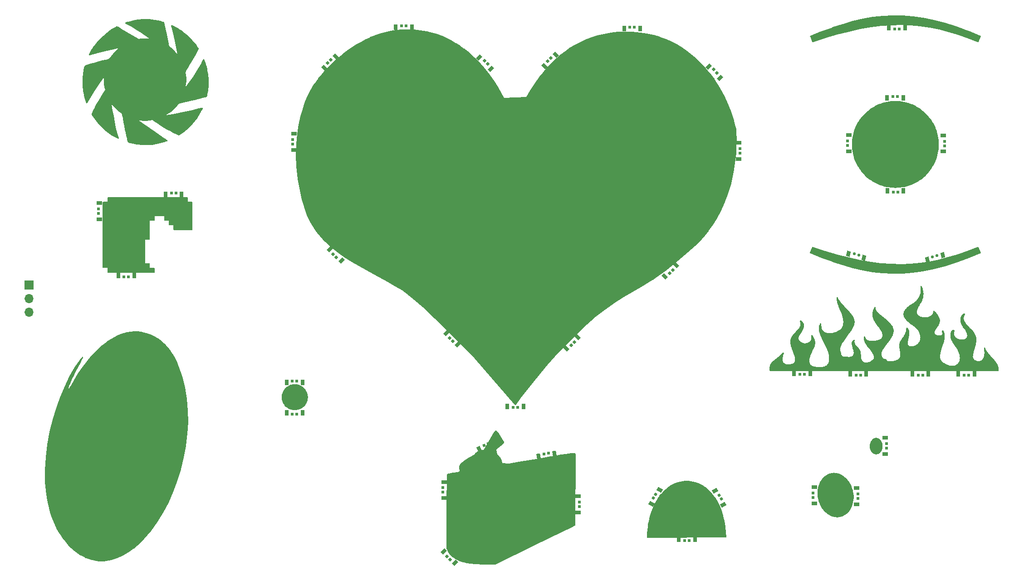
<source format=gbs>
G04 #@! TF.GenerationSoftware,KiCad,Pcbnew,9.0.0*
G04 #@! TF.CreationDate,2025-04-01T19:23:43-07:00*
G04 #@! TF.ProjectId,proto-for-mfg,70726f74-6f2d-4666-9f72-2d6d66672e6b,rev?*
G04 #@! TF.SameCoordinates,Original*
G04 #@! TF.FileFunction,Soldermask,Bot*
G04 #@! TF.FilePolarity,Negative*
%FSLAX46Y46*%
G04 Gerber Fmt 4.6, Leading zero omitted, Abs format (unit mm)*
G04 Created by KiCad (PCBNEW 9.0.0) date 2025-04-01 19:23:43*
%MOMM*%
%LPD*%
G01*
G04 APERTURE LIST*
G04 Aperture macros list*
%AMRotRect*
0 Rectangle, with rotation*
0 The origin of the aperture is its center*
0 $1 length*
0 $2 width*
0 $3 Rotation angle, in degrees counterclockwise*
0 Add horizontal line*
21,1,$1,$2,0,0,$3*%
G04 Aperture macros list end*
%ADD10R,0.500000X0.500000*%
%ADD11R,1.000000X0.700000*%
%ADD12R,1.700000X1.700000*%
%ADD13O,1.700000X1.700000*%
%ADD14RotRect,0.500000X0.500000X165.000000*%
%ADD15RotRect,0.700000X1.000000X165.000000*%
%ADD16RotRect,0.500000X0.500000X45.000000*%
%ADD17RotRect,0.700000X1.000000X45.000000*%
%ADD18R,0.700000X1.000000*%
%ADD19RotRect,0.500000X0.500000X315.000000*%
%ADD20RotRect,0.700000X1.000000X315.000000*%
%ADD21RotRect,0.500000X0.500000X195.000000*%
%ADD22RotRect,0.700000X1.000000X195.000000*%
%ADD23RotRect,0.500000X0.500000X225.000000*%
%ADD24RotRect,0.700000X1.000000X225.000000*%
%ADD25RotRect,0.500000X0.500000X190.000000*%
%ADD26RotRect,0.700000X1.000000X190.000000*%
%ADD27RotRect,0.500000X0.500000X135.000000*%
%ADD28RotRect,0.700000X1.000000X135.000000*%
%ADD29RotRect,0.500000X0.500000X240.000000*%
%ADD30RotRect,0.700000X1.000000X240.000000*%
%ADD31RotRect,0.500000X0.500000X120.000000*%
%ADD32RotRect,0.700000X1.000000X120.000000*%
%ADD33RotRect,0.500000X0.500000X205.000000*%
%ADD34RotRect,0.700000X1.000000X205.000000*%
G04 APERTURE END LIST*
D10*
X113394855Y-136456947D03*
D11*
X113644855Y-137536947D03*
X113644855Y-134526947D03*
D10*
X113394855Y-135606947D03*
X130219855Y-131581947D03*
D11*
X129969855Y-130501947D03*
X129969855Y-133511947D03*
D10*
X130219855Y-132431947D03*
D12*
X27469855Y-91056947D03*
D13*
X27469855Y-93596947D03*
X27469855Y-96136947D03*
D14*
X182324519Y-85441734D03*
D15*
X183303014Y-85962740D03*
X180395577Y-85183695D03*
D14*
X181503482Y-85221738D03*
D16*
X128632723Y-102293280D03*
D17*
X127692271Y-102880178D03*
X129820662Y-100751787D03*
D16*
X129233764Y-101692239D03*
D10*
X97862855Y-42589305D03*
D18*
X98942855Y-42839305D03*
X95932855Y-42839305D03*
D10*
X97012855Y-42589305D03*
D19*
X105472703Y-141776257D03*
D20*
X104885805Y-140835805D03*
X107014196Y-142964196D03*
D19*
X106073744Y-142377298D03*
D10*
X181794855Y-107881947D03*
D18*
X180714855Y-107631947D03*
X183724855Y-107631947D03*
D10*
X182644855Y-107881947D03*
D21*
X196898021Y-85526208D03*
D22*
X198005926Y-85488165D03*
X195098489Y-86267210D03*
D21*
X196076984Y-85746204D03*
D10*
X117600000Y-90500000D03*
D18*
X116520000Y-90250000D03*
X119530000Y-90250000D03*
D10*
X118450000Y-90500000D03*
D23*
X83756987Y-48968038D03*
D24*
X84697439Y-48381140D03*
X82569048Y-50509531D03*
D23*
X83155946Y-49569079D03*
D10*
X54894855Y-73881947D03*
D18*
X55974855Y-74131947D03*
X52964855Y-74131947D03*
D10*
X54044855Y-73881947D03*
D25*
X124432559Y-122442755D03*
D26*
X125539564Y-122501416D03*
X122575292Y-123024096D03*
D25*
X123595473Y-122590356D03*
D10*
X173794855Y-129906947D03*
D11*
X174044855Y-128826947D03*
X174044855Y-131836947D03*
D10*
X173794855Y-130756947D03*
X39369855Y-115181947D03*
D11*
X39119855Y-116261947D03*
X39119855Y-113251947D03*
D10*
X39369855Y-114331947D03*
X45994855Y-107156947D03*
D18*
X44914855Y-106906947D03*
X47924855Y-106906947D03*
D10*
X46844855Y-107156947D03*
X201969855Y-107856947D03*
D18*
X200889855Y-107606947D03*
X203899855Y-107606947D03*
D10*
X202819855Y-107856947D03*
X160194855Y-66406947D03*
D11*
X159944855Y-67486947D03*
X159944855Y-64476947D03*
D10*
X160194855Y-65556947D03*
X198369855Y-65006834D03*
D11*
X198119855Y-66086834D03*
X198119855Y-63076834D03*
D10*
X198369855Y-64156834D03*
X77469855Y-108956947D03*
D18*
X78549855Y-109206947D03*
X75539855Y-109206947D03*
D10*
X76619855Y-108956947D03*
X36744855Y-127006947D03*
D11*
X36494855Y-128086947D03*
X36494855Y-125076947D03*
D10*
X36744855Y-126156947D03*
X45219855Y-89506947D03*
D18*
X44139855Y-89256947D03*
X47149855Y-89256947D03*
D10*
X46069855Y-89506947D03*
X104744855Y-128906947D03*
D11*
X104994855Y-127826947D03*
X104994855Y-130836947D03*
D10*
X104744855Y-129756947D03*
X187544855Y-121531947D03*
D11*
X187294855Y-122611947D03*
X187294855Y-119601947D03*
D10*
X187544855Y-120681947D03*
X52875000Y-53075000D03*
D11*
X53125000Y-51995000D03*
X53125000Y-55005000D03*
D10*
X52875000Y-53925000D03*
X142475000Y-64350000D03*
D11*
X142225000Y-65430000D03*
X142225000Y-62420000D03*
D10*
X142475000Y-63500000D03*
X117833683Y-113937029D03*
D18*
X116753683Y-113687029D03*
X119763683Y-113687029D03*
D10*
X118683683Y-113937029D03*
X49700000Y-48350000D03*
D18*
X48620000Y-48100000D03*
X51630000Y-48100000D03*
D10*
X50550000Y-48350000D03*
D16*
X147007723Y-88870856D03*
D17*
X146067271Y-89457754D03*
X148195662Y-87329363D03*
D16*
X147608764Y-88269815D03*
D27*
X108774145Y-75188749D03*
D28*
X109361043Y-76129201D03*
X107232652Y-74000810D03*
D27*
X108173104Y-74587708D03*
D19*
X84241301Y-85259460D03*
D20*
X83654403Y-84319008D03*
X85782794Y-86447399D03*
D19*
X84842342Y-85860501D03*
D10*
X188745555Y-73706947D03*
D18*
X187665555Y-73456947D03*
X190675555Y-73456947D03*
D10*
X189595555Y-73706947D03*
X76677213Y-63838947D03*
D11*
X76927213Y-62758947D03*
X76927213Y-65768947D03*
D10*
X76677213Y-64688947D03*
D29*
X144424102Y-130126386D03*
D30*
X145180608Y-129316079D03*
X143675608Y-131922815D03*
D29*
X143999102Y-130862508D03*
D10*
X50344855Y-114831947D03*
D11*
X50594855Y-113751947D03*
X50594855Y-116761947D03*
D10*
X50344855Y-115681947D03*
X189544855Y-55781947D03*
D18*
X190624855Y-56031947D03*
X187614855Y-56031947D03*
D10*
X188694855Y-55781947D03*
X92925000Y-63225000D03*
D11*
X93175000Y-62145000D03*
X93175000Y-65155000D03*
D10*
X92925000Y-64075000D03*
X171344855Y-107756947D03*
D18*
X170264855Y-107506947D03*
X173274855Y-107506947D03*
D10*
X172194855Y-107756947D03*
D23*
X124826041Y-48623959D03*
D24*
X125766493Y-48037061D03*
X123638102Y-50165452D03*
D23*
X124225000Y-49225000D03*
D10*
X193394855Y-107881947D03*
D18*
X192314855Y-107631947D03*
X195324855Y-107631947D03*
D10*
X194244855Y-107881947D03*
D19*
X105930946Y-100944815D03*
D20*
X105344048Y-100004363D03*
X107472439Y-102132754D03*
D19*
X106531987Y-101545856D03*
D10*
X48650000Y-56675000D03*
D18*
X49730000Y-56925000D03*
X46720000Y-56925000D03*
D10*
X47800000Y-56675000D03*
D23*
X126017038Y-74028698D03*
D24*
X126957490Y-73441800D03*
X124829099Y-75570191D03*
D23*
X125415997Y-74629739D03*
D10*
X45550000Y-52650000D03*
D11*
X45300000Y-53730000D03*
X45300000Y-50720000D03*
D10*
X45550000Y-51800000D03*
X140463863Y-42881947D03*
D18*
X141543863Y-43131947D03*
X138533863Y-43131947D03*
D10*
X139613863Y-42881947D03*
X76619855Y-115131947D03*
D18*
X75539855Y-114881947D03*
X78549855Y-114881947D03*
D10*
X77469855Y-115131947D03*
X149819855Y-138781947D03*
D18*
X148739855Y-138531947D03*
X151749855Y-138531947D03*
D10*
X150669855Y-138781947D03*
D31*
X156665608Y-131037508D03*
D32*
X156989102Y-132097815D03*
X155484102Y-129491079D03*
D31*
X156240608Y-130301386D03*
D27*
X113051564Y-49752400D03*
D28*
X113638462Y-50692852D03*
X111510071Y-48564461D03*
D27*
X112450523Y-49151359D03*
X155822537Y-51373239D03*
D28*
X156409435Y-52313691D03*
X154281044Y-50185300D03*
D27*
X155221496Y-50772198D03*
D10*
X49469855Y-126381947D03*
D11*
X49719855Y-125301947D03*
X49719855Y-128311947D03*
D10*
X49469855Y-127231947D03*
X40402213Y-76788947D03*
D11*
X40652213Y-75708947D03*
X40652213Y-78718947D03*
D10*
X40402213Y-77638947D03*
X43469855Y-134906947D03*
D18*
X44549855Y-135156947D03*
X41539855Y-135156947D03*
D10*
X42619855Y-134906947D03*
X189019855Y-43206947D03*
D18*
X187939855Y-42956947D03*
X190949855Y-42956947D03*
D10*
X189869855Y-43206947D03*
D33*
X113152209Y-120639046D03*
D34*
X114236676Y-120409195D03*
X111508689Y-121681276D03*
D33*
X112381847Y-120998271D03*
D10*
X180219855Y-64106947D03*
D11*
X180469855Y-63026947D03*
X180469855Y-66036947D03*
D10*
X180219855Y-64956947D03*
X182194855Y-130906947D03*
D11*
X181944855Y-131986947D03*
X181944855Y-128976947D03*
D10*
X182194855Y-130056947D03*
G36*
X98205950Y-43270390D02*
G01*
X99340831Y-43313260D01*
X99349065Y-43313846D01*
X100513471Y-43435790D01*
X100521663Y-43436926D01*
X101715206Y-43643095D01*
X101722970Y-43644693D01*
X102702429Y-43879185D01*
X102709739Y-43881173D01*
X103654149Y-44169271D01*
X103661127Y-44171628D01*
X104570748Y-44509342D01*
X104577344Y-44512009D01*
X105452444Y-44895353D01*
X105458624Y-44898265D01*
X106299563Y-45323299D01*
X106305308Y-45326396D01*
X107112290Y-45789112D01*
X107117597Y-45792334D01*
X107890948Y-46288785D01*
X107895822Y-46292080D01*
X108635763Y-46818262D01*
X108640220Y-46821584D01*
X109347036Y-47373530D01*
X109351097Y-47376842D01*
X110025001Y-47950531D01*
X110028691Y-47953801D01*
X110669933Y-48545231D01*
X110673281Y-48548436D01*
X111281418Y-49152919D01*
X111285819Y-49157525D01*
X112407984Y-50393864D01*
X112412960Y-50399699D01*
X113407590Y-51641877D01*
X113411667Y-51647263D01*
X114281508Y-52863904D01*
X114284858Y-52868836D01*
X115031904Y-54027676D01*
X115034668Y-54032171D01*
X115660936Y-55100919D01*
X115663228Y-55105004D01*
X116171766Y-56053232D01*
X116171767Y-56053233D01*
X120319487Y-55905444D01*
X120962352Y-54749300D01*
X120965584Y-54743823D01*
X121767554Y-53461136D01*
X121771576Y-53455102D01*
X122741056Y-52089191D01*
X122744667Y-52084358D01*
X123293028Y-51386356D01*
X123295822Y-51382927D01*
X123888871Y-50681088D01*
X123891988Y-50677539D01*
X124529895Y-49978465D01*
X124533369Y-49974810D01*
X125216931Y-49284309D01*
X125220795Y-49280571D01*
X125950809Y-48604445D01*
X125955094Y-48600656D01*
X126732333Y-47944723D01*
X126737068Y-47940922D01*
X127562356Y-47310950D01*
X127567564Y-47307184D01*
X128441647Y-46708999D01*
X128447340Y-46705327D01*
X129371074Y-46144674D01*
X129377254Y-46141161D01*
X130351467Y-45623807D01*
X130358119Y-45620526D01*
X131383624Y-45152254D01*
X131390715Y-45149278D01*
X132468404Y-44735835D01*
X132475882Y-44733237D01*
X133606613Y-44380402D01*
X133614407Y-44378246D01*
X134799098Y-44091791D01*
X134807119Y-44090130D01*
X136046680Y-43875850D01*
X136054827Y-43874719D01*
X137350157Y-43738432D01*
X137358324Y-43737844D01*
X138710395Y-43685376D01*
X138718475Y-43685326D01*
X140128176Y-43722536D01*
X140136081Y-43722998D01*
X141495994Y-43846078D01*
X141504000Y-43847066D01*
X142803209Y-44050501D01*
X142811222Y-44052027D01*
X144050979Y-44330720D01*
X144058898Y-44332777D01*
X145240437Y-44681650D01*
X145248160Y-44684209D01*
X146372723Y-45098203D01*
X146380161Y-45101218D01*
X147448981Y-45575287D01*
X147456057Y-45578697D01*
X148470369Y-46107826D01*
X148477023Y-46111562D01*
X149438003Y-46690715D01*
X149444196Y-46694703D01*
X150353025Y-47318862D01*
X150358736Y-47323029D01*
X151216559Y-47987157D01*
X151221783Y-47991433D01*
X152029792Y-48690538D01*
X152034538Y-48694865D01*
X152793805Y-49423856D01*
X152798092Y-49428179D01*
X153509789Y-50182053D01*
X153513645Y-50186333D01*
X154178849Y-50959988D01*
X154182306Y-50964191D01*
X154802178Y-51752615D01*
X154805268Y-51756718D01*
X155380209Y-52553854D01*
X155384202Y-52559738D01*
X156407840Y-54165596D01*
X156412245Y-54173071D01*
X157271576Y-55755397D01*
X157275094Y-55762394D01*
X157979765Y-57281443D01*
X157982604Y-57288060D01*
X158541607Y-58702941D01*
X158543943Y-58709367D01*
X158966277Y-59979024D01*
X158968267Y-59985609D01*
X159262951Y-61068747D01*
X159264750Y-61076280D01*
X159440733Y-61930513D01*
X159442476Y-61941407D01*
X159509502Y-62525954D01*
X159510287Y-62537745D01*
X159535551Y-63878896D01*
X159535553Y-63883452D01*
X159512304Y-65181371D01*
X159512138Y-65185946D01*
X159443450Y-66437323D01*
X159443113Y-66441899D01*
X159332240Y-67645787D01*
X159331427Y-67652568D01*
X158994987Y-69926003D01*
X158993331Y-69934927D01*
X158525572Y-72025347D01*
X158523319Y-72033954D01*
X157949153Y-73944739D01*
X157946381Y-73952917D01*
X157290886Y-75686239D01*
X157287691Y-75693903D01*
X156575899Y-77251982D01*
X156572379Y-77259078D01*
X155829361Y-78644023D01*
X155825615Y-78650525D01*
X155076418Y-79864465D01*
X155072536Y-79870371D01*
X154342243Y-80915379D01*
X154338305Y-80920706D01*
X153651962Y-81798907D01*
X153648032Y-81803684D01*
X153031524Y-82516222D01*
X153026080Y-82522118D01*
X152097629Y-83464417D01*
X152091062Y-83470613D01*
X151738306Y-83779986D01*
X150446735Y-84932825D01*
X150445415Y-84933986D01*
X149262601Y-85959983D01*
X149261089Y-85961274D01*
X148176310Y-86872172D01*
X148174591Y-86873589D01*
X147177965Y-87680393D01*
X147176036Y-87681923D01*
X146257535Y-88395764D01*
X146255408Y-88397381D01*
X145404979Y-89029406D01*
X145402693Y-89031065D01*
X144610289Y-89592408D01*
X144607918Y-89594046D01*
X143864024Y-90095475D01*
X143860637Y-90097679D01*
X142474282Y-90967840D01*
X142470726Y-90969989D01*
X141154887Y-91735674D01*
X141154236Y-91736051D01*
X138413585Y-93308667D01*
X136675922Y-94421172D01*
X134957369Y-95658453D01*
X134957332Y-95658481D01*
X133267404Y-96998214D01*
X131615600Y-98418098D01*
X130011563Y-99895717D01*
X128464806Y-101408757D01*
X126984911Y-102934848D01*
X125581404Y-104451674D01*
X124263936Y-105936787D01*
X123041944Y-107367971D01*
X120922850Y-109978893D01*
X119300607Y-112105631D01*
X118343084Y-113441839D01*
X118288034Y-113484865D01*
X118218461Y-113491300D01*
X118156454Y-113459099D01*
X118148719Y-113450976D01*
X110603091Y-104773254D01*
X109070886Y-103163449D01*
X107414548Y-101457447D01*
X105395204Y-99423284D01*
X103185260Y-97264928D01*
X102062883Y-96203109D01*
X100957652Y-95186872D01*
X99891136Y-94241734D01*
X98884931Y-93393236D01*
X97960670Y-92666949D01*
X97139873Y-92088351D01*
X95848794Y-91283104D01*
X94515060Y-90508078D01*
X91772696Y-89002822D01*
X91772380Y-89002648D01*
X89019581Y-87481229D01*
X89016518Y-87479479D01*
X87671138Y-86685143D01*
X87667604Y-86682976D01*
X86359695Y-85850574D01*
X86355069Y-85847482D01*
X85098107Y-84965868D01*
X85092457Y-84961660D01*
X83899593Y-84019571D01*
X83893056Y-84014032D01*
X82776290Y-82999255D01*
X82770979Y-82994131D01*
X82246879Y-82457606D01*
X82243184Y-82453655D01*
X81742365Y-81894089D01*
X81738627Y-81889712D01*
X81263533Y-81306547D01*
X81259812Y-81301745D01*
X80811984Y-80693480D01*
X80808348Y-80688265D01*
X80389437Y-80053533D01*
X80385951Y-80047934D01*
X79997474Y-79385159D01*
X79994207Y-79379217D01*
X79637812Y-78687015D01*
X79634822Y-78680789D01*
X79312058Y-77957572D01*
X79309397Y-77951128D01*
X79021904Y-77195448D01*
X79019609Y-77188865D01*
X78768780Y-76398501D01*
X78767232Y-76393219D01*
X78406103Y-75051465D01*
X78405092Y-75047440D01*
X78100614Y-73743789D01*
X78099346Y-73737671D01*
X77647608Y-71241711D01*
X77646389Y-71233361D01*
X77385589Y-68893216D01*
X77384940Y-68884804D01*
X77291163Y-66701905D01*
X77291086Y-66693546D01*
X77340643Y-64670434D01*
X77341116Y-64662241D01*
X77510333Y-62801479D01*
X77511312Y-62793549D01*
X77776541Y-61097627D01*
X77777970Y-61090044D01*
X78115564Y-59561573D01*
X78117375Y-59554396D01*
X78503708Y-58195941D01*
X78505830Y-58189215D01*
X78917260Y-57003406D01*
X78919621Y-56997151D01*
X79332524Y-55986590D01*
X79335057Y-55980815D01*
X79725286Y-55149221D01*
X79729047Y-55141855D01*
X80350525Y-54018856D01*
X80355369Y-54010833D01*
X80605072Y-53630582D01*
X80606921Y-53627848D01*
X80982753Y-53087447D01*
X80985538Y-53083601D01*
X81445432Y-52473558D01*
X81448163Y-52470068D01*
X82083778Y-51686804D01*
X82087016Y-51682974D01*
X82893241Y-50767743D01*
X82897099Y-50763561D01*
X83868943Y-49757405D01*
X83873562Y-49752866D01*
X85006809Y-48696047D01*
X85010825Y-48692462D01*
X85635116Y-48159006D01*
X85638157Y-48156490D01*
X86301390Y-47625332D01*
X86304728Y-47622751D01*
X87005601Y-47099573D01*
X87009264Y-47096941D01*
X87747157Y-46586837D01*
X87751173Y-46584174D01*
X88525474Y-46092233D01*
X88529873Y-46089565D01*
X89339951Y-45620885D01*
X89344757Y-45618245D01*
X90189922Y-45177943D01*
X90195159Y-45175369D01*
X91074875Y-44768481D01*
X91080558Y-44766023D01*
X91994158Y-44397643D01*
X92000295Y-44395355D01*
X92947191Y-44070542D01*
X92953776Y-44068486D01*
X93933370Y-43792299D01*
X93940384Y-43790540D01*
X94952130Y-43568029D01*
X94959536Y-43566635D01*
X96002832Y-43402868D01*
X96010572Y-43401901D01*
X97084927Y-43301930D01*
X97092928Y-43301446D01*
X98197781Y-43270351D01*
X98205950Y-43270390D01*
G37*
G36*
X189569061Y-56666808D02*
G01*
X189575337Y-56667126D01*
X189980925Y-56698012D01*
X189987162Y-56698646D01*
X190386846Y-56749502D01*
X190393018Y-56750446D01*
X190786307Y-56820763D01*
X190792397Y-56822010D01*
X191178800Y-56911286D01*
X191184788Y-56912827D01*
X191563842Y-57020566D01*
X191569712Y-57022393D01*
X191940873Y-57148082D01*
X191946611Y-57150185D01*
X192309414Y-57293330D01*
X192315009Y-57295697D01*
X192668909Y-57455781D01*
X192674349Y-57458403D01*
X193018905Y-57634949D01*
X193024184Y-57637817D01*
X193358858Y-57830310D01*
X193363966Y-57833415D01*
X193688229Y-58041335D01*
X193693161Y-58044667D01*
X194006550Y-58267537D01*
X194011301Y-58271090D01*
X194313286Y-58508391D01*
X194317851Y-58512157D01*
X194607924Y-58763381D01*
X194612296Y-58767354D01*
X194889974Y-59032017D01*
X194894151Y-59036193D01*
X195158886Y-59313751D01*
X195162862Y-59318123D01*
X195414183Y-59608103D01*
X195417951Y-59612666D01*
X195655341Y-59914552D01*
X195658896Y-59919303D01*
X195881839Y-60232574D01*
X195885174Y-60237507D01*
X196093167Y-60561656D01*
X196096274Y-60566764D01*
X196288833Y-60901316D01*
X196291704Y-60906596D01*
X196468313Y-61251031D01*
X196470938Y-61256473D01*
X196631078Y-61610249D01*
X196633447Y-61615846D01*
X196776635Y-61978500D01*
X196778740Y-61984241D01*
X196904475Y-62355278D01*
X196906304Y-62361151D01*
X197014072Y-62740041D01*
X197015616Y-62746032D01*
X197104926Y-63132310D01*
X197106175Y-63138404D01*
X197176519Y-63531561D01*
X197177464Y-63537738D01*
X197228337Y-63937283D01*
X197228972Y-63943523D01*
X197259867Y-64348936D01*
X197260185Y-64355217D01*
X197270597Y-64766069D01*
X197270597Y-64772351D01*
X197260185Y-65183203D01*
X197259867Y-65189484D01*
X197228972Y-65594896D01*
X197228337Y-65601136D01*
X197177464Y-66000681D01*
X197176519Y-66006858D01*
X197106175Y-66400015D01*
X197104926Y-66406109D01*
X197015616Y-66792386D01*
X197014072Y-66798377D01*
X196906304Y-67177267D01*
X196904475Y-67183140D01*
X196778740Y-67554177D01*
X196776635Y-67559918D01*
X196633454Y-67922554D01*
X196631085Y-67928151D01*
X196470922Y-68281978D01*
X196468296Y-68287420D01*
X196291712Y-68631805D01*
X196288842Y-68637085D01*
X196096274Y-68971653D01*
X196093167Y-68976761D01*
X195885174Y-69300911D01*
X195881839Y-69305844D01*
X195658896Y-69619113D01*
X195655341Y-69623863D01*
X195417951Y-69925750D01*
X195414183Y-69930314D01*
X195162862Y-70220294D01*
X195158886Y-70224666D01*
X194894151Y-70502223D01*
X194889975Y-70506398D01*
X194612298Y-70771061D01*
X194607925Y-70775035D01*
X194317851Y-71026260D01*
X194313286Y-71030026D01*
X194011301Y-71267327D01*
X194006550Y-71270880D01*
X193693161Y-71493750D01*
X193688229Y-71497082D01*
X193363966Y-71705002D01*
X193358858Y-71708107D01*
X193024184Y-71900600D01*
X193018905Y-71903468D01*
X192674349Y-72080014D01*
X192668909Y-72082636D01*
X192315009Y-72242720D01*
X192309414Y-72245087D01*
X191946611Y-72388232D01*
X191940873Y-72390335D01*
X191569712Y-72516024D01*
X191563842Y-72517851D01*
X191184788Y-72625590D01*
X191178800Y-72627131D01*
X190792397Y-72716407D01*
X190786307Y-72717654D01*
X190393018Y-72787971D01*
X190386846Y-72788915D01*
X189987162Y-72839771D01*
X189980925Y-72840405D01*
X189575337Y-72871291D01*
X189569061Y-72871609D01*
X189158069Y-72882018D01*
X189151791Y-72882018D01*
X188740798Y-72871609D01*
X188734522Y-72871291D01*
X188328933Y-72840405D01*
X188322696Y-72839771D01*
X187923012Y-72788915D01*
X187916840Y-72787971D01*
X187523551Y-72717654D01*
X187517461Y-72716407D01*
X187131057Y-72627131D01*
X187125069Y-72625590D01*
X186746016Y-72517851D01*
X186740146Y-72516024D01*
X186368984Y-72390335D01*
X186363246Y-72388232D01*
X186000443Y-72245087D01*
X185994848Y-72242720D01*
X185640948Y-72082636D01*
X185635507Y-72080014D01*
X185290950Y-71903467D01*
X185285672Y-71900599D01*
X184950998Y-71708107D01*
X184945890Y-71705002D01*
X184621627Y-71497082D01*
X184616695Y-71493750D01*
X184303306Y-71270880D01*
X184298555Y-71267327D01*
X183996570Y-71030026D01*
X183992005Y-71026260D01*
X183701931Y-70775035D01*
X183697558Y-70771061D01*
X183419881Y-70506398D01*
X183415705Y-70502223D01*
X183150970Y-70224666D01*
X183146994Y-70220294D01*
X182895673Y-69930314D01*
X182891905Y-69925750D01*
X182654515Y-69623863D01*
X182650960Y-69619113D01*
X182428017Y-69305844D01*
X182424682Y-69300911D01*
X182216689Y-68976761D01*
X182213582Y-68971653D01*
X182021014Y-68637085D01*
X182018144Y-68631805D01*
X181841560Y-68287420D01*
X181838934Y-68281978D01*
X181678779Y-67928169D01*
X181676409Y-67922572D01*
X181533215Y-67559900D01*
X181531111Y-67554159D01*
X181405382Y-67183139D01*
X181403553Y-67177266D01*
X181295784Y-66798377D01*
X181294240Y-66792386D01*
X181204931Y-66406109D01*
X181203682Y-66400015D01*
X181133338Y-66006858D01*
X181132393Y-66000681D01*
X181081520Y-65601136D01*
X181080885Y-65594896D01*
X181049990Y-65189484D01*
X181049672Y-65183204D01*
X181039259Y-64772352D01*
X181039259Y-64766068D01*
X181049672Y-64355216D01*
X181049990Y-64348936D01*
X181080885Y-63943523D01*
X181081520Y-63937283D01*
X181132393Y-63537738D01*
X181133338Y-63531561D01*
X181203682Y-63138404D01*
X181204931Y-63132311D01*
X181294240Y-62746033D01*
X181295784Y-62740041D01*
X181403553Y-62361152D01*
X181405382Y-62355279D01*
X181531111Y-61984258D01*
X181533215Y-61978517D01*
X181676416Y-61615828D01*
X181678786Y-61610231D01*
X181838918Y-61256473D01*
X181841543Y-61251031D01*
X182018152Y-60906596D01*
X182021023Y-60901316D01*
X182213582Y-60566764D01*
X182216689Y-60561656D01*
X182424682Y-60237507D01*
X182428017Y-60232574D01*
X182650960Y-59919303D01*
X182654515Y-59914552D01*
X182891905Y-59612666D01*
X182895673Y-59608103D01*
X183146994Y-59318123D01*
X183150970Y-59313751D01*
X183415705Y-59036193D01*
X183419882Y-59032017D01*
X183697560Y-58767354D01*
X183701932Y-58763381D01*
X183992005Y-58512157D01*
X183996570Y-58508391D01*
X184298555Y-58271090D01*
X184303306Y-58267537D01*
X184616695Y-58044667D01*
X184621627Y-58041335D01*
X184945890Y-57833415D01*
X184950998Y-57830310D01*
X185285672Y-57637818D01*
X185290950Y-57634950D01*
X185635507Y-57458403D01*
X185640948Y-57455781D01*
X185994848Y-57295697D01*
X186000443Y-57293330D01*
X186363246Y-57150185D01*
X186368984Y-57148082D01*
X186740146Y-57022393D01*
X186746016Y-57020566D01*
X187125069Y-56912827D01*
X187131057Y-56911286D01*
X187517461Y-56822010D01*
X187523551Y-56820763D01*
X187916840Y-56750446D01*
X187923012Y-56749502D01*
X188322696Y-56698646D01*
X188328933Y-56698012D01*
X188734522Y-56667126D01*
X188740798Y-56666808D01*
X189151791Y-56656399D01*
X189158069Y-56656399D01*
X189569061Y-56666808D01*
G37*
G36*
X77198957Y-109558140D02*
G01*
X77205180Y-109558453D01*
X77323137Y-109567358D01*
X77329319Y-109567981D01*
X77445526Y-109582638D01*
X77451651Y-109583566D01*
X77566004Y-109603835D01*
X77572046Y-109605062D01*
X77684352Y-109630784D01*
X77690297Y-109632301D01*
X77800482Y-109663347D01*
X77806315Y-109665147D01*
X77914198Y-109701363D01*
X77919904Y-109703435D01*
X78025357Y-109744681D01*
X78030925Y-109747017D01*
X78133784Y-109793141D01*
X78139203Y-109795730D01*
X78239368Y-109846607D01*
X78244632Y-109849443D01*
X78341892Y-109904898D01*
X78346991Y-109907969D01*
X78441274Y-109967898D01*
X78446205Y-109971201D01*
X78537304Y-110035426D01*
X78542057Y-110038950D01*
X78629826Y-110107321D01*
X78634398Y-110111060D01*
X78718735Y-110183467D01*
X78723122Y-110187419D01*
X78803828Y-110263674D01*
X78808023Y-110267832D01*
X78884978Y-110347815D01*
X78888974Y-110352171D01*
X78962012Y-110435711D01*
X78965807Y-110440267D01*
X79034786Y-110527226D01*
X79038369Y-110531972D01*
X79103145Y-110622201D01*
X79106512Y-110627138D01*
X79166944Y-110720503D01*
X79170083Y-110725619D01*
X79226021Y-110821963D01*
X79228924Y-110827256D01*
X79280205Y-110926398D01*
X79282863Y-110931862D01*
X79329372Y-111033717D01*
X79331774Y-111039340D01*
X79373344Y-111143712D01*
X79375479Y-111149484D01*
X79411987Y-111256281D01*
X79413844Y-111262192D01*
X79445129Y-111371228D01*
X79446697Y-111377262D01*
X79472625Y-111488431D01*
X79473894Y-111494572D01*
X79494313Y-111607705D01*
X79495275Y-111613931D01*
X79510050Y-111728958D01*
X79510695Y-111735252D01*
X79519666Y-111851954D01*
X79519991Y-111858289D01*
X79523016Y-111976633D01*
X79523016Y-111982971D01*
X79519991Y-112101315D01*
X79519666Y-112107650D01*
X79510695Y-112224351D01*
X79510050Y-112230645D01*
X79495275Y-112345673D01*
X79494313Y-112351900D01*
X79473894Y-112465032D01*
X79472625Y-112471172D01*
X79446697Y-112582341D01*
X79445129Y-112588375D01*
X79413844Y-112697411D01*
X79411987Y-112703321D01*
X79375482Y-112810111D01*
X79373347Y-112815885D01*
X79331771Y-112920270D01*
X79329369Y-112925893D01*
X79282863Y-113027741D01*
X79280205Y-113033204D01*
X79228924Y-113132346D01*
X79226021Y-113137639D01*
X79170083Y-113233983D01*
X79166944Y-113239099D01*
X79106512Y-113332464D01*
X79103145Y-113337401D01*
X79038369Y-113427630D01*
X79034786Y-113432376D01*
X78965806Y-113519336D01*
X78962012Y-113523892D01*
X78888977Y-113607429D01*
X78884980Y-113611786D01*
X78808023Y-113691771D01*
X78803828Y-113695928D01*
X78723121Y-113772184D01*
X78718734Y-113776135D01*
X78634400Y-113848540D01*
X78629828Y-113852281D01*
X78542061Y-113920650D01*
X78537307Y-113924174D01*
X78446200Y-113988403D01*
X78441270Y-113991705D01*
X78346991Y-114051632D01*
X78341893Y-114054703D01*
X78244625Y-114110163D01*
X78239361Y-114112998D01*
X78139222Y-114163863D01*
X78133801Y-114166454D01*
X78030915Y-114212589D01*
X78025348Y-114214924D01*
X77919904Y-114256166D01*
X77914198Y-114258238D01*
X77806315Y-114294454D01*
X77800482Y-114296254D01*
X77690297Y-114327300D01*
X77684352Y-114328817D01*
X77572046Y-114354539D01*
X77566004Y-114355766D01*
X77451651Y-114376035D01*
X77445526Y-114376963D01*
X77329320Y-114391620D01*
X77323138Y-114392243D01*
X77205178Y-114401149D01*
X77198954Y-114401462D01*
X77079371Y-114404463D01*
X77073149Y-114404463D01*
X76953566Y-114401462D01*
X76947342Y-114401149D01*
X76829382Y-114392243D01*
X76823200Y-114391620D01*
X76706993Y-114376963D01*
X76700868Y-114376035D01*
X76586515Y-114355766D01*
X76580473Y-114354539D01*
X76468167Y-114328817D01*
X76462222Y-114327300D01*
X76352037Y-114296254D01*
X76346204Y-114294454D01*
X76238320Y-114258238D01*
X76232614Y-114256166D01*
X76127170Y-114214924D01*
X76121603Y-114212589D01*
X76018717Y-114166454D01*
X76013296Y-114163863D01*
X75913157Y-114112998D01*
X75907893Y-114110163D01*
X75810625Y-114054703D01*
X75805527Y-114051632D01*
X75711248Y-113991705D01*
X75706318Y-113988403D01*
X75615224Y-113924183D01*
X75610471Y-113920659D01*
X75522677Y-113852270D01*
X75518103Y-113848529D01*
X75433782Y-113776135D01*
X75429396Y-113772184D01*
X75348689Y-113695928D01*
X75344494Y-113691771D01*
X75267537Y-113611786D01*
X75263540Y-113607429D01*
X75190505Y-113523892D01*
X75186711Y-113519336D01*
X75117731Y-113432376D01*
X75114148Y-113427630D01*
X75049372Y-113337401D01*
X75046005Y-113332464D01*
X74985573Y-113239099D01*
X74982434Y-113233983D01*
X74926496Y-113137639D01*
X74923593Y-113132346D01*
X74872312Y-113033204D01*
X74869654Y-113027741D01*
X74823148Y-112925893D01*
X74820746Y-112920270D01*
X74779170Y-112815885D01*
X74777035Y-112810111D01*
X74740530Y-112703321D01*
X74738673Y-112697411D01*
X74707388Y-112588375D01*
X74705820Y-112582341D01*
X74679892Y-112471172D01*
X74678623Y-112465032D01*
X74658204Y-112351900D01*
X74657242Y-112345673D01*
X74642467Y-112230645D01*
X74641822Y-112224351D01*
X74632851Y-112107650D01*
X74632526Y-112101315D01*
X74629501Y-111982971D01*
X74629501Y-111976633D01*
X74632526Y-111858289D01*
X74632851Y-111851954D01*
X74641822Y-111735252D01*
X74642467Y-111728958D01*
X74657242Y-111613931D01*
X74658204Y-111607705D01*
X74678623Y-111494572D01*
X74679892Y-111488431D01*
X74705820Y-111377262D01*
X74707388Y-111371228D01*
X74738673Y-111262192D01*
X74740530Y-111256281D01*
X74777038Y-111149484D01*
X74779173Y-111143712D01*
X74820743Y-111039340D01*
X74823145Y-111033717D01*
X74869654Y-110931862D01*
X74872312Y-110926398D01*
X74923593Y-110827256D01*
X74926496Y-110821963D01*
X74982434Y-110725619D01*
X74985573Y-110720503D01*
X75046005Y-110627138D01*
X75049372Y-110622201D01*
X75114148Y-110531972D01*
X75117731Y-110527226D01*
X75186710Y-110440267D01*
X75190505Y-110435711D01*
X75263543Y-110352171D01*
X75267539Y-110347815D01*
X75344494Y-110267832D01*
X75348689Y-110263674D01*
X75429395Y-110187419D01*
X75433782Y-110183467D01*
X75518106Y-110111071D01*
X75522678Y-110107332D01*
X75610474Y-110038940D01*
X75615227Y-110035416D01*
X75706313Y-109971201D01*
X75711244Y-109967898D01*
X75805527Y-109907969D01*
X75810626Y-109904898D01*
X75907886Y-109849443D01*
X75913150Y-109846607D01*
X76013315Y-109795730D01*
X76018734Y-109793141D01*
X76121593Y-109747017D01*
X76127161Y-109744681D01*
X76232614Y-109703435D01*
X76238320Y-109701363D01*
X76346204Y-109665147D01*
X76352037Y-109663347D01*
X76462222Y-109632301D01*
X76468167Y-109630784D01*
X76580473Y-109605062D01*
X76586515Y-109603835D01*
X76700868Y-109583566D01*
X76706993Y-109582638D01*
X76823201Y-109567981D01*
X76829383Y-109567358D01*
X76947340Y-109558453D01*
X76953563Y-109558140D01*
X77073148Y-109555138D01*
X77079372Y-109555138D01*
X77198957Y-109558140D01*
G37*
G36*
X150611551Y-127631719D02*
G01*
X150620164Y-127632320D01*
X151007499Y-127672923D01*
X151016078Y-127674126D01*
X151395277Y-127740907D01*
X151403726Y-127742701D01*
X151774500Y-127835007D01*
X151782726Y-127837359D01*
X152144878Y-127954567D01*
X152152799Y-127957431D01*
X152506082Y-128098925D01*
X152513633Y-128102245D01*
X152857764Y-128267411D01*
X152864893Y-128271121D01*
X153199625Y-128459370D01*
X153206299Y-128463405D01*
X153531307Y-128674120D01*
X153537507Y-128678413D01*
X153852494Y-128910996D01*
X153858215Y-128915485D01*
X154162880Y-129169345D01*
X154168128Y-129173976D01*
X154462084Y-129448448D01*
X154466875Y-129453170D01*
X154749854Y-129747696D01*
X154754207Y-129752470D01*
X155024834Y-130065236D01*
X155030597Y-130072420D01*
X155539300Y-130757082D01*
X155545707Y-130766593D01*
X156003877Y-131519802D01*
X156009013Y-131529124D01*
X156414818Y-132346883D01*
X156418878Y-132355962D01*
X156769573Y-133232956D01*
X156772721Y-133241782D01*
X157065596Y-134172663D01*
X157067963Y-134181252D01*
X157300341Y-135160663D01*
X157302026Y-135169043D01*
X157471249Y-136191578D01*
X157472327Y-136199783D01*
X157575898Y-137261372D01*
X157576310Y-137266840D01*
X157617992Y-138052033D01*
X157601889Y-138120021D01*
X157551584Y-138168511D01*
X157494792Y-138182604D01*
X142907887Y-138256275D01*
X142840749Y-138236930D01*
X142794728Y-138184357D01*
X142783523Y-138124226D01*
X142798955Y-137887024D01*
X142825475Y-137344235D01*
X142825740Y-137340177D01*
X142869369Y-136806783D01*
X142869770Y-136802704D01*
X142930281Y-136277328D01*
X142930824Y-136273222D01*
X143007874Y-135756677D01*
X143008563Y-135752540D01*
X143101822Y-135245496D01*
X143102664Y-135241323D01*
X143211795Y-134744513D01*
X143212798Y-134740299D01*
X143337462Y-134254442D01*
X143338636Y-134250181D01*
X143478508Y-133775945D01*
X143479866Y-133771634D01*
X143634574Y-133309838D01*
X143636128Y-133305471D01*
X143805358Y-132856752D01*
X143807124Y-132852328D01*
X143990521Y-132417421D01*
X143992518Y-132412936D01*
X144189724Y-131992586D01*
X144191971Y-131988040D01*
X144402660Y-131582907D01*
X144405181Y-131578302D01*
X144628958Y-131189182D01*
X144631775Y-131184522D01*
X144868342Y-130812022D01*
X144871484Y-130807316D01*
X145120441Y-130452212D01*
X145123935Y-130447472D01*
X145384942Y-130110436D01*
X145388818Y-130105679D01*
X145661512Y-129787414D01*
X145665798Y-129782665D01*
X145949835Y-129483840D01*
X145954560Y-129479130D01*
X146249561Y-129200449D01*
X146254748Y-129195817D01*
X146560388Y-128937929D01*
X146566058Y-128933422D01*
X146881959Y-128697016D01*
X146888121Y-128692689D01*
X147214009Y-128478377D01*
X147220665Y-128474295D01*
X147556145Y-128282774D01*
X147563280Y-128279003D01*
X147908086Y-128110890D01*
X147915670Y-128107501D01*
X148269522Y-127963437D01*
X148277510Y-127960501D01*
X148640100Y-127841149D01*
X148648424Y-127838728D01*
X149019515Y-127744735D01*
X149028093Y-127742882D01*
X149407470Y-127674912D01*
X149416208Y-127673666D01*
X149803603Y-127632413D01*
X149812395Y-127631792D01*
X150207641Y-127617957D01*
X150216294Y-127617956D01*
X150611551Y-127631719D01*
G37*
G36*
X114651548Y-118195366D02*
G01*
X114697723Y-118228602D01*
X115221499Y-118831300D01*
X115233678Y-118847926D01*
X115486881Y-119261789D01*
X115487643Y-119263051D01*
X115741608Y-119689470D01*
X115742500Y-119690991D01*
X115961028Y-120070063D01*
X115962575Y-120072829D01*
X116114622Y-120352888D01*
X116117487Y-120358500D01*
X116147840Y-120421891D01*
X116159038Y-120490858D01*
X116131172Y-120554930D01*
X116128030Y-120558549D01*
X116086709Y-120604307D01*
X116081403Y-120609829D01*
X115981568Y-120707519D01*
X115978882Y-120710070D01*
X115846166Y-120832393D01*
X115843855Y-120834470D01*
X115505267Y-121131196D01*
X115503300Y-121132884D01*
X115110073Y-121463223D01*
X115108422Y-121464586D01*
X114707196Y-121789995D01*
X114707196Y-121789996D01*
X114888313Y-122720724D01*
X115002802Y-122793630D01*
X115012945Y-122800829D01*
X115116408Y-122882358D01*
X115125170Y-122889953D01*
X115222886Y-122983001D01*
X115230364Y-122990769D01*
X115321959Y-123094598D01*
X115328287Y-123102385D01*
X115413352Y-123216175D01*
X115418676Y-123223888D01*
X115496819Y-123346790D01*
X115501278Y-123354385D01*
X115572093Y-123485472D01*
X115575806Y-123492936D01*
X115638936Y-123631296D01*
X115642007Y-123638642D01*
X115697098Y-123783319D01*
X115699607Y-123790576D01*
X115746322Y-123940582D01*
X115748330Y-123947790D01*
X115786366Y-124102178D01*
X115787915Y-124109379D01*
X115817639Y-124270760D01*
X117068327Y-124376767D01*
X118906265Y-124052192D01*
X118907248Y-124052023D01*
X122625543Y-123426199D01*
X122625545Y-123426213D01*
X122625608Y-123426187D01*
X124782227Y-123064397D01*
X124782340Y-123064378D01*
X125651999Y-122919313D01*
X125652185Y-122919282D01*
X126396106Y-122796354D01*
X126396330Y-122796317D01*
X126724390Y-122742724D01*
X126724398Y-122742773D01*
X126724595Y-122742690D01*
X127024509Y-122694214D01*
X127024786Y-122694248D01*
X127024774Y-122694172D01*
X127298598Y-122650519D01*
X127298936Y-122650466D01*
X127547380Y-122611560D01*
X127547807Y-122611494D01*
X127772081Y-122577174D01*
X127772624Y-122577092D01*
X127974208Y-122547157D01*
X127974901Y-122547056D01*
X128154900Y-122521364D01*
X128155785Y-122521241D01*
X128315310Y-122499644D01*
X128316448Y-122499495D01*
X128456914Y-122481800D01*
X128458386Y-122481624D01*
X128580613Y-122467709D01*
X128582540Y-122467505D01*
X128683673Y-122457590D01*
X128694644Y-122457003D01*
X129348539Y-122451054D01*
X129415755Y-122470128D01*
X129461988Y-122522514D01*
X129473665Y-122575778D01*
X129395296Y-135906915D01*
X129375218Y-135973838D01*
X129328184Y-136016368D01*
X128766731Y-136306241D01*
X128764915Y-136307159D01*
X127144021Y-137110600D01*
X127143409Y-137110902D01*
X121902853Y-139672701D01*
X121902607Y-139672821D01*
X114558361Y-143242910D01*
X114504351Y-143255388D01*
X112647369Y-143258410D01*
X112645851Y-143258403D01*
X111926226Y-143250766D01*
X111922857Y-143250684D01*
X111246579Y-143225116D01*
X111242728Y-143224911D01*
X110608113Y-143181119D01*
X110603714Y-143180736D01*
X110009373Y-143118396D01*
X110005675Y-143117952D01*
X109724495Y-143079892D01*
X109721822Y-143079501D01*
X109449895Y-143036641D01*
X109447048Y-143036158D01*
X109184961Y-142988570D01*
X109181932Y-142987981D01*
X108929500Y-142935625D01*
X108926282Y-142934913D01*
X108683450Y-142877778D01*
X108680041Y-142876925D01*
X108446613Y-142814971D01*
X108443007Y-142813955D01*
X108218973Y-142747188D01*
X108215172Y-142745988D01*
X108000366Y-142674378D01*
X107996373Y-142672971D01*
X107790676Y-142596502D01*
X107786500Y-142594863D01*
X107589758Y-142513507D01*
X107585413Y-142511612D01*
X107397541Y-142425373D01*
X107393044Y-142423198D01*
X107213878Y-142332046D01*
X107209254Y-142329569D01*
X107038667Y-142233491D01*
X107033949Y-142230695D01*
X106871763Y-142129651D01*
X106866989Y-142126522D01*
X106713073Y-142020497D01*
X106708288Y-142017029D01*
X106562472Y-141905980D01*
X106557724Y-141902177D01*
X106419823Y-141786041D01*
X106415164Y-141781913D01*
X106285060Y-141660676D01*
X106280541Y-141656245D01*
X106158003Y-141529778D01*
X106153677Y-141525077D01*
X106038597Y-141393361D01*
X106034509Y-141388429D01*
X105926694Y-141251339D01*
X105922882Y-141246228D01*
X105822194Y-141103688D01*
X105818688Y-141098447D01*
X105724984Y-140950355D01*
X105721807Y-140945044D01*
X105634212Y-140789989D01*
X105632755Y-140787335D01*
X105430990Y-140408891D01*
X105416410Y-140350554D01*
X105416410Y-133396650D01*
X105420378Y-129979979D01*
X105420379Y-129979562D01*
X105425897Y-128760209D01*
X105425901Y-128759659D01*
X105434265Y-127826475D01*
X105434278Y-127825467D01*
X105445849Y-127148448D01*
X105445901Y-127146411D01*
X105461003Y-126696039D01*
X105461154Y-126692788D01*
X105469990Y-126545129D01*
X105470324Y-126540813D01*
X105479777Y-126441274D01*
X105481015Y-126431985D01*
X105484077Y-126414176D01*
X105514837Y-126351442D01*
X105569858Y-126316659D01*
X105619204Y-126301494D01*
X105627630Y-126299226D01*
X105861063Y-126245117D01*
X105865813Y-126244113D01*
X106182664Y-126183630D01*
X106185443Y-126183132D01*
X106544209Y-126123079D01*
X106546566Y-126122708D01*
X106906113Y-126069617D01*
X106908922Y-126069235D01*
X107228199Y-126029524D01*
X107233070Y-126029016D01*
X107474829Y-126008600D01*
X107892123Y-125723308D01*
X107857667Y-125648063D01*
X107855648Y-125643404D01*
X107826520Y-125572233D01*
X107824530Y-125567042D01*
X107799745Y-125497777D01*
X107797847Y-125492034D01*
X107777370Y-125424609D01*
X107775633Y-125418293D01*
X107759433Y-125352668D01*
X107757940Y-125345788D01*
X107745957Y-125281840D01*
X107744798Y-125274415D01*
X107736988Y-125212071D01*
X107736254Y-125204167D01*
X107732558Y-125143243D01*
X107732333Y-125134946D01*
X107732712Y-125075275D01*
X107733063Y-125066706D01*
X107737500Y-125008073D01*
X107738467Y-124999380D01*
X107746974Y-124941560D01*
X107748564Y-124932901D01*
X107761190Y-124875658D01*
X107763372Y-124867194D01*
X107780203Y-124810295D01*
X107782913Y-124802176D01*
X107804060Y-124745417D01*
X107807209Y-124737757D01*
X107832810Y-124680956D01*
X107836293Y-124673844D01*
X107866492Y-124616859D01*
X107870198Y-124610348D01*
X107905131Y-124553082D01*
X107908961Y-124547187D01*
X107948781Y-124489534D01*
X107952638Y-124484253D01*
X107997457Y-124426168D01*
X108001267Y-124421471D01*
X108051186Y-124362918D01*
X108054890Y-124358766D01*
X108109980Y-124299731D01*
X108113537Y-124296074D01*
X108173919Y-124236483D01*
X108177297Y-124233272D01*
X108242997Y-124173135D01*
X108246177Y-124170322D01*
X108317256Y-124109600D01*
X108320234Y-124107135D01*
X108396064Y-124046339D01*
X108400138Y-124043210D01*
X108570217Y-123918060D01*
X108574959Y-123914738D01*
X108766329Y-123787248D01*
X108770339Y-123784686D01*
X108984095Y-123653838D01*
X108987223Y-123651986D01*
X109127571Y-123571631D01*
X110472894Y-122797301D01*
X110472895Y-122797299D01*
X110601011Y-122643727D01*
X110607767Y-122636266D01*
X110745148Y-122496407D01*
X110752695Y-122489339D01*
X110902478Y-122360356D01*
X110910777Y-122353804D01*
X111072998Y-122236610D01*
X111081974Y-122230700D01*
X111256688Y-122126226D01*
X111266228Y-122121074D01*
X111453567Y-122030241D01*
X111463525Y-122025940D01*
X111663915Y-121949605D01*
X111673456Y-121946407D01*
X111742413Y-121926370D01*
X111750656Y-121924278D01*
X111825429Y-121908013D01*
X111832838Y-121906636D01*
X111912406Y-121894333D01*
X111919144Y-121893480D01*
X112002550Y-121885227D01*
X112008763Y-121884769D01*
X112095220Y-121880583D01*
X112101038Y-121880438D01*
X112189651Y-121880310D01*
X112195188Y-121880426D01*
X112287793Y-121884431D01*
X114307607Y-118476048D01*
X114310365Y-118471609D01*
X114332238Y-118438012D01*
X114335475Y-118433283D01*
X114360720Y-118398169D01*
X114363759Y-118394120D01*
X114392718Y-118357125D01*
X114395554Y-118353635D01*
X114428226Y-118314879D01*
X114430869Y-118311844D01*
X114467188Y-118271495D01*
X114469720Y-118268766D01*
X114486126Y-118251605D01*
X114488655Y-118249035D01*
X114505306Y-118232602D01*
X114507886Y-118230128D01*
X114519606Y-118219210D01*
X114582076Y-118187918D01*
X114651548Y-118195366D01*
G37*
G36*
X48970057Y-41336849D02*
G01*
X49198137Y-41339483D01*
X49199707Y-41339511D01*
X49455137Y-41345697D01*
X49456454Y-41345736D01*
X49718537Y-41354871D01*
X49719944Y-41354928D01*
X49968212Y-41366404D01*
X49970114Y-41366507D01*
X50183592Y-41379664D01*
X50186997Y-41379921D01*
X50345186Y-41394052D01*
X50349928Y-41394568D01*
X50614863Y-41428549D01*
X50617610Y-41428932D01*
X50893647Y-41470631D01*
X50896113Y-41471029D01*
X51176786Y-41519231D01*
X51179129Y-41519657D01*
X51458784Y-41573232D01*
X51461141Y-41573707D01*
X51734258Y-41631540D01*
X51736772Y-41632100D01*
X51997746Y-41693051D01*
X52000595Y-41693752D01*
X52243648Y-41756619D01*
X52247099Y-41757565D01*
X52467668Y-41821459D01*
X52469715Y-41822071D01*
X52613661Y-41866472D01*
X52671920Y-41905042D01*
X52698083Y-41957725D01*
X52815635Y-42479801D01*
X52815777Y-42480438D01*
X53194851Y-44206321D01*
X53195047Y-44207230D01*
X53571027Y-45982452D01*
X53571233Y-45983445D01*
X53659572Y-46418056D01*
X53659573Y-46418058D01*
X53973905Y-46653363D01*
X53980798Y-46658917D01*
X54389847Y-47013359D01*
X54396325Y-47019391D01*
X54779023Y-47402089D01*
X54785055Y-47408567D01*
X55142392Y-47820956D01*
X54658432Y-45319943D01*
X54415155Y-44204284D01*
X54186806Y-43236161D01*
X54023108Y-42615820D01*
X54025036Y-42545977D01*
X54064418Y-42488263D01*
X54128750Y-42461003D01*
X54196300Y-42472219D01*
X54207537Y-42477568D01*
X54208832Y-42478193D01*
X54273375Y-42509840D01*
X54274173Y-42510235D01*
X54349741Y-42547963D01*
X54350209Y-42548198D01*
X54437306Y-42592143D01*
X54437549Y-42592266D01*
X54535604Y-42642010D01*
X54537521Y-42643004D01*
X54891709Y-42830511D01*
X54895336Y-42832509D01*
X55242259Y-43031277D01*
X55245773Y-43033368D01*
X55585683Y-43243300D01*
X55589098Y-43245487D01*
X55921385Y-43466038D01*
X55924711Y-43468325D01*
X56248701Y-43698903D01*
X56251949Y-43701295D01*
X56567035Y-43941348D01*
X56570214Y-43943852D01*
X56875810Y-44192846D01*
X56878929Y-44195474D01*
X57174346Y-44452794D01*
X57177412Y-44455556D01*
X57462041Y-44720645D01*
X57465061Y-44723555D01*
X57738269Y-44995830D01*
X57741248Y-44998903D01*
X58002425Y-45277807D01*
X58005366Y-45281061D01*
X58253887Y-45566012D01*
X58256791Y-45569467D01*
X58492016Y-45859864D01*
X58494882Y-45863541D01*
X58716224Y-46158838D01*
X58719048Y-46162763D01*
X58925857Y-46462332D01*
X58928631Y-46466529D01*
X59121035Y-46770945D01*
X59122413Y-46773178D01*
X59163999Y-46842165D01*
X59181751Y-46909742D01*
X59166224Y-46966353D01*
X58539163Y-48096256D01*
X58538923Y-48096688D01*
X58169197Y-48756680D01*
X58168630Y-48757680D01*
X57823106Y-49361278D01*
X57822405Y-49362487D01*
X57496788Y-49916724D01*
X57495939Y-49918147D01*
X57186362Y-50429321D01*
X57185360Y-50430948D01*
X56887227Y-50906527D01*
X56725744Y-51288011D01*
X56803400Y-51828123D01*
X56804346Y-51836924D01*
X56842957Y-52376774D01*
X56843273Y-52385620D01*
X56843273Y-52926855D01*
X56842957Y-52935701D01*
X56804346Y-53475551D01*
X56803400Y-53484352D01*
X56725743Y-54024463D01*
X57397030Y-53111670D01*
X58115158Y-52060056D01*
X58762888Y-51054045D01*
X59316862Y-50126953D01*
X59551384Y-49703432D01*
X59753765Y-49312034D01*
X59967655Y-48880415D01*
X60015060Y-48829087D01*
X60082689Y-48811536D01*
X60149071Y-48833335D01*
X60193131Y-48887562D01*
X60194443Y-48890824D01*
X60245581Y-49023316D01*
X60246004Y-49024428D01*
X60279127Y-49112760D01*
X60279732Y-49114407D01*
X60316122Y-49215790D01*
X60316742Y-49217562D01*
X60395410Y-49447629D01*
X60396059Y-49449578D01*
X60473731Y-49689654D01*
X60474227Y-49691222D01*
X60509489Y-49805360D01*
X60509886Y-49806671D01*
X60541143Y-49911956D01*
X60541805Y-49914267D01*
X60639371Y-50267890D01*
X60640208Y-50271092D01*
X60726339Y-50619257D01*
X60727130Y-50622656D01*
X60802007Y-50966576D01*
X60802732Y-50970159D01*
X60866380Y-51310482D01*
X60867021Y-51314227D01*
X60919488Y-51651678D01*
X60920029Y-51655559D01*
X60961367Y-51990922D01*
X60961793Y-51994908D01*
X60992041Y-52328908D01*
X60992341Y-52332965D01*
X61011533Y-52666314D01*
X61011701Y-52670402D01*
X61019877Y-53003906D01*
X61019910Y-53007988D01*
X61017096Y-53342382D01*
X61016996Y-53346419D01*
X61003218Y-53682432D01*
X61002992Y-53686388D01*
X60978271Y-54024742D01*
X60977931Y-54028581D01*
X60942278Y-54370114D01*
X60941836Y-54373807D01*
X60895275Y-54719154D01*
X60894748Y-54722679D01*
X60837288Y-55072604D01*
X60836694Y-55075939D01*
X60768054Y-55432693D01*
X60767977Y-55433087D01*
X60750746Y-55521105D01*
X60736999Y-55596410D01*
X60736898Y-55596957D01*
X60725268Y-55659083D01*
X60724472Y-55662985D01*
X60713594Y-55712285D01*
X60712127Y-55718234D01*
X60707243Y-55736118D01*
X60705483Y-55741987D01*
X60700536Y-55757117D01*
X60697850Y-55764526D01*
X60693138Y-55776338D01*
X60689185Y-55785219D01*
X60684819Y-55794076D01*
X60679361Y-55803982D01*
X60675275Y-55810658D01*
X60668246Y-55820943D01*
X60664169Y-55826309D01*
X60655793Y-55836212D01*
X60651077Y-55841230D01*
X60642008Y-55849948D01*
X60635752Y-55855379D01*
X60626648Y-55862565D01*
X60617977Y-55868773D01*
X60609509Y-55874326D01*
X60597642Y-55881434D01*
X60590198Y-55885553D01*
X60574666Y-55893463D01*
X60568420Y-55896427D01*
X60548886Y-55905040D01*
X60543830Y-55907138D01*
X60520205Y-55916332D01*
X60516228Y-55917802D01*
X60488931Y-55927364D01*
X60484719Y-55928755D01*
X60415322Y-55950310D01*
X60412056Y-55951276D01*
X60325772Y-55975499D01*
X60324386Y-55975879D01*
X60219439Y-56004034D01*
X59950815Y-56076340D01*
X59949455Y-56076698D01*
X58349621Y-56487925D01*
X58347361Y-56488483D01*
X56477848Y-56931796D01*
X56475876Y-56932247D01*
X55395781Y-57169824D01*
X55144187Y-57489239D01*
X55140489Y-57493714D01*
X54785055Y-57903908D01*
X54779023Y-57910386D01*
X54396325Y-58293084D01*
X54389847Y-58299116D01*
X53980798Y-58653558D01*
X53973905Y-58659112D01*
X53540635Y-58983454D01*
X53533365Y-58988502D01*
X53074320Y-59283512D01*
X54253455Y-59090849D01*
X55478873Y-58866027D01*
X56719972Y-58614354D01*
X57945843Y-58341202D01*
X59125822Y-58051886D01*
X59580366Y-57936266D01*
X59581931Y-57935879D01*
X59728981Y-57900503D01*
X59731701Y-57899880D01*
X59755829Y-57894647D01*
X59825518Y-57899675D01*
X59881425Y-57941581D01*
X59905802Y-58007061D01*
X59894370Y-58068500D01*
X59889619Y-58078626D01*
X59888280Y-58081390D01*
X59798357Y-58261319D01*
X59797608Y-58262794D01*
X59687924Y-58475131D01*
X59687339Y-58476249D01*
X59568114Y-58701405D01*
X59567518Y-58702517D01*
X59448713Y-58921467D01*
X59447931Y-58922886D01*
X59339686Y-59116302D01*
X59338327Y-59118669D01*
X59250795Y-59267301D01*
X59248588Y-59270906D01*
X59068179Y-59554659D01*
X59066230Y-59557630D01*
X58877006Y-59837217D01*
X58875010Y-59840079D01*
X58677711Y-60114630D01*
X58675663Y-60117397D01*
X58470797Y-60386394D01*
X58468692Y-60389081D01*
X58256839Y-60651916D01*
X58254669Y-60654534D01*
X58036320Y-60910717D01*
X58034073Y-60913281D01*
X57809823Y-61162189D01*
X57807490Y-61164708D01*
X57577857Y-61405821D01*
X57575425Y-61408304D01*
X57340954Y-61641069D01*
X57338406Y-61643526D01*
X57099728Y-61867309D01*
X57097049Y-61869749D01*
X56854600Y-62084107D01*
X56851770Y-62086534D01*
X56606192Y-62290837D01*
X56603188Y-62293259D01*
X56355005Y-62486987D01*
X56351800Y-62489405D01*
X56101562Y-62672016D01*
X56098130Y-62674433D01*
X55846483Y-62845324D01*
X55842787Y-62847739D01*
X55589184Y-63007073D01*
X55587255Y-63008260D01*
X55516033Y-63051213D01*
X55448460Y-63068979D01*
X55399766Y-63057493D01*
X54896220Y-62823645D01*
X54894802Y-62822975D01*
X54343998Y-62558657D01*
X54341179Y-62557260D01*
X53791177Y-62275944D01*
X53788431Y-62274496D01*
X53233944Y-61973145D01*
X53231337Y-61971687D01*
X52668135Y-61647784D01*
X52665715Y-61646356D01*
X52089136Y-61297141D01*
X52086938Y-61295778D01*
X51492658Y-60918678D01*
X51490699Y-60917409D01*
X50876183Y-60511047D01*
X50870679Y-60507189D01*
X50510402Y-60239805D01*
X49970291Y-60317461D01*
X49961490Y-60318407D01*
X49421640Y-60357018D01*
X49412794Y-60357334D01*
X48871560Y-60357334D01*
X48862714Y-60357018D01*
X48321900Y-60318338D01*
X48315000Y-60317650D01*
X47977681Y-60274465D01*
X49328941Y-61201672D01*
X49329445Y-61202020D01*
X50697732Y-62150891D01*
X50697929Y-62151028D01*
X52757845Y-63585436D01*
X52757949Y-63585565D01*
X52757976Y-63585528D01*
X53021353Y-63769432D01*
X53022359Y-63770141D01*
X53237153Y-63923315D01*
X53238818Y-63924524D01*
X53276457Y-63952319D01*
X53318693Y-64007979D01*
X53324132Y-64077636D01*
X53291047Y-64139177D01*
X53246957Y-64167939D01*
X53233649Y-64173011D01*
X53231264Y-64173892D01*
X53091453Y-64223920D01*
X53089192Y-64224705D01*
X52923629Y-64280366D01*
X52921836Y-64280953D01*
X52737185Y-64339921D01*
X52735549Y-64340431D01*
X52538971Y-64400226D01*
X52537300Y-64400722D01*
X52335944Y-64458891D01*
X52333380Y-64459601D01*
X51958476Y-64559244D01*
X51954975Y-64560121D01*
X51584823Y-64647050D01*
X51581128Y-64647858D01*
X51214926Y-64722154D01*
X51211055Y-64722876D01*
X50848041Y-64784595D01*
X50844015Y-64785211D01*
X50483691Y-64834358D01*
X50479536Y-64834854D01*
X50121157Y-64871467D01*
X50116904Y-64871828D01*
X49759846Y-64895927D01*
X49755529Y-64896142D01*
X49399257Y-64907737D01*
X49394914Y-64907803D01*
X49038624Y-64906912D01*
X49034292Y-64906825D01*
X48677465Y-64893457D01*
X48673180Y-64893222D01*
X48315131Y-64867377D01*
X48310930Y-64867002D01*
X47950993Y-64828679D01*
X47946908Y-64828175D01*
X47584504Y-64777376D01*
X47580563Y-64776759D01*
X47215016Y-64713471D01*
X47211244Y-64712758D01*
X46841901Y-64636966D01*
X46838315Y-64636174D01*
X46463279Y-64547565D01*
X46462767Y-64547443D01*
X46273260Y-64501818D01*
X46272541Y-64501643D01*
X46199900Y-64483695D01*
X46195733Y-64482588D01*
X46137000Y-64465890D01*
X46131252Y-64464104D01*
X46108811Y-64456529D01*
X46103376Y-64454552D01*
X46083744Y-64446888D01*
X46077027Y-64444035D01*
X46060795Y-64436570D01*
X46052900Y-64432593D01*
X46039652Y-64425315D01*
X46030876Y-64420010D01*
X46020051Y-64412839D01*
X46010915Y-64406167D01*
X46001729Y-64398794D01*
X45992853Y-64390944D01*
X45984533Y-64382845D01*
X45976513Y-64374262D01*
X45968358Y-64364660D01*
X45961593Y-64355936D01*
X45953185Y-64344034D01*
X45947796Y-64335719D01*
X45938951Y-64320798D01*
X45934851Y-64313304D01*
X45925535Y-64294790D01*
X45922515Y-64288334D01*
X45912798Y-64265898D01*
X45910626Y-64260544D01*
X45900550Y-64233945D01*
X45899006Y-64229630D01*
X45888811Y-64199388D01*
X45887320Y-64194654D01*
X45865015Y-64118555D01*
X45863952Y-64114699D01*
X45839764Y-64021090D01*
X45839306Y-64019261D01*
X45811899Y-63906118D01*
X45811824Y-63905806D01*
X45742549Y-63616551D01*
X45742526Y-63616454D01*
X45611848Y-63068871D01*
X45611521Y-63067465D01*
X45488055Y-62522064D01*
X45487723Y-62520555D01*
X45366993Y-61954577D01*
X45366695Y-61953138D01*
X45244343Y-61344282D01*
X45244101Y-61343042D01*
X45115832Y-60669282D01*
X45115649Y-60668302D01*
X44977004Y-59906754D01*
X44747266Y-58986110D01*
X44310448Y-58659112D01*
X44303555Y-58653558D01*
X43894506Y-58299116D01*
X43888028Y-58293084D01*
X43505330Y-57910386D01*
X43499298Y-57903908D01*
X43141956Y-57491513D01*
X42932128Y-57303555D01*
X42932127Y-57303555D01*
X43094497Y-58406560D01*
X43277969Y-59487653D01*
X43480234Y-60534108D01*
X43698949Y-61532994D01*
X43931804Y-62471567D01*
X44176478Y-63337012D01*
X44236872Y-63536429D01*
X44237464Y-63606296D01*
X44200189Y-63665392D01*
X44136881Y-63694954D01*
X44070345Y-63686766D01*
X43912927Y-63620921D01*
X43905910Y-63617726D01*
X43590562Y-63462131D01*
X43584693Y-63459037D01*
X43260573Y-63276942D01*
X43255564Y-63273971D01*
X42925131Y-63067340D01*
X42920768Y-63064482D01*
X42586464Y-62835328D01*
X42582587Y-62832560D01*
X42246742Y-62582859D01*
X42243230Y-62580149D01*
X41908199Y-62311926D01*
X41904959Y-62309240D01*
X41573080Y-62024533D01*
X41570035Y-62021833D01*
X41243582Y-61722635D01*
X41240672Y-61719881D01*
X40921892Y-61408178D01*
X40919066Y-61405324D01*
X40610303Y-61083204D01*
X40607518Y-61080200D01*
X40311032Y-60749691D01*
X40308246Y-60746476D01*
X40026256Y-60409561D01*
X40023438Y-60406068D01*
X39758228Y-60064833D01*
X39755347Y-60060973D01*
X39509202Y-59717526D01*
X39506233Y-59713193D01*
X39279963Y-59367438D01*
X39279496Y-59366718D01*
X39216486Y-59268965D01*
X39214298Y-59265444D01*
X39203976Y-59248190D01*
X39201130Y-59243171D01*
X39193156Y-59228314D01*
X39189541Y-59221013D01*
X39183875Y-59208556D01*
X39179978Y-59198940D01*
X39176179Y-59188308D01*
X39172669Y-59176730D01*
X39170208Y-59166911D01*
X39167713Y-59154153D01*
X39166024Y-59142227D01*
X39165038Y-59132537D01*
X39164778Y-59128357D01*
X39164547Y-59122067D01*
X39164490Y-59117046D01*
X39164712Y-59108093D01*
X39165756Y-59090966D01*
X39166852Y-59080425D01*
X39169755Y-59060734D01*
X39171386Y-59051904D01*
X39176800Y-59027557D01*
X39178614Y-59020408D01*
X39186972Y-58991155D01*
X39188745Y-58985469D01*
X39200386Y-58951072D01*
X39201994Y-58946606D01*
X39217147Y-58906905D01*
X39218540Y-58903413D01*
X39237414Y-58858134D01*
X39238586Y-58855415D01*
X39261281Y-58804432D01*
X39262243Y-58802325D01*
X39288928Y-58745272D01*
X39289705Y-58743641D01*
X39320516Y-58680192D01*
X39321136Y-58678934D01*
X39356126Y-58608906D01*
X39356807Y-58607564D01*
X39440276Y-58445463D01*
X39440847Y-58444367D01*
X39542836Y-58251054D01*
X39543133Y-58250494D01*
X39664754Y-58022800D01*
X39664867Y-58022589D01*
X39971856Y-57450518D01*
X39972529Y-57449281D01*
X40199100Y-57038336D01*
X40199944Y-57036830D01*
X40497064Y-56515239D01*
X40497787Y-56513987D01*
X41214621Y-55289027D01*
X41216921Y-55285252D01*
X41675539Y-54561982D01*
X41559552Y-54028796D01*
X41557980Y-54020085D01*
X41480953Y-53484352D01*
X41480007Y-53475551D01*
X41441397Y-52935701D01*
X41441081Y-52926855D01*
X41441081Y-52382678D01*
X41441116Y-52379724D01*
X41444610Y-52233081D01*
X41165640Y-52627633D01*
X40447822Y-53686383D01*
X39761050Y-54736979D01*
X39109453Y-55773446D01*
X38497280Y-56789613D01*
X38397440Y-56956872D01*
X38396534Y-56958366D01*
X38359010Y-57019261D01*
X38307082Y-57066008D01*
X38238124Y-57077260D01*
X38174030Y-57049445D01*
X38136857Y-56996444D01*
X38133993Y-56988538D01*
X38132888Y-56985354D01*
X38062887Y-56774383D01*
X38062035Y-56771714D01*
X37983982Y-56517389D01*
X37983386Y-56515388D01*
X37902820Y-56236203D01*
X37902296Y-56234332D01*
X37824719Y-55948778D01*
X37824162Y-55946652D01*
X37755158Y-55673614D01*
X37754460Y-55670706D01*
X37699455Y-55428627D01*
X37698638Y-55424743D01*
X37635598Y-55099447D01*
X37634943Y-55095775D01*
X37581532Y-54767601D01*
X37580997Y-54763975D01*
X37537232Y-54433780D01*
X37536809Y-54430186D01*
X37502674Y-54098638D01*
X37502358Y-54095066D01*
X37477836Y-53762801D01*
X37477625Y-53759238D01*
X37462703Y-53427044D01*
X37462594Y-53423478D01*
X37457251Y-53091963D01*
X37457245Y-53088380D01*
X37461464Y-52758264D01*
X37461563Y-52754652D01*
X37475321Y-52426652D01*
X37475528Y-52422998D01*
X37498804Y-52097741D01*
X37499126Y-52094030D01*
X37531891Y-51772281D01*
X37532335Y-51768499D01*
X37574562Y-51450919D01*
X37575138Y-51447053D01*
X37626802Y-51134306D01*
X37627524Y-51130340D01*
X37688579Y-50823197D01*
X37689461Y-50819117D01*
X37759892Y-50518164D01*
X37760955Y-50513956D01*
X37841006Y-50218858D01*
X37841615Y-50216692D01*
X37881838Y-50078397D01*
X37919462Y-50019522D01*
X37962580Y-49995098D01*
X38453785Y-49835468D01*
X38454642Y-49835193D01*
X38982261Y-49667952D01*
X38984082Y-49667390D01*
X39508099Y-49510114D01*
X39510016Y-49509555D01*
X40039988Y-49359751D01*
X40041904Y-49359226D01*
X40586933Y-49214553D01*
X40588754Y-49214085D01*
X41157894Y-49072215D01*
X41159547Y-49071815D01*
X41761917Y-48930409D01*
X41763356Y-48930080D01*
X42408749Y-48786655D01*
X42812333Y-48261289D01*
X43139302Y-47824509D01*
X43144856Y-47817616D01*
X43499298Y-47408567D01*
X43505330Y-47402089D01*
X43887256Y-47020163D01*
X43895408Y-47012707D01*
X44180436Y-46774440D01*
X43937773Y-46821816D01*
X43194555Y-46976993D01*
X42460569Y-47140187D01*
X41741090Y-47310113D01*
X41041567Y-47485446D01*
X40367127Y-47664939D01*
X39723234Y-47847261D01*
X39115212Y-48031114D01*
X38822860Y-48122620D01*
X38753001Y-48123859D01*
X38693562Y-48087133D01*
X38663414Y-48024102D01*
X38671439Y-47956395D01*
X38739993Y-47792648D01*
X38743229Y-47785554D01*
X38903267Y-47462028D01*
X38906414Y-47456079D01*
X39093639Y-47124217D01*
X39096671Y-47119129D01*
X39309036Y-46781471D01*
X39311962Y-46777033D01*
X39547420Y-46436021D01*
X39550263Y-46432072D01*
X39806753Y-46090111D01*
X39809541Y-46086532D01*
X40084952Y-45746049D01*
X40087722Y-45742743D01*
X40380085Y-45405962D01*
X40382875Y-45402856D01*
X40690017Y-45072227D01*
X40692869Y-45069258D01*
X41012728Y-44747081D01*
X41015687Y-44744198D01*
X41346210Y-44432755D01*
X41349331Y-44429913D01*
X41688391Y-44131545D01*
X41691734Y-44128706D01*
X42037270Y-43845678D01*
X42040909Y-43842809D01*
X42390743Y-43577470D01*
X42394770Y-43574542D01*
X42746828Y-43329137D01*
X42751352Y-43326128D01*
X43104707Y-43102159D01*
X43107239Y-43100597D01*
X43363385Y-42946731D01*
X43364117Y-42946294D01*
X43556135Y-42832737D01*
X43558661Y-42831283D01*
X43696014Y-42754354D01*
X43700405Y-42752009D01*
X43749670Y-42726959D01*
X43754921Y-42724443D01*
X43793214Y-42707184D01*
X43801560Y-42703781D01*
X43828351Y-42693979D01*
X43841398Y-42690005D01*
X43856513Y-42686295D01*
X43875708Y-42683154D01*
X43878498Y-42682920D01*
X43946489Y-42696690D01*
X43950513Y-42698802D01*
X43962591Y-42706045D01*
X44001266Y-42732332D01*
X44042784Y-42758529D01*
X44125493Y-42808107D01*
X44394397Y-42965709D01*
X44768292Y-43182051D01*
X45207420Y-43434006D01*
X45208088Y-43434392D01*
X46803275Y-44362875D01*
X46805113Y-44363966D01*
X47937062Y-45049218D01*
X47937064Y-45049218D01*
X48314062Y-44995014D01*
X48322863Y-44994068D01*
X48862714Y-44955458D01*
X48871560Y-44955142D01*
X49412794Y-44955142D01*
X49421640Y-44955458D01*
X49965911Y-44994384D01*
X49054228Y-44350107D01*
X48210479Y-43786857D01*
X47395402Y-43269534D01*
X46600182Y-42792123D01*
X45816202Y-42348728D01*
X45633557Y-42247076D01*
X45632034Y-42246215D01*
X45511101Y-42176656D01*
X45462803Y-42126167D01*
X45449468Y-42057582D01*
X45475331Y-41992675D01*
X45532179Y-41952054D01*
X45532941Y-41951792D01*
X45612014Y-41924855D01*
X45616180Y-41923517D01*
X45769852Y-41877150D01*
X45772659Y-41876339D01*
X45952176Y-41826757D01*
X45955174Y-41825969D01*
X46374514Y-41721356D01*
X46377580Y-41720633D01*
X46843089Y-41616992D01*
X46845957Y-41616389D01*
X47320956Y-41522357D01*
X47324337Y-41521736D01*
X47772117Y-41445924D01*
X47775572Y-41445389D01*
X47976278Y-41417204D01*
X47979523Y-41416792D01*
X48160568Y-41396222D01*
X48162371Y-41396030D01*
X48469450Y-41365680D01*
X48666478Y-41344920D01*
X48672799Y-41344417D01*
X48782848Y-41338486D01*
X48788507Y-41338310D01*
X48967611Y-41336845D01*
X48970057Y-41336849D01*
G37*
G36*
X177825651Y-126132772D02*
G01*
X177833278Y-126133135D01*
X177992894Y-126145667D01*
X178000352Y-126146481D01*
X178159072Y-126168664D01*
X178166318Y-126169896D01*
X178324002Y-126201556D01*
X178331007Y-126203176D01*
X178487383Y-126244130D01*
X178494119Y-126246099D01*
X178648919Y-126296154D01*
X178655370Y-126298438D01*
X178808416Y-126357437D01*
X178814572Y-126360003D01*
X178965539Y-126427734D01*
X178971396Y-126430548D01*
X179120077Y-126506848D01*
X179125635Y-126509882D01*
X179271762Y-126594562D01*
X179277023Y-126597788D01*
X179420318Y-126690647D01*
X179425292Y-126694045D01*
X179565479Y-126794883D01*
X179570173Y-126798431D01*
X179707012Y-126907070D01*
X179711435Y-126910752D01*
X179844643Y-127026983D01*
X179848805Y-127030785D01*
X179978096Y-127154387D01*
X179982008Y-127158297D01*
X180107149Y-127289100D01*
X180110821Y-127293111D01*
X180231508Y-127430874D01*
X180234947Y-127434975D01*
X180350926Y-127579498D01*
X180354143Y-127583686D01*
X180465152Y-127734770D01*
X180468152Y-127739039D01*
X180573927Y-127896475D01*
X180576717Y-127900820D01*
X180676971Y-128064359D01*
X180679557Y-128068779D01*
X180774067Y-128238281D01*
X180776452Y-128242773D01*
X180864891Y-128417907D01*
X180867077Y-128422466D01*
X180949255Y-128603155D01*
X180951247Y-128607782D01*
X181026852Y-128793709D01*
X181028649Y-128798398D01*
X181097438Y-128989383D01*
X181099042Y-128994133D01*
X181160773Y-129190022D01*
X181162181Y-129194829D01*
X181216561Y-129395299D01*
X181217774Y-129400156D01*
X181264293Y-129603866D01*
X181265739Y-129611212D01*
X181334216Y-130024691D01*
X181335452Y-130034631D01*
X181369429Y-130441478D01*
X181369859Y-130451514D01*
X181370772Y-130850618D01*
X181370382Y-130860728D01*
X181339466Y-131249666D01*
X181338234Y-131259833D01*
X181276737Y-131636249D01*
X181274622Y-131646471D01*
X181183807Y-132007939D01*
X181180751Y-132018202D01*
X181061913Y-132362310D01*
X181057838Y-132372597D01*
X180912277Y-132696984D01*
X180907081Y-132707258D01*
X180736126Y-133009562D01*
X180729693Y-133019749D01*
X180533751Y-133298981D01*
X180528044Y-133306490D01*
X180422914Y-133434401D01*
X180418658Y-133439310D01*
X180307023Y-133561483D01*
X180302393Y-133566285D01*
X180185430Y-133681217D01*
X180180419Y-133685876D01*
X180058245Y-133793345D01*
X180052846Y-133797830D01*
X179925628Y-133897555D01*
X179919844Y-133901824D01*
X179787751Y-133993530D01*
X179781591Y-133997541D01*
X179644723Y-134080998D01*
X179638202Y-134084709D01*
X179496725Y-134159637D01*
X179489870Y-134163001D01*
X179343894Y-134229149D01*
X179336742Y-134232124D01*
X179186385Y-134289231D01*
X179178978Y-134291780D01*
X179024327Y-134339586D01*
X179016721Y-134341675D01*
X178857855Y-134379910D01*
X178850127Y-134381511D01*
X178689171Y-134409558D01*
X178681361Y-134410664D01*
X178520452Y-134428257D01*
X178512643Y-134428862D01*
X178351978Y-134436214D01*
X178344231Y-134436327D01*
X178183973Y-134433640D01*
X178176346Y-134433277D01*
X178016731Y-134420745D01*
X178009273Y-134419931D01*
X177850552Y-134397748D01*
X177843306Y-134396516D01*
X177685623Y-134364856D01*
X177678618Y-134363236D01*
X177522242Y-134322282D01*
X177515507Y-134320313D01*
X177360696Y-134270255D01*
X177354244Y-134267971D01*
X177201219Y-134208980D01*
X177195063Y-134206414D01*
X177044086Y-134138678D01*
X177038229Y-134135864D01*
X176889548Y-134059564D01*
X176883990Y-134056530D01*
X176737863Y-133971850D01*
X176732602Y-133968624D01*
X176589307Y-133875765D01*
X176584332Y-133872367D01*
X176444136Y-133771521D01*
X176439444Y-133767973D01*
X176302624Y-133659350D01*
X176298200Y-133655668D01*
X176164982Y-133539429D01*
X176160820Y-133535627D01*
X176031530Y-133412025D01*
X176027618Y-133408115D01*
X175902477Y-133277312D01*
X175898805Y-133273301D01*
X175778118Y-133135538D01*
X175774679Y-133131437D01*
X175658701Y-132986914D01*
X175655484Y-132982726D01*
X175544475Y-132831641D01*
X175541476Y-132827373D01*
X175435701Y-132669939D01*
X175432910Y-132665593D01*
X175332645Y-132502034D01*
X175330060Y-132497614D01*
X175235571Y-132328150D01*
X175233186Y-132323658D01*
X175144731Y-132148494D01*
X175142543Y-132143934D01*
X175060375Y-131963266D01*
X175058384Y-131958640D01*
X174982774Y-131772702D01*
X174980977Y-131768013D01*
X174912189Y-131577030D01*
X174910585Y-131572279D01*
X174848856Y-131376395D01*
X174847448Y-131371590D01*
X174793062Y-131171103D01*
X174791849Y-131166244D01*
X174745335Y-130962549D01*
X174743889Y-130955204D01*
X174675411Y-130541720D01*
X174674175Y-130531780D01*
X174640198Y-130124934D01*
X174639768Y-130114898D01*
X174638855Y-129715794D01*
X174639245Y-129705684D01*
X174670161Y-129316746D01*
X174671393Y-129306579D01*
X174732890Y-128930163D01*
X174735005Y-128919941D01*
X174825820Y-128558473D01*
X174828876Y-128548210D01*
X174947714Y-128204102D01*
X174951789Y-128193815D01*
X175097350Y-127869428D01*
X175102546Y-127859154D01*
X175273500Y-127556851D01*
X175279933Y-127546664D01*
X175475881Y-127267424D01*
X175481588Y-127259916D01*
X175586704Y-127132021D01*
X175590960Y-127127110D01*
X175702595Y-127004938D01*
X175707224Y-127000138D01*
X175824204Y-126885187D01*
X175829217Y-126880526D01*
X175951382Y-126773066D01*
X175956780Y-126768582D01*
X176083998Y-126668857D01*
X176089782Y-126664588D01*
X176221881Y-126572877D01*
X176228042Y-126568865D01*
X176364909Y-126485410D01*
X176371428Y-126481701D01*
X176512887Y-126406782D01*
X176519742Y-126403417D01*
X176665730Y-126337263D01*
X176672883Y-126334288D01*
X176823240Y-126277181D01*
X176830647Y-126274632D01*
X176985298Y-126226826D01*
X176992904Y-126224737D01*
X177151769Y-126186502D01*
X177159497Y-126184901D01*
X177320439Y-126156856D01*
X177328250Y-126155749D01*
X177489187Y-126138154D01*
X177496994Y-126137550D01*
X177657646Y-126130198D01*
X177665394Y-126130085D01*
X177825651Y-126132772D01*
G37*
G36*
X185633014Y-119595651D02*
G01*
X185641028Y-119596171D01*
X185694083Y-119601343D01*
X185701985Y-119602371D01*
X185754328Y-119610896D01*
X185762056Y-119612408D01*
X185813607Y-119624205D01*
X185821113Y-119626171D01*
X185871909Y-119641194D01*
X185879135Y-119643575D01*
X185929102Y-119661753D01*
X185936025Y-119664510D01*
X185985129Y-119685795D01*
X185991712Y-119688880D01*
X186039910Y-119713221D01*
X186046143Y-119716596D01*
X186093346Y-119743926D01*
X186099219Y-119747548D01*
X186145386Y-119777827D01*
X186150897Y-119781659D01*
X186195922Y-119814807D01*
X186201075Y-119818814D01*
X186244907Y-119854789D01*
X186249710Y-119858942D01*
X186292218Y-119897637D01*
X186296681Y-119901907D01*
X186337826Y-119943291D01*
X186341965Y-119947662D01*
X186381640Y-119991645D01*
X186385466Y-119996093D01*
X186423559Y-120042566D01*
X186427089Y-120047082D01*
X186463559Y-120096024D01*
X186466807Y-120100594D01*
X186501491Y-120151819D01*
X186504468Y-120156433D01*
X186537342Y-120209944D01*
X186540063Y-120214597D01*
X186571022Y-120270280D01*
X186573497Y-120274965D01*
X186602444Y-120332709D01*
X186604685Y-120337425D01*
X186631524Y-120397111D01*
X186633540Y-120401855D01*
X186658216Y-120463455D01*
X186660014Y-120468224D01*
X186682433Y-120531621D01*
X186684017Y-120536410D01*
X186704078Y-120601442D01*
X186705458Y-120606258D01*
X186723107Y-120672921D01*
X186724284Y-120677759D01*
X186739421Y-120745879D01*
X186740400Y-120750737D01*
X186752968Y-120820320D01*
X186753748Y-120825194D01*
X186763650Y-120896034D01*
X186764235Y-120900926D01*
X186771403Y-120972985D01*
X186771793Y-120977890D01*
X186776150Y-121051072D01*
X186776345Y-121055985D01*
X186777815Y-121130197D01*
X186777815Y-121135109D01*
X186776345Y-121209321D01*
X186776150Y-121214234D01*
X186771866Y-121286198D01*
X186771209Y-121293538D01*
X186753991Y-121437660D01*
X186752431Y-121447411D01*
X186724729Y-121585085D01*
X186722373Y-121594762D01*
X186684654Y-121726478D01*
X186681482Y-121736062D01*
X186634406Y-121861002D01*
X186630373Y-121870491D01*
X186574583Y-121987925D01*
X186569628Y-121997299D01*
X186505813Y-122106453D01*
X186499855Y-122115680D01*
X186427865Y-122217021D01*
X186422675Y-122223818D01*
X186385466Y-122269212D01*
X186381640Y-122273660D01*
X186341965Y-122317643D01*
X186337826Y-122322014D01*
X186296681Y-122363398D01*
X186292218Y-122367668D01*
X186249710Y-122406363D01*
X186244907Y-122410516D01*
X186201075Y-122446491D01*
X186195922Y-122450498D01*
X186150897Y-122483646D01*
X186145386Y-122487478D01*
X186099219Y-122517757D01*
X186093346Y-122521379D01*
X186046143Y-122548709D01*
X186039910Y-122552084D01*
X185991712Y-122576425D01*
X185985129Y-122579510D01*
X185936025Y-122600795D01*
X185929102Y-122603552D01*
X185879135Y-122621730D01*
X185871909Y-122624111D01*
X185821113Y-122639134D01*
X185813607Y-122641100D01*
X185762056Y-122652897D01*
X185754328Y-122654409D01*
X185701985Y-122662934D01*
X185694083Y-122663962D01*
X185641028Y-122669134D01*
X185633014Y-122669654D01*
X185579207Y-122671398D01*
X185571173Y-122671398D01*
X185517366Y-122669654D01*
X185509352Y-122669134D01*
X185456297Y-122663962D01*
X185448395Y-122662934D01*
X185396052Y-122654409D01*
X185388324Y-122652897D01*
X185336773Y-122641100D01*
X185329267Y-122639134D01*
X185278471Y-122624111D01*
X185271244Y-122621730D01*
X185221270Y-122603549D01*
X185214351Y-122600794D01*
X185165252Y-122579513D01*
X185158664Y-122576424D01*
X185110467Y-122552082D01*
X185104237Y-122548709D01*
X185057037Y-122521381D01*
X185051163Y-122517759D01*
X185004999Y-122487482D01*
X184999488Y-122483650D01*
X184954458Y-122450498D01*
X184949305Y-122446491D01*
X184905473Y-122410516D01*
X184900672Y-122406365D01*
X184858161Y-122367669D01*
X184853695Y-122363396D01*
X184812552Y-122322013D01*
X184808414Y-122317643D01*
X184768739Y-122273660D01*
X184764913Y-122269212D01*
X184726820Y-122222739D01*
X184723290Y-122218223D01*
X184686820Y-122169281D01*
X184683572Y-122164711D01*
X184648888Y-122113486D01*
X184645911Y-122108872D01*
X184613037Y-122055361D01*
X184610316Y-122050708D01*
X184579357Y-121995025D01*
X184576882Y-121990340D01*
X184547935Y-121932596D01*
X184545694Y-121927880D01*
X184518855Y-121868194D01*
X184516839Y-121863451D01*
X184492160Y-121801844D01*
X184490363Y-121797076D01*
X184467953Y-121733708D01*
X184466367Y-121728914D01*
X184446296Y-121663845D01*
X184444917Y-121659032D01*
X184427272Y-121592384D01*
X184426095Y-121587546D01*
X184410958Y-121519426D01*
X184409979Y-121514568D01*
X184397411Y-121444985D01*
X184396631Y-121440111D01*
X184386729Y-121369271D01*
X184386144Y-121364380D01*
X184378976Y-121292323D01*
X184378586Y-121287419D01*
X184374228Y-121214233D01*
X184374033Y-121209316D01*
X184372564Y-121135107D01*
X184372564Y-121130199D01*
X184374033Y-121055990D01*
X184374228Y-121051074D01*
X184378513Y-120979105D01*
X184379170Y-120971765D01*
X184396388Y-120827644D01*
X184397949Y-120817893D01*
X184425652Y-120680215D01*
X184428006Y-120670540D01*
X184465720Y-120538836D01*
X184468893Y-120529249D01*
X184515975Y-120404298D01*
X184520008Y-120394812D01*
X184575796Y-120277381D01*
X184580751Y-120268006D01*
X184644566Y-120158852D01*
X184650524Y-120149625D01*
X184722514Y-120048284D01*
X184727704Y-120041487D01*
X184764913Y-119996093D01*
X184768739Y-119991645D01*
X184808414Y-119947662D01*
X184812552Y-119943292D01*
X184853695Y-119901909D01*
X184858161Y-119897636D01*
X184900672Y-119858940D01*
X184905473Y-119854789D01*
X184949305Y-119818814D01*
X184954458Y-119814807D01*
X184999488Y-119781655D01*
X185004999Y-119777823D01*
X185051163Y-119747546D01*
X185057037Y-119743924D01*
X185104237Y-119716596D01*
X185110467Y-119713223D01*
X185158664Y-119688881D01*
X185165252Y-119685792D01*
X185214351Y-119664511D01*
X185221270Y-119661756D01*
X185271244Y-119643575D01*
X185278471Y-119641194D01*
X185329267Y-119626171D01*
X185336773Y-119624205D01*
X185388324Y-119612408D01*
X185396052Y-119610896D01*
X185448395Y-119602371D01*
X185456297Y-119601343D01*
X185509352Y-119596171D01*
X185517366Y-119595651D01*
X185571173Y-119593907D01*
X185579207Y-119593907D01*
X185633014Y-119595651D01*
G37*
G36*
X190507871Y-40658255D02*
G01*
X190515969Y-40658619D01*
X192392073Y-40804537D01*
X192399887Y-40805395D01*
X194321732Y-41078225D01*
X194329027Y-41079484D01*
X196311367Y-41482841D01*
X196317986Y-41484378D01*
X198375474Y-42021891D01*
X198381332Y-42023576D01*
X200528597Y-42698881D01*
X200533678Y-42700601D01*
X202785193Y-43517284D01*
X202789528Y-43518948D01*
X205047025Y-44434832D01*
X205101747Y-44478276D01*
X205124293Y-44544408D01*
X205115395Y-44596148D01*
X204709620Y-45601472D01*
X204666274Y-45656271D01*
X204600183Y-45678936D01*
X204550005Y-45670751D01*
X202753773Y-44977842D01*
X200899251Y-44332972D01*
X199087646Y-43781408D01*
X197306332Y-43324501D01*
X195542707Y-42963606D01*
X193784055Y-42700053D01*
X192017845Y-42535201D01*
X192017802Y-42535199D01*
X190231342Y-42470387D01*
X190231328Y-42470386D01*
X188411913Y-42506955D01*
X188411912Y-42506955D01*
X186546918Y-42646257D01*
X184623778Y-42889628D01*
X184623740Y-42889634D01*
X182629776Y-43238422D01*
X180552308Y-43693979D01*
X178378685Y-44257655D01*
X176096348Y-44930773D01*
X173802400Y-45678884D01*
X173732561Y-45680955D01*
X173672689Y-45644940D01*
X173649088Y-45607705D01*
X173242914Y-44608859D01*
X173235895Y-44539342D01*
X173267574Y-44477067D01*
X173312200Y-44446830D01*
X175324760Y-43651362D01*
X175327831Y-43650195D01*
X177369328Y-42905198D01*
X177373219Y-42903851D01*
X179342821Y-42258347D01*
X179347590Y-42256889D01*
X181259858Y-41714279D01*
X181265524Y-41712815D01*
X183134970Y-41276497D01*
X183141492Y-41275159D01*
X184982731Y-40948493D01*
X184989995Y-40947425D01*
X186817752Y-40733768D01*
X186825565Y-40733104D01*
X188654610Y-40635844D01*
X188662711Y-40635678D01*
X190507871Y-40658255D01*
G37*
G36*
X57040636Y-74630909D02*
G01*
X57086391Y-74683713D01*
X57097597Y-74735224D01*
X57097597Y-75493133D01*
X57855509Y-75493133D01*
X57922548Y-75512818D01*
X57968303Y-75565622D01*
X57979509Y-75617133D01*
X57979509Y-80660800D01*
X57959824Y-80727839D01*
X57907020Y-80773594D01*
X57855509Y-80784800D01*
X54575766Y-80784800D01*
X54508727Y-80765115D01*
X54462972Y-80712311D01*
X54451766Y-80660800D01*
X54451766Y-79902891D01*
X53693856Y-79902891D01*
X53626817Y-79883206D01*
X53581062Y-79830402D01*
X53569856Y-79778891D01*
X53569856Y-79020981D01*
X52811840Y-79020981D01*
X52744801Y-79001296D01*
X52699046Y-78948492D01*
X52687840Y-78896981D01*
X52687840Y-78138967D01*
X50924024Y-78138967D01*
X50924024Y-78896981D01*
X50904339Y-78964020D01*
X50851535Y-79009775D01*
X50800024Y-79020981D01*
X50042008Y-79020981D01*
X50042008Y-82424723D01*
X50022323Y-82491762D01*
X49969519Y-82537517D01*
X49918008Y-82548723D01*
X49160098Y-82548723D01*
X49160098Y-86958481D01*
X49918008Y-86958481D01*
X49985047Y-86978166D01*
X50030802Y-87030970D01*
X50042008Y-87082481D01*
X50042008Y-87840391D01*
X50800024Y-87840391D01*
X50867063Y-87860076D01*
X50912818Y-87912880D01*
X50924024Y-87964391D01*
X50924024Y-88598298D01*
X50904339Y-88665337D01*
X50851535Y-88711092D01*
X50800024Y-88722298D01*
X42228508Y-88722298D01*
X42161469Y-88702613D01*
X42115714Y-88649809D01*
X42104508Y-88598298D01*
X42104508Y-87840391D01*
X41346598Y-87840391D01*
X41279559Y-87820706D01*
X41233804Y-87767902D01*
X41222598Y-87716391D01*
X41222598Y-75617133D01*
X41242283Y-75550094D01*
X41295087Y-75504339D01*
X41346598Y-75493133D01*
X42104508Y-75493133D01*
X42104508Y-74735224D01*
X42124193Y-74668185D01*
X42176997Y-74622430D01*
X42228508Y-74611224D01*
X56973597Y-74611224D01*
X57040636Y-74630909D01*
G37*
G36*
X193999834Y-91180162D02*
G01*
X194051025Y-91217252D01*
X194058486Y-91226365D01*
X194064087Y-91233752D01*
X194081618Y-91258767D01*
X194085888Y-91265287D01*
X194104727Y-91296124D01*
X194108054Y-91301916D01*
X194127730Y-91338405D01*
X194130369Y-91343585D01*
X194150584Y-91385686D01*
X194152718Y-91390377D01*
X194173203Y-91438018D01*
X194174948Y-91442294D01*
X194195478Y-91495408D01*
X194196921Y-91499340D01*
X194217314Y-91557909D01*
X194218520Y-91561553D01*
X194238599Y-91625532D01*
X194239614Y-91628935D01*
X194259096Y-91697861D01*
X194260183Y-91701973D01*
X194309708Y-91903338D01*
X194310892Y-91908656D01*
X194350006Y-92104404D01*
X194351022Y-92110198D01*
X194379840Y-92301168D01*
X194380621Y-92307420D01*
X194399139Y-92493930D01*
X194399620Y-92500594D01*
X194407852Y-92683104D01*
X194407970Y-92690116D01*
X194405914Y-92869048D01*
X194405617Y-92876318D01*
X194393259Y-93052124D01*
X194392513Y-93059542D01*
X194369819Y-93232705D01*
X194368612Y-93240150D01*
X194335521Y-93411157D01*
X194333867Y-93418500D01*
X194290299Y-93587812D01*
X194288238Y-93594933D01*
X194234078Y-93763054D01*
X194231669Y-93769848D01*
X194166797Y-93937206D01*
X194164116Y-93943588D01*
X194088394Y-94110621D01*
X194085522Y-94116535D01*
X193998800Y-94283664D01*
X193995818Y-94289076D01*
X193897968Y-94456659D01*
X193894951Y-94461560D01*
X193784755Y-94631640D01*
X193784172Y-94632532D01*
X193657161Y-94824919D01*
X193544863Y-95006932D01*
X193447420Y-95178739D01*
X193404236Y-95260988D01*
X193364793Y-95340771D01*
X193328983Y-95418338D01*
X193296898Y-95493540D01*
X193268448Y-95566626D01*
X193243666Y-95637555D01*
X193222545Y-95706378D01*
X193205066Y-95773193D01*
X193191219Y-95838062D01*
X193181008Y-95900997D01*
X193181002Y-95901040D01*
X193174411Y-95962120D01*
X193171429Y-96021452D01*
X193172050Y-96079077D01*
X193176268Y-96135032D01*
X193184073Y-96189370D01*
X193195457Y-96242173D01*
X193210414Y-96293499D01*
X193210417Y-96293509D01*
X193228938Y-96343409D01*
X193251017Y-96391953D01*
X193276639Y-96439184D01*
X193305799Y-96485170D01*
X193338491Y-96529976D01*
X193338507Y-96529996D01*
X193374716Y-96573669D01*
X193414448Y-96616288D01*
X193414457Y-96616297D01*
X193457654Y-96657873D01*
X193457688Y-96657903D01*
X193504419Y-96698567D01*
X193592476Y-96766135D01*
X193685093Y-96826763D01*
X193781756Y-96880554D01*
X193781764Y-96880558D01*
X193882029Y-96927651D01*
X193882031Y-96927652D01*
X193985415Y-96968164D01*
X194091416Y-97002208D01*
X194199606Y-97029922D01*
X194309472Y-97051413D01*
X194420519Y-97066803D01*
X194532308Y-97076217D01*
X194644359Y-97079772D01*
X194756105Y-97077593D01*
X194756150Y-97077591D01*
X194867237Y-97069795D01*
X194977160Y-97056500D01*
X195085406Y-97037831D01*
X195085410Y-97037830D01*
X195191474Y-97013916D01*
X195191495Y-97013911D01*
X195294946Y-96984863D01*
X195395329Y-96950793D01*
X195492138Y-96911830D01*
X195584862Y-96868109D01*
X195673072Y-96819727D01*
X195756249Y-96766830D01*
X195756264Y-96766820D01*
X195833959Y-96709509D01*
X195905691Y-96647905D01*
X195970983Y-96582128D01*
X196029345Y-96512315D01*
X196080297Y-96438584D01*
X196080305Y-96438571D01*
X196123378Y-96361035D01*
X196123386Y-96361019D01*
X196158103Y-96279795D01*
X196183988Y-96194996D01*
X196200555Y-96106766D01*
X196207317Y-96015386D01*
X196207350Y-96014952D01*
X196211382Y-95962940D01*
X196214372Y-95943850D01*
X196217412Y-95931060D01*
X196252065Y-95870389D01*
X196314019Y-95838085D01*
X196383602Y-95844404D01*
X196385922Y-95845347D01*
X196402837Y-95852426D01*
X196417278Y-95859607D01*
X196451593Y-95879552D01*
X196461418Y-95885900D01*
X196501064Y-95914256D01*
X196510853Y-95922033D01*
X196608452Y-96007935D01*
X196616744Y-96015947D01*
X196723621Y-96129294D01*
X196729222Y-96135656D01*
X196841556Y-96272413D01*
X196845830Y-96277926D01*
X196958973Y-96432649D01*
X196962579Y-96437854D01*
X197072407Y-96605368D01*
X197075712Y-96610699D01*
X197178260Y-96785825D01*
X197181497Y-96791712D01*
X197272955Y-96969310D01*
X197276280Y-96976294D01*
X197352852Y-97150956D01*
X197356339Y-97159821D01*
X197414965Y-97327516D01*
X197417619Y-97336093D01*
X197438310Y-97412669D01*
X197440010Y-97419787D01*
X197455233Y-97493048D01*
X197456707Y-97501650D01*
X197465866Y-97569348D01*
X197466835Y-97579874D01*
X197469892Y-97641947D01*
X197469952Y-97652777D01*
X197467679Y-97712313D01*
X197467091Y-97720531D01*
X197460145Y-97786682D01*
X197459228Y-97793556D01*
X197447682Y-97864853D01*
X197446584Y-97870730D01*
X197430593Y-97946209D01*
X197429389Y-97951350D01*
X197409161Y-98030123D01*
X197407887Y-98034716D01*
X197383663Y-98115951D01*
X197382329Y-98120152D01*
X197354353Y-98203084D01*
X197352958Y-98207000D01*
X197321530Y-98290782D01*
X197320060Y-98294516D01*
X197285410Y-98378516D01*
X197283846Y-98382143D01*
X197246319Y-98465483D01*
X197244631Y-98469077D01*
X197204466Y-98551150D01*
X197202615Y-98554780D01*
X197160142Y-98634799D01*
X197158082Y-98638525D01*
X197113632Y-98715743D01*
X197111294Y-98719638D01*
X197065161Y-98793393D01*
X197062461Y-98797524D01*
X197015058Y-98866998D01*
X197011878Y-98871445D01*
X196962259Y-98937694D01*
X196961126Y-98939183D01*
X196903228Y-99014101D01*
X196848557Y-99087547D01*
X196797581Y-99158946D01*
X196750440Y-99228126D01*
X196707021Y-99295279D01*
X196667382Y-99360341D01*
X196631524Y-99423333D01*
X196599424Y-99484317D01*
X196571083Y-99543321D01*
X196546521Y-99600333D01*
X196546518Y-99600338D01*
X196525732Y-99655373D01*
X196508695Y-99708538D01*
X196495432Y-99759785D01*
X196485940Y-99809138D01*
X196480212Y-99856661D01*
X196480210Y-99856685D01*
X196478253Y-99902349D01*
X196478253Y-99902350D01*
X196480062Y-99946256D01*
X196485638Y-99988363D01*
X196494982Y-100028727D01*
X196508097Y-100067368D01*
X196508098Y-100067372D01*
X196524976Y-100104303D01*
X196545627Y-100139562D01*
X196545628Y-100139564D01*
X196570038Y-100173158D01*
X196570057Y-100173182D01*
X196598226Y-100205137D01*
X196630185Y-100235514D01*
X196665901Y-100264302D01*
X196665911Y-100264310D01*
X196705394Y-100291542D01*
X196748658Y-100317253D01*
X196795692Y-100341459D01*
X196846474Y-100364174D01*
X196846503Y-100364186D01*
X196901048Y-100385444D01*
X196959370Y-100405274D01*
X197018419Y-100422791D01*
X197076368Y-100437608D01*
X197133083Y-100449764D01*
X197188548Y-100459324D01*
X197242656Y-100466332D01*
X197295298Y-100470835D01*
X197295344Y-100470838D01*
X197346409Y-100472887D01*
X197395909Y-100472535D01*
X197395922Y-100472534D01*
X197443713Y-100469828D01*
X197489727Y-100464815D01*
X197489744Y-100464813D01*
X197533861Y-100457550D01*
X197576020Y-100448081D01*
X197576041Y-100448076D01*
X197616160Y-100436451D01*
X197616178Y-100436445D01*
X197654170Y-100422714D01*
X197654177Y-100422711D01*
X197689946Y-100406926D01*
X197689949Y-100406925D01*
X197723442Y-100389122D01*
X197723445Y-100389120D01*
X197754533Y-100369370D01*
X197754544Y-100369362D01*
X197783161Y-100347706D01*
X197809234Y-100324182D01*
X197832669Y-100298842D01*
X197853358Y-100271770D01*
X197853374Y-100271747D01*
X197871251Y-100242967D01*
X197871262Y-100242949D01*
X197886242Y-100212514D01*
X197886259Y-100212475D01*
X197898261Y-100180425D01*
X197898263Y-100180420D01*
X197907205Y-100146785D01*
X197907206Y-100146781D01*
X197912992Y-100111654D01*
X197912995Y-100111631D01*
X197915546Y-100075041D01*
X197915547Y-100075018D01*
X197914775Y-100037021D01*
X197910593Y-99997632D01*
X197902919Y-99956940D01*
X197902917Y-99956931D01*
X197891662Y-99914970D01*
X197891659Y-99914963D01*
X197876746Y-99871807D01*
X197870658Y-99855248D01*
X197869467Y-99851857D01*
X197864597Y-99837324D01*
X197863479Y-99833817D01*
X197859191Y-99819637D01*
X197858150Y-99815995D01*
X197854443Y-99802232D01*
X197853493Y-99798470D01*
X197850349Y-99785151D01*
X197849489Y-99781228D01*
X197846899Y-99768413D01*
X197846143Y-99764319D01*
X197844076Y-99751970D01*
X197843436Y-99747686D01*
X197841891Y-99735952D01*
X197841386Y-99731491D01*
X197840323Y-99720300D01*
X197839967Y-99715606D01*
X197839371Y-99705113D01*
X197839189Y-99700179D01*
X197839023Y-99690370D01*
X197839044Y-99685153D01*
X197839273Y-99676053D01*
X197839532Y-99670577D01*
X197840110Y-99662258D01*
X197840647Y-99656484D01*
X197841518Y-99649018D01*
X197842392Y-99642873D01*
X197843506Y-99636232D01*
X197844763Y-99629788D01*
X197846037Y-99624068D01*
X197847766Y-99617227D01*
X197849123Y-99612437D01*
X197851382Y-99605294D01*
X197852735Y-99601426D01*
X197855634Y-99593928D01*
X197856153Y-99592705D01*
X197900462Y-99538682D01*
X197966944Y-99517190D01*
X197982537Y-99517750D01*
X197996664Y-99519151D01*
X198021075Y-99524085D01*
X198038042Y-99529334D01*
X198060051Y-99538546D01*
X198078015Y-99548191D01*
X198095965Y-99559935D01*
X198115860Y-99575566D01*
X198129476Y-99588008D01*
X198151038Y-99610878D01*
X198160923Y-99622768D01*
X198181716Y-99651215D01*
X198191456Y-99666861D01*
X198237253Y-99754311D01*
X198244476Y-99770967D01*
X198283733Y-99883416D01*
X198287442Y-99896210D01*
X198319236Y-100032980D01*
X198321151Y-100043111D01*
X198344158Y-100200410D01*
X198345092Y-100208770D01*
X198358612Y-100383131D01*
X198358960Y-100390328D01*
X198362588Y-100578573D01*
X198362544Y-100585026D01*
X198356017Y-100784073D01*
X198355674Y-100790085D01*
X198338801Y-100997043D01*
X198338191Y-101002839D01*
X198310837Y-101214786D01*
X198309954Y-101220552D01*
X198272017Y-101434617D01*
X198270824Y-101440516D01*
X198222219Y-101653920D01*
X198220643Y-101660100D01*
X198161348Y-101869952D01*
X198159280Y-101876561D01*
X198088465Y-102082477D01*
X198087588Y-102084941D01*
X197944196Y-102474942D01*
X197820597Y-102834843D01*
X197766412Y-103003650D01*
X197717360Y-103165200D01*
X197673381Y-103319963D01*
X197634541Y-103467992D01*
X197600846Y-103609518D01*
X197572285Y-103744883D01*
X197548884Y-103874252D01*
X197530661Y-103997823D01*
X197517616Y-104115884D01*
X197509766Y-104228671D01*
X197507126Y-104336361D01*
X197509702Y-104439179D01*
X197517511Y-104537426D01*
X197530558Y-104631253D01*
X197530565Y-104631294D01*
X197548868Y-104720989D01*
X197548871Y-104721002D01*
X197572442Y-104806781D01*
X197572448Y-104806801D01*
X197601284Y-104888862D01*
X197601301Y-104888906D01*
X197635438Y-104967541D01*
X197674887Y-105042968D01*
X197719648Y-105115392D01*
X197769733Y-105185050D01*
X197825169Y-105252186D01*
X197885961Y-105317023D01*
X197952068Y-105379737D01*
X197952114Y-105379779D01*
X198023594Y-105440655D01*
X198100509Y-105499958D01*
X198182804Y-105557864D01*
X198270516Y-105614625D01*
X198495346Y-105745773D01*
X198495358Y-105745780D01*
X198714208Y-105856231D01*
X198714220Y-105856237D01*
X198926672Y-105946607D01*
X199132327Y-106017514D01*
X199330726Y-106069557D01*
X199521465Y-106103348D01*
X199704103Y-106119495D01*
X199878229Y-106118608D01*
X199878234Y-106118608D01*
X200043398Y-106101296D01*
X200199221Y-106068164D01*
X200345237Y-106019827D01*
X200345245Y-106019825D01*
X200481031Y-105956895D01*
X200481039Y-105956891D01*
X200606196Y-105879964D01*
X200720281Y-105789659D01*
X200822872Y-105686582D01*
X200822878Y-105686575D01*
X200913543Y-105571345D01*
X200991873Y-105444547D01*
X200991877Y-105444539D01*
X201057425Y-105306817D01*
X201057426Y-105306814D01*
X201109789Y-105158740D01*
X201109793Y-105158727D01*
X201148532Y-105000935D01*
X201173230Y-104834011D01*
X201183454Y-104658589D01*
X201178784Y-104475263D01*
X201178784Y-104475259D01*
X201158793Y-104284646D01*
X201123056Y-104087347D01*
X201071151Y-103883983D01*
X201002644Y-103675143D01*
X201002638Y-103675129D01*
X200917120Y-103461462D01*
X200917107Y-103461433D01*
X200814146Y-103243525D01*
X200693297Y-103021946D01*
X200693295Y-103021943D01*
X200554162Y-102797359D01*
X200396284Y-102570323D01*
X200306323Y-102445668D01*
X200305164Y-102444035D01*
X200217810Y-102318778D01*
X200216717Y-102317183D01*
X200131873Y-102191390D01*
X200130822Y-102189806D01*
X200049077Y-102064505D01*
X200048050Y-102062904D01*
X199969733Y-101938737D01*
X199968709Y-101937086D01*
X199894434Y-101815134D01*
X199893395Y-101813395D01*
X199823681Y-101694606D01*
X199822603Y-101692732D01*
X199757851Y-101577856D01*
X199756708Y-101575784D01*
X199697498Y-101465888D01*
X199696262Y-101463533D01*
X199643087Y-101359558D01*
X199641716Y-101356793D01*
X199595073Y-101259704D01*
X199593520Y-101256344D01*
X199553989Y-101167345D01*
X199552191Y-101163084D01*
X199520309Y-101083424D01*
X199518194Y-101077740D01*
X199494507Y-101008987D01*
X199492034Y-101000929D01*
X199477034Y-100945392D01*
X199474363Y-100933033D01*
X199467242Y-100889402D01*
X199466009Y-100879203D01*
X199453625Y-100722595D01*
X199453415Y-100719426D01*
X199445454Y-100570207D01*
X199445337Y-100567442D01*
X199443178Y-100497768D01*
X199443132Y-100495710D01*
X199442166Y-100428535D01*
X199442154Y-100426292D01*
X199442393Y-100361899D01*
X199442426Y-100359451D01*
X199443871Y-100297846D01*
X199443962Y-100295178D01*
X199446613Y-100236286D01*
X199446779Y-100233375D01*
X199450626Y-100177299D01*
X199450884Y-100174134D01*
X199455921Y-100120769D01*
X199456294Y-100117328D01*
X199462512Y-100066624D01*
X199463027Y-100062891D01*
X199470397Y-100014909D01*
X199471087Y-100010865D01*
X199479605Y-99965473D01*
X199480505Y-99961114D01*
X199490121Y-99918392D01*
X199491272Y-99913705D01*
X199501978Y-99873512D01*
X199503427Y-99868498D01*
X199515165Y-99830874D01*
X199516958Y-99825553D01*
X199529711Y-99790365D01*
X199531904Y-99784744D01*
X199545624Y-99751961D01*
X199548259Y-99746098D01*
X199562904Y-99715641D01*
X199566029Y-99709576D01*
X199581588Y-99681313D01*
X199585223Y-99675137D01*
X199601678Y-99648951D01*
X199605858Y-99642727D01*
X199623214Y-99618493D01*
X199627914Y-99612345D01*
X199646196Y-99589918D01*
X199651393Y-99583943D01*
X199670682Y-99563146D01*
X199676321Y-99557447D01*
X199696655Y-99538185D01*
X199702653Y-99532860D01*
X199724174Y-99514966D01*
X199730438Y-99510089D01*
X199753227Y-99493487D01*
X199759635Y-99489118D01*
X199783862Y-99473690D01*
X199790322Y-99469847D01*
X199816031Y-99455587D01*
X199822432Y-99452276D01*
X199849815Y-99439106D01*
X199856055Y-99436314D01*
X199885198Y-99424227D01*
X199891125Y-99421945D01*
X199937625Y-99405395D01*
X199945023Y-99403020D01*
X199983485Y-99391991D01*
X199994186Y-99389430D01*
X200025160Y-99383457D01*
X200036260Y-99381833D01*
X200040765Y-99381381D01*
X200109435Y-99394275D01*
X200160232Y-99442247D01*
X200176171Y-99489258D01*
X200176987Y-99495733D01*
X200177738Y-99503816D01*
X200178565Y-99517609D01*
X200178785Y-99524370D01*
X200178868Y-99539971D01*
X200178641Y-99548168D01*
X200175978Y-99591902D01*
X200175213Y-99600032D01*
X200168502Y-99652722D01*
X200167614Y-99658575D01*
X200156575Y-99721218D01*
X200155746Y-99725483D01*
X200140386Y-99797734D01*
X200139676Y-99800873D01*
X200119803Y-99883717D01*
X200104868Y-99957400D01*
X200104867Y-99957411D01*
X200096967Y-100030731D01*
X200096967Y-100030737D01*
X200095850Y-100103541D01*
X200095850Y-100103546D01*
X200101275Y-100175680D01*
X200112989Y-100246902D01*
X200112990Y-100246909D01*
X200130762Y-100317119D01*
X200130766Y-100317130D01*
X200154335Y-100386080D01*
X200154342Y-100386100D01*
X200183483Y-100453671D01*
X200183489Y-100453681D01*
X200217931Y-100519636D01*
X200217950Y-100519670D01*
X200257463Y-100583862D01*
X200257476Y-100583882D01*
X200301837Y-100646167D01*
X200301839Y-100646170D01*
X200350779Y-100706332D01*
X200404081Y-100764225D01*
X200461451Y-100819617D01*
X200461460Y-100819625D01*
X200522689Y-100872375D01*
X200522721Y-100872401D01*
X200587531Y-100922305D01*
X200655763Y-100969245D01*
X200727074Y-101012978D01*
X200727078Y-101012981D01*
X200801282Y-101053365D01*
X200801286Y-101053367D01*
X200878098Y-101090201D01*
X200878141Y-101090220D01*
X200957327Y-101123336D01*
X200957329Y-101123337D01*
X201038679Y-101152567D01*
X201038731Y-101152584D01*
X201121971Y-101177743D01*
X201206870Y-101198654D01*
X201293170Y-101215138D01*
X201293231Y-101215148D01*
X201380677Y-101227027D01*
X201380685Y-101227028D01*
X201469105Y-101234129D01*
X201469104Y-101234129D01*
X201558164Y-101236269D01*
X201558183Y-101236269D01*
X201647725Y-101233270D01*
X201737411Y-101224958D01*
X201827038Y-101211154D01*
X201827074Y-101211147D01*
X201916379Y-101191678D01*
X201916426Y-101191666D01*
X201995730Y-101168956D01*
X201995780Y-101168940D01*
X202069755Y-101142061D01*
X202069790Y-101142047D01*
X202138461Y-101111103D01*
X202201824Y-101076207D01*
X202259888Y-101037464D01*
X202312616Y-100995014D01*
X202312628Y-100995003D01*
X202360046Y-100948946D01*
X202402154Y-100899396D01*
X202402161Y-100899387D01*
X202438975Y-100846444D01*
X202438977Y-100846440D01*
X202470499Y-100790216D01*
X202496721Y-100730843D01*
X202517656Y-100668418D01*
X202517660Y-100668407D01*
X202533300Y-100603084D01*
X202533306Y-100603057D01*
X202543672Y-100534883D01*
X202548762Y-100463995D01*
X202548580Y-100390506D01*
X202548580Y-100390499D01*
X202543130Y-100314547D01*
X202543127Y-100314519D01*
X202532415Y-100236193D01*
X202532412Y-100236180D01*
X202516447Y-100155624D01*
X202516440Y-100155593D01*
X202495207Y-100072831D01*
X202468730Y-99988068D01*
X202468722Y-99988042D01*
X202436991Y-99901334D01*
X202436989Y-99901327D01*
X202400028Y-99812842D01*
X202357806Y-99722605D01*
X202257684Y-99537540D01*
X202257679Y-99537531D01*
X202136660Y-99347036D01*
X202136646Y-99347016D01*
X201994769Y-99151997D01*
X201994736Y-99151954D01*
X201832109Y-98953398D01*
X201762843Y-98869288D01*
X201759200Y-98864643D01*
X201696522Y-98780689D01*
X201693146Y-98775938D01*
X201635086Y-98690024D01*
X201631971Y-98685176D01*
X201578486Y-98597513D01*
X201575628Y-98592576D01*
X201526730Y-98503453D01*
X201524121Y-98498429D01*
X201479799Y-98408100D01*
X201477437Y-98402998D01*
X201437710Y-98311796D01*
X201435587Y-98306604D01*
X201400407Y-98214698D01*
X201398522Y-98209420D01*
X201367921Y-98117192D01*
X201366272Y-98111818D01*
X201340213Y-98019470D01*
X201338801Y-98013990D01*
X201317288Y-97921859D01*
X201316116Y-97916260D01*
X201299134Y-97824634D01*
X201298211Y-97818908D01*
X201285732Y-97728039D01*
X201285067Y-97722164D01*
X201277070Y-97632335D01*
X201276681Y-97626297D01*
X201273142Y-97537850D01*
X201273049Y-97531633D01*
X201273931Y-97444799D01*
X201274163Y-97438383D01*
X201279426Y-97353512D01*
X201280015Y-97346892D01*
X201289609Y-97264226D01*
X201290598Y-97257375D01*
X201304475Y-97177192D01*
X201305913Y-97170116D01*
X201324001Y-97092727D01*
X201325945Y-97085422D01*
X201348183Y-97011058D01*
X201350696Y-97003540D01*
X201376999Y-96932480D01*
X201380150Y-96924774D01*
X201410442Y-96857245D01*
X201414301Y-96849394D01*
X201448507Y-96785608D01*
X201453140Y-96777688D01*
X201491181Y-96717845D01*
X201496644Y-96709945D01*
X201538477Y-96654194D01*
X201544805Y-96646433D01*
X201590377Y-96594943D01*
X201597575Y-96587466D01*
X201646915Y-96540329D01*
X201654956Y-96533285D01*
X201708081Y-96490646D01*
X201716878Y-96484200D01*
X201773901Y-96446156D01*
X201783338Y-96440449D01*
X201844388Y-96407146D01*
X201854298Y-96402299D01*
X201921244Y-96373171D01*
X201927940Y-96370487D01*
X201978051Y-96352070D01*
X201982539Y-96350517D01*
X201995039Y-96346459D01*
X202064880Y-96344482D01*
X202124704Y-96380577D01*
X202155516Y-96443286D01*
X202147759Y-96512162D01*
X202141045Y-96528248D01*
X202139002Y-96532877D01*
X202114038Y-96586430D01*
X202112520Y-96589570D01*
X202081279Y-96651944D01*
X202080173Y-96654098D01*
X202042439Y-96725899D01*
X202012747Y-96785375D01*
X201987102Y-96845358D01*
X201987097Y-96845373D01*
X201965494Y-96905976D01*
X201965491Y-96905986D01*
X201947960Y-96967244D01*
X201947957Y-96967257D01*
X201934525Y-97029205D01*
X201934522Y-97029222D01*
X201925205Y-97091939D01*
X201925205Y-97091940D01*
X201920029Y-97155488D01*
X201920029Y-97155497D01*
X201919022Y-97219895D01*
X201922205Y-97285199D01*
X201929607Y-97351487D01*
X201941246Y-97418763D01*
X201941250Y-97418782D01*
X201957144Y-97487087D01*
X201957145Y-97487090D01*
X201977335Y-97556544D01*
X201977346Y-97556579D01*
X202001836Y-97627157D01*
X202001852Y-97627199D01*
X202063880Y-97772099D01*
X202063893Y-97772127D01*
X202143453Y-97922279D01*
X202143476Y-97922317D01*
X202240755Y-98078115D01*
X202240779Y-98078151D01*
X202355991Y-98240030D01*
X202356030Y-98240083D01*
X202489353Y-98408427D01*
X202640998Y-98583659D01*
X202811173Y-98766199D01*
X203000026Y-98956399D01*
X203207184Y-99154125D01*
X203208245Y-99155149D01*
X203390881Y-99333666D01*
X203395367Y-99338285D01*
X203558145Y-99514825D01*
X203562887Y-99520278D01*
X203707607Y-99696850D01*
X203712488Y-99703215D01*
X203839450Y-99880350D01*
X203844313Y-99887669D01*
X203953865Y-100065951D01*
X203958513Y-100074207D01*
X204051022Y-100254277D01*
X204055239Y-100263372D01*
X204131087Y-100445967D01*
X204134668Y-100455722D01*
X204194198Y-100641643D01*
X204196980Y-100651798D01*
X204240483Y-100841920D01*
X204242379Y-100852168D01*
X204270066Y-101047407D01*
X204271075Y-101057443D01*
X204283063Y-101258677D01*
X204283263Y-101268230D01*
X204279607Y-101476269D01*
X204279133Y-101485140D01*
X204259841Y-101700769D01*
X204258852Y-101708832D01*
X204223929Y-101932691D01*
X204222586Y-101939896D01*
X204172037Y-102172637D01*
X204170481Y-102178988D01*
X204103953Y-102422580D01*
X204103193Y-102425247D01*
X204003569Y-102760350D01*
X203916023Y-103060886D01*
X203840712Y-103328010D01*
X203777320Y-103564468D01*
X203750013Y-103672004D01*
X203725654Y-103772573D01*
X203704130Y-103866828D01*
X203685451Y-103954904D01*
X203669581Y-104037139D01*
X203656487Y-104113854D01*
X203646132Y-104185413D01*
X203638497Y-104252045D01*
X203633543Y-104314112D01*
X203631246Y-104371894D01*
X203631570Y-104425742D01*
X203631570Y-104425764D01*
X203634485Y-104475931D01*
X203634487Y-104475951D01*
X203639962Y-104522786D01*
X203639965Y-104522807D01*
X203647976Y-104566663D01*
X203658481Y-104607797D01*
X203658483Y-104607804D01*
X203671464Y-104646555D01*
X203671469Y-104646568D01*
X203686886Y-104683241D01*
X203704717Y-104718153D01*
X203724913Y-104751589D01*
X203747476Y-104783912D01*
X203772341Y-104815386D01*
X203772364Y-104815413D01*
X203799497Y-104846349D01*
X203828909Y-104877105D01*
X203860562Y-104907983D01*
X203860570Y-104907990D01*
X203952004Y-104988709D01*
X203952006Y-104988711D01*
X204044132Y-105058578D01*
X204136627Y-105117801D01*
X204136638Y-105117808D01*
X204229243Y-105166642D01*
X204229255Y-105166648D01*
X204321701Y-105205336D01*
X204413682Y-105234110D01*
X204413707Y-105234117D01*
X204504964Y-105253224D01*
X204595240Y-105262907D01*
X204595233Y-105262907D01*
X204684205Y-105263401D01*
X204771631Y-105254945D01*
X204857208Y-105237783D01*
X204940644Y-105212159D01*
X205021701Y-105178302D01*
X205021715Y-105178296D01*
X205100076Y-105136460D01*
X205175492Y-105086872D01*
X205247662Y-105029784D01*
X205247678Y-105029770D01*
X205316314Y-104965438D01*
X205316322Y-104965429D01*
X205381191Y-104894042D01*
X205381194Y-104894039D01*
X205441975Y-104815884D01*
X205441985Y-104815871D01*
X205498402Y-104731193D01*
X205498417Y-104731168D01*
X205550217Y-104640167D01*
X205550221Y-104640159D01*
X205597107Y-104543101D01*
X205638816Y-104440195D01*
X205675046Y-104331732D01*
X205675058Y-104331692D01*
X205705531Y-104217928D01*
X205705543Y-104217879D01*
X205729992Y-104099010D01*
X205729996Y-104098986D01*
X205748150Y-103975206D01*
X205759721Y-103846801D01*
X205764429Y-103714026D01*
X205764429Y-103714023D01*
X205761994Y-103577129D01*
X205761993Y-103577113D01*
X205752135Y-103436304D01*
X205734579Y-103291840D01*
X205714234Y-103143156D01*
X205713894Y-103140453D01*
X205698098Y-103002523D01*
X205697771Y-102999291D01*
X205686440Y-102870603D01*
X205686162Y-102866771D01*
X205683426Y-102818688D01*
X205699271Y-102750639D01*
X205749390Y-102701958D01*
X205817872Y-102688102D01*
X205882974Y-102713469D01*
X205924026Y-102770007D01*
X205927028Y-102779651D01*
X205939972Y-102828123D01*
X205939980Y-102828148D01*
X205963985Y-102900291D01*
X205993196Y-102974033D01*
X205993197Y-102974034D01*
X206027685Y-103049580D01*
X206067599Y-103127320D01*
X206113010Y-103207483D01*
X206220887Y-103376492D01*
X206352160Y-103558981D01*
X206507738Y-103757418D01*
X206688526Y-103974263D01*
X206895398Y-104211935D01*
X207129007Y-104472607D01*
X207129169Y-104472948D01*
X207129249Y-104472878D01*
X207276931Y-104638643D01*
X207278312Y-104640220D01*
X207416756Y-104801007D01*
X207418209Y-104802726D01*
X207547911Y-104959011D01*
X207549447Y-104960899D01*
X207670290Y-105112466D01*
X207671921Y-105114557D01*
X207783665Y-105261031D01*
X207785404Y-105263367D01*
X207887946Y-105404536D01*
X207889811Y-105407176D01*
X207983013Y-105542783D01*
X207985019Y-105545795D01*
X208068641Y-105675411D01*
X208070805Y-105678890D01*
X208144738Y-105802251D01*
X208147073Y-105806319D01*
X208211138Y-105923010D01*
X208213652Y-105927838D01*
X208267715Y-106037456D01*
X208270397Y-106043266D01*
X208314319Y-106145276D01*
X208317118Y-106152372D01*
X208350844Y-106246205D01*
X208353641Y-106255001D01*
X208377202Y-106339937D01*
X208379726Y-106350966D01*
X208393700Y-106428056D01*
X208395106Y-106438176D01*
X208398227Y-106470284D01*
X208398737Y-106478055D01*
X208399869Y-106511249D01*
X208399941Y-106515475D01*
X208399941Y-107026665D01*
X208380256Y-107093704D01*
X208327452Y-107139459D01*
X208275856Y-107150665D01*
X187048540Y-107136194D01*
X187048540Y-107136193D01*
X165821059Y-107121730D01*
X165754032Y-107102000D01*
X165708314Y-107049165D01*
X165697143Y-106997730D01*
X165697143Y-106401107D01*
X165697198Y-106397427D01*
X165699947Y-106304833D01*
X165700439Y-106296875D01*
X165708628Y-106210011D01*
X165709755Y-106201344D01*
X165723601Y-106117929D01*
X165725471Y-106108800D01*
X165745208Y-106028028D01*
X165747863Y-106018745D01*
X165773796Y-105939840D01*
X165777187Y-105930741D01*
X165809717Y-105852907D01*
X165813708Y-105844300D01*
X165853305Y-105766809D01*
X165857694Y-105758938D01*
X165904892Y-105681102D01*
X165909462Y-105674109D01*
X165964762Y-105595403D01*
X165969304Y-105589341D01*
X166033233Y-105509238D01*
X166037584Y-105504080D01*
X166110566Y-105422200D01*
X166114608Y-105417878D01*
X166197040Y-105333836D01*
X166200705Y-105330250D01*
X166292937Y-105243685D01*
X166296196Y-105240734D01*
X166398612Y-105151223D01*
X166401462Y-105148806D01*
X166514242Y-105056080D01*
X166516699Y-105054112D01*
X166641145Y-104956982D01*
X166641487Y-104956717D01*
X166841071Y-104802059D01*
X167047076Y-104638020D01*
X167253592Y-104469583D01*
X167454313Y-104302057D01*
X167643628Y-104140182D01*
X167815581Y-103988979D01*
X167964079Y-103853600D01*
X168083393Y-103738867D01*
X168139953Y-103682588D01*
X168201359Y-103649256D01*
X168271038Y-103654413D01*
X168326867Y-103696423D01*
X168351122Y-103761948D01*
X168342546Y-103816542D01*
X168322510Y-103866628D01*
X168273954Y-103999685D01*
X168231641Y-104128669D01*
X168195522Y-104253563D01*
X168165579Y-104374246D01*
X168141767Y-104490682D01*
X168124057Y-104602794D01*
X168112405Y-104710575D01*
X168106784Y-104813886D01*
X168107157Y-104912704D01*
X168107157Y-104912706D01*
X168113486Y-105006943D01*
X168113491Y-105006986D01*
X168125742Y-105096606D01*
X168143883Y-105181558D01*
X168167876Y-105261766D01*
X168197687Y-105337168D01*
X168233280Y-105407704D01*
X168274617Y-105473299D01*
X168321672Y-105533908D01*
X168321675Y-105533911D01*
X168374401Y-105589460D01*
X168374408Y-105589467D01*
X168432765Y-105639888D01*
X168432770Y-105639891D01*
X168496741Y-105685141D01*
X168566291Y-105725154D01*
X168641375Y-105759861D01*
X168721960Y-105789203D01*
X168721963Y-105789204D01*
X168807982Y-105813109D01*
X168808006Y-105813114D01*
X168899484Y-105831536D01*
X168996349Y-105844406D01*
X169098592Y-105851664D01*
X169206156Y-105853244D01*
X169206174Y-105853244D01*
X169318996Y-105849088D01*
X169437119Y-105839128D01*
X169560424Y-105823310D01*
X169560460Y-105823304D01*
X169734401Y-105789813D01*
X169734417Y-105789809D01*
X169814133Y-105768391D01*
X169888996Y-105743790D01*
X169959038Y-105715942D01*
X169959065Y-105715931D01*
X170024239Y-105684808D01*
X170024258Y-105684798D01*
X170084660Y-105650302D01*
X170084670Y-105650295D01*
X170140295Y-105612378D01*
X170191133Y-105570995D01*
X170237224Y-105526068D01*
X170278551Y-105477565D01*
X170278554Y-105477561D01*
X170315135Y-105425424D01*
X170315145Y-105425408D01*
X170346988Y-105369594D01*
X170346991Y-105369588D01*
X170374146Y-105309967D01*
X170396587Y-105246564D01*
X170396587Y-105246563D01*
X170414342Y-105179279D01*
X170414343Y-105179273D01*
X170427425Y-105108050D01*
X170427425Y-105108046D01*
X170435842Y-105032840D01*
X170439609Y-104953598D01*
X170438737Y-104870271D01*
X170438737Y-104870263D01*
X170423133Y-104691047D01*
X170389133Y-104494750D01*
X170389130Y-104494735D01*
X170336841Y-104280931D01*
X170266346Y-104049072D01*
X170177769Y-103798792D01*
X170071233Y-103529677D01*
X169930831Y-103181581D01*
X169929709Y-103178697D01*
X169811022Y-102861868D01*
X169809576Y-102857793D01*
X169712295Y-102567701D01*
X169711028Y-102563697D01*
X169670926Y-102429159D01*
X169670014Y-102425943D01*
X169635229Y-102296603D01*
X169634297Y-102292912D01*
X169605047Y-102169118D01*
X169604131Y-102164917D01*
X169580418Y-102046324D01*
X169579565Y-102041580D01*
X169561379Y-101927788D01*
X169560650Y-101922499D01*
X169547976Y-101813174D01*
X169547439Y-101807339D01*
X169540252Y-101702059D01*
X169539982Y-101695724D01*
X169538252Y-101594065D01*
X169538322Y-101587291D01*
X169542029Y-101488800D01*
X169542501Y-101481693D01*
X169551639Y-101385864D01*
X169552555Y-101378560D01*
X169567141Y-101284871D01*
X169568514Y-101277516D01*
X169588603Y-101185430D01*
X169590412Y-101178192D01*
X169616084Y-101087192D01*
X169618273Y-101080226D01*
X169649647Y-100989770D01*
X169652136Y-100983200D01*
X169689352Y-100892799D01*
X169692046Y-100886723D01*
X169735233Y-100795963D01*
X169738028Y-100790447D01*
X169787367Y-100698832D01*
X169790170Y-100693902D01*
X169845766Y-100601101D01*
X169848497Y-100596750D01*
X169910493Y-100502366D01*
X169913084Y-100498576D01*
X169981552Y-100402306D01*
X169983961Y-100399034D01*
X170059007Y-100300515D01*
X170061200Y-100297720D01*
X170142470Y-100197144D01*
X170145313Y-100193751D01*
X170329401Y-99981869D01*
X170332397Y-99978544D01*
X170543846Y-99752214D01*
X170544537Y-99751480D01*
X170694521Y-99593536D01*
X170829467Y-99447142D01*
X170949482Y-99311658D01*
X171055193Y-99185889D01*
X171147151Y-99068721D01*
X171225937Y-98959009D01*
X171260554Y-98906615D01*
X171292119Y-98855619D01*
X171320660Y-98805947D01*
X171346253Y-98757449D01*
X171369001Y-98709930D01*
X171388947Y-98663299D01*
X171406172Y-98617401D01*
X171406173Y-98617398D01*
X171420747Y-98572082D01*
X171420748Y-98572080D01*
X171432746Y-98527201D01*
X171442231Y-98482655D01*
X171442235Y-98482637D01*
X171449285Y-98438244D01*
X171449286Y-98438237D01*
X171453974Y-98393860D01*
X171456368Y-98349372D01*
X171456369Y-98349345D01*
X171456544Y-98304612D01*
X171454567Y-98259423D01*
X171450513Y-98213696D01*
X171444452Y-98167293D01*
X171436458Y-98120064D01*
X171436448Y-98120013D01*
X171414949Y-98022523D01*
X171363943Y-97814664D01*
X171363365Y-97812201D01*
X171353765Y-97769316D01*
X171358329Y-97699595D01*
X171399863Y-97643410D01*
X171465179Y-97618599D01*
X171533540Y-97633040D01*
X171555579Y-97648175D01*
X171589262Y-97677115D01*
X171591160Y-97678780D01*
X171748399Y-97819541D01*
X171753092Y-97823967D01*
X171845971Y-97916253D01*
X171852358Y-97923098D01*
X171890699Y-97967428D01*
X171894964Y-97972638D01*
X171930596Y-98018665D01*
X171934777Y-98024398D01*
X171966761Y-98070994D01*
X171970777Y-98077237D01*
X171999208Y-98124487D01*
X172002971Y-98131205D01*
X172027922Y-98179182D01*
X172031348Y-98186317D01*
X172052903Y-98235144D01*
X172055916Y-98242618D01*
X172074138Y-98292425D01*
X172076677Y-98300136D01*
X172091615Y-98351077D01*
X172093639Y-98358920D01*
X172105312Y-98411141D01*
X172106802Y-98418990D01*
X172115210Y-98472633D01*
X172116176Y-98480379D01*
X172121304Y-98535652D01*
X172121772Y-98543195D01*
X172123570Y-98600163D01*
X172123587Y-98607415D01*
X172122002Y-98666243D01*
X172121624Y-98673139D01*
X172116589Y-98733924D01*
X172115878Y-98740418D01*
X172107328Y-98803209D01*
X172106349Y-98809275D01*
X172094467Y-98872805D01*
X172092623Y-98881083D01*
X172056999Y-99018703D01*
X172054112Y-99028254D01*
X172003861Y-99173172D01*
X172000776Y-99181165D01*
X171935234Y-99334944D01*
X171932166Y-99341592D01*
X171851102Y-99504411D01*
X171848180Y-99509927D01*
X171751484Y-99681870D01*
X171748778Y-99686450D01*
X171636335Y-99867728D01*
X171633873Y-99871539D01*
X171504837Y-100063513D01*
X171504282Y-100064331D01*
X171402183Y-100213645D01*
X171313325Y-100350165D01*
X171273958Y-100413886D01*
X171237990Y-100474757D01*
X171205381Y-100533005D01*
X171176167Y-100588723D01*
X171150313Y-100642135D01*
X171127827Y-100693383D01*
X171108708Y-100742637D01*
X171092953Y-100790051D01*
X171080563Y-100835775D01*
X171080561Y-100835785D01*
X171071526Y-100880009D01*
X171071526Y-100880010D01*
X171065845Y-100922892D01*
X171065842Y-100922925D01*
X171063513Y-100964621D01*
X171064532Y-101005310D01*
X171068898Y-101045172D01*
X171076608Y-101084335D01*
X171076613Y-101084353D01*
X171087658Y-101122982D01*
X171102043Y-101161258D01*
X171119776Y-101199372D01*
X171119777Y-101199375D01*
X171140824Y-101237421D01*
X171140833Y-101237435D01*
X171165193Y-101275596D01*
X171165222Y-101275638D01*
X171192946Y-101314154D01*
X171223957Y-101353086D01*
X171258327Y-101392690D01*
X171295999Y-101433070D01*
X171336995Y-101474413D01*
X171381309Y-101516881D01*
X171479850Y-101605822D01*
X171563158Y-101673145D01*
X171648912Y-101731921D01*
X171648917Y-101731924D01*
X171736749Y-101782373D01*
X171826282Y-101824708D01*
X171826287Y-101824710D01*
X171917128Y-101859132D01*
X171917126Y-101859132D01*
X172008895Y-101885849D01*
X172101157Y-101905057D01*
X172101203Y-101905064D01*
X172193613Y-101916982D01*
X172285826Y-101921815D01*
X172285837Y-101921815D01*
X172377402Y-101919769D01*
X172467967Y-101911047D01*
X172557139Y-101895856D01*
X172557157Y-101895852D01*
X172644510Y-101874408D01*
X172729736Y-101846898D01*
X172729740Y-101846897D01*
X172812366Y-101813556D01*
X172812375Y-101813552D01*
X172892091Y-101774555D01*
X172892098Y-101774551D01*
X172968461Y-101730132D01*
X172968482Y-101730119D01*
X173041141Y-101680466D01*
X173041142Y-101680464D01*
X173109695Y-101625794D01*
X173109707Y-101625783D01*
X173173775Y-101566295D01*
X173232977Y-101502189D01*
X173286908Y-101433694D01*
X173335209Y-101360978D01*
X173377454Y-101284313D01*
X173377460Y-101284300D01*
X173413298Y-101203826D01*
X173442328Y-101119779D01*
X173464167Y-101032358D01*
X173478427Y-100941768D01*
X173484719Y-100848261D01*
X173484719Y-100848254D01*
X173482662Y-100751960D01*
X173471864Y-100653118D01*
X173451945Y-100551960D01*
X173445097Y-100523002D01*
X173448826Y-100453232D01*
X173489683Y-100396553D01*
X173554697Y-100370961D01*
X173623226Y-100384581D01*
X173668097Y-100424431D01*
X173780112Y-100588097D01*
X173782988Y-100592496D01*
X173889539Y-100763279D01*
X173892909Y-100769018D01*
X173982582Y-100931568D01*
X173986292Y-100938851D01*
X174059330Y-101094722D01*
X174063101Y-101103663D01*
X174120406Y-101255942D01*
X174123036Y-101263699D01*
X174145092Y-101336583D01*
X174146651Y-101342209D01*
X174165217Y-101415911D01*
X174166554Y-101421825D01*
X174181277Y-101495260D01*
X174182346Y-101501391D01*
X174193284Y-101574922D01*
X174194053Y-101581175D01*
X174201239Y-101655133D01*
X174201688Y-101661415D01*
X174205128Y-101736043D01*
X174205259Y-101742253D01*
X174204954Y-101817936D01*
X174204782Y-101823985D01*
X174200710Y-101900982D01*
X174200266Y-101906783D01*
X174192393Y-101985436D01*
X174191719Y-101990929D01*
X174180191Y-102070208D01*
X174178853Y-102077762D01*
X174143474Y-102246838D01*
X174141324Y-102255535D01*
X174090369Y-102433713D01*
X174088099Y-102440832D01*
X174021043Y-102631118D01*
X174018886Y-102636791D01*
X173935590Y-102840730D01*
X173933684Y-102845151D01*
X173834063Y-103064341D01*
X173832468Y-103067714D01*
X173715917Y-103304935D01*
X173525509Y-103700319D01*
X173443567Y-103886727D01*
X173370500Y-104065735D01*
X173306355Y-104237401D01*
X173251163Y-104401798D01*
X173204966Y-104558986D01*
X173167778Y-104709109D01*
X173139655Y-104852163D01*
X173120617Y-104988282D01*
X173110703Y-105117512D01*
X173109946Y-105239959D01*
X173118381Y-105355667D01*
X173118384Y-105355693D01*
X173136041Y-105464734D01*
X173162960Y-105567221D01*
X173199181Y-105663241D01*
X173244715Y-105752813D01*
X173244723Y-105752825D01*
X173299624Y-105836071D01*
X173363927Y-105913061D01*
X173437661Y-105983868D01*
X173520855Y-106048563D01*
X173520862Y-106048567D01*
X173613546Y-106107227D01*
X173715768Y-106159938D01*
X173827583Y-106206786D01*
X173948965Y-106247819D01*
X173948969Y-106247821D01*
X174079987Y-106283134D01*
X174080041Y-106283147D01*
X174220687Y-106312808D01*
X174220719Y-106312814D01*
X174371101Y-106336913D01*
X174531264Y-106355531D01*
X174701152Y-106368729D01*
X174880868Y-106376593D01*
X175070422Y-106379197D01*
X175249339Y-106374216D01*
X175418504Y-106359353D01*
X175418522Y-106359351D01*
X175577928Y-106334725D01*
X175727577Y-106300447D01*
X175867421Y-106256644D01*
X175867436Y-106256638D01*
X175997454Y-106203425D01*
X175997460Y-106203422D01*
X176117647Y-106140912D01*
X176228003Y-106069208D01*
X176228007Y-106069205D01*
X176328449Y-105988465D01*
X176328454Y-105988461D01*
X176419010Y-105898766D01*
X176419022Y-105898753D01*
X176499652Y-105800240D01*
X176570347Y-105693011D01*
X176631083Y-105577185D01*
X176631085Y-105577182D01*
X176681835Y-105452889D01*
X176722584Y-105320231D01*
X176722587Y-105320218D01*
X176753305Y-105179344D01*
X176773982Y-105030325D01*
X176784591Y-104873298D01*
X176785112Y-104708428D01*
X176785110Y-104708380D01*
X176775526Y-104535753D01*
X176775522Y-104535703D01*
X176755811Y-104355435D01*
X176755806Y-104355398D01*
X176725938Y-104167536D01*
X176635671Y-103769692D01*
X176504553Y-103343121D01*
X176504544Y-103343096D01*
X176332410Y-102888738D01*
X176119067Y-102407482D01*
X175864409Y-101900394D01*
X175683979Y-101552551D01*
X175682870Y-101550359D01*
X175521740Y-101224066D01*
X175520482Y-101221442D01*
X175377927Y-100914845D01*
X175376518Y-100911701D01*
X175252384Y-100624082D01*
X175250831Y-100620314D01*
X175144912Y-100350891D01*
X175143237Y-100346376D01*
X175055315Y-100094408D01*
X175053566Y-100089000D01*
X174983402Y-99853783D01*
X174981664Y-99847328D01*
X174928709Y-99627098D01*
X174927494Y-99621472D01*
X174907745Y-99518535D01*
X174907021Y-99514378D01*
X174891333Y-99414317D01*
X174890711Y-99409818D01*
X174879182Y-99313307D01*
X174878700Y-99308458D01*
X174871288Y-99215533D01*
X174870983Y-99210335D01*
X174867616Y-99120818D01*
X174867531Y-99115276D01*
X174868144Y-99029029D01*
X174868324Y-99023168D01*
X174872849Y-98940062D01*
X174873338Y-98933911D01*
X174881709Y-98853840D01*
X174882545Y-98847451D01*
X174894708Y-98770183D01*
X174895925Y-98763613D01*
X174911820Y-98689047D01*
X174913436Y-98682376D01*
X174933039Y-98610253D01*
X174935062Y-98603561D01*
X174958347Y-98533711D01*
X174960767Y-98527087D01*
X174987723Y-98459333D01*
X174990510Y-98452867D01*
X175021162Y-98386981D01*
X175024274Y-98380755D01*
X175058643Y-98316565D01*
X175062026Y-98310645D01*
X175100286Y-98247759D01*
X175103540Y-98242691D01*
X175109714Y-98233572D01*
X175163599Y-98189095D01*
X175232976Y-98180811D01*
X175295818Y-98211350D01*
X175332174Y-98271016D01*
X175335517Y-98288369D01*
X175337835Y-98307755D01*
X175338335Y-98312813D01*
X175343873Y-98383658D01*
X175344103Y-98387285D01*
X175348178Y-98470890D01*
X175348279Y-98473554D01*
X175350896Y-98569732D01*
X175350934Y-98571719D01*
X175352157Y-98681151D01*
X175357547Y-98806958D01*
X175357547Y-98806966D01*
X175372308Y-98927165D01*
X175372312Y-98927190D01*
X175396125Y-99041702D01*
X175396126Y-99041707D01*
X175428673Y-99150449D01*
X175469638Y-99253341D01*
X175469638Y-99253342D01*
X175518705Y-99350302D01*
X175518709Y-99350309D01*
X175575553Y-99441246D01*
X175575555Y-99441248D01*
X175639868Y-99526092D01*
X175639879Y-99526104D01*
X175711328Y-99604754D01*
X175711330Y-99604756D01*
X175789625Y-99677160D01*
X175874412Y-99743200D01*
X175874429Y-99743212D01*
X175965421Y-99802833D01*
X175965428Y-99802837D01*
X176062291Y-99855946D01*
X176164715Y-99902464D01*
X176164722Y-99902467D01*
X176272400Y-99942318D01*
X176272414Y-99942323D01*
X176384984Y-99975407D01*
X176502189Y-100001660D01*
X176502205Y-100001663D01*
X176623689Y-100020995D01*
X176749129Y-100033324D01*
X176749167Y-100033326D01*
X176878278Y-100038571D01*
X177010700Y-100036651D01*
X177010727Y-100036649D01*
X177146184Y-100027482D01*
X177284347Y-100010983D01*
X177284360Y-100010981D01*
X177424878Y-99987074D01*
X177424906Y-99987068D01*
X177567513Y-99955662D01*
X177711866Y-99916680D01*
X177711903Y-99916669D01*
X177857650Y-99870041D01*
X177857664Y-99870036D01*
X178004601Y-99815641D01*
X178152271Y-99753445D01*
X178300474Y-99683320D01*
X178448798Y-99605227D01*
X178596977Y-99519058D01*
X178596986Y-99519052D01*
X178782650Y-99391795D01*
X178782655Y-99391792D01*
X178866773Y-99322896D01*
X178945112Y-99250426D01*
X179017648Y-99174375D01*
X179017653Y-99174369D01*
X179084389Y-99094713D01*
X179145338Y-99011408D01*
X179200486Y-98924444D01*
X179200492Y-98924434D01*
X179249847Y-98833781D01*
X179249849Y-98833778D01*
X179293415Y-98739400D01*
X179331203Y-98641245D01*
X179363189Y-98539356D01*
X179363193Y-98539343D01*
X179389399Y-98433635D01*
X179389399Y-98433633D01*
X179409825Y-98324062D01*
X179433324Y-98093355D01*
X179433324Y-98093352D01*
X179433703Y-97846974D01*
X179433703Y-97846971D01*
X179410975Y-97584715D01*
X179410974Y-97584703D01*
X179365148Y-97306342D01*
X179365147Y-97306337D01*
X179296232Y-97011624D01*
X179296224Y-97011597D01*
X179204247Y-96700383D01*
X179204231Y-96700335D01*
X179089191Y-96372342D01*
X178951087Y-96027322D01*
X178789928Y-95665054D01*
X178726090Y-95523859D01*
X178725046Y-95521486D01*
X178663551Y-95377529D01*
X178662623Y-95375295D01*
X178603308Y-95228582D01*
X178602466Y-95226442D01*
X178545656Y-95078065D01*
X178544878Y-95075977D01*
X178490907Y-94927055D01*
X178490175Y-94924978D01*
X178439380Y-94776649D01*
X178438679Y-94774541D01*
X178391389Y-94627929D01*
X178390706Y-94625743D01*
X178347247Y-94481971D01*
X178346571Y-94479651D01*
X178307294Y-94339941D01*
X178306614Y-94337422D01*
X178271819Y-94202849D01*
X178271128Y-94200041D01*
X178241164Y-94071888D01*
X178240456Y-94068667D01*
X178215627Y-93948101D01*
X178214905Y-93944297D01*
X178195528Y-93832665D01*
X178194810Y-93828007D01*
X178181164Y-93726676D01*
X178180512Y-93720758D01*
X178172829Y-93631472D01*
X178172403Y-93623598D01*
X178170662Y-93545305D01*
X178170651Y-93540324D01*
X178173126Y-93402333D01*
X178194010Y-93335658D01*
X178247626Y-93290857D01*
X178316951Y-93282155D01*
X178379976Y-93312315D01*
X178412465Y-93359078D01*
X178434869Y-93415906D01*
X178466880Y-93487205D01*
X178466882Y-93487209D01*
X178510629Y-93569397D01*
X178510642Y-93569420D01*
X178565416Y-93661628D01*
X178630404Y-93762796D01*
X178788048Y-93988244D01*
X178977408Y-94237885D01*
X179192381Y-94503932D01*
X179426844Y-94778569D01*
X179674631Y-95053926D01*
X179929731Y-95322307D01*
X180302279Y-95711513D01*
X180304886Y-95714321D01*
X180626436Y-96071729D01*
X180630136Y-96076036D01*
X180902073Y-96407652D01*
X180905618Y-96412187D01*
X181021879Y-96568203D01*
X181024625Y-96572038D01*
X181128928Y-96723725D01*
X181131937Y-96728315D01*
X181223758Y-96875391D01*
X181226967Y-96880835D01*
X181306445Y-97023883D01*
X181309753Y-97030266D01*
X181377014Y-97169808D01*
X181380276Y-97177178D01*
X181435511Y-97313823D01*
X181438543Y-97322173D01*
X181481961Y-97456563D01*
X181484556Y-97465804D01*
X181516385Y-97598706D01*
X181518340Y-97608646D01*
X181538779Y-97740893D01*
X181539937Y-97751255D01*
X181549127Y-97883785D01*
X181549410Y-97894231D01*
X181547394Y-98028009D01*
X181546821Y-98038188D01*
X181533551Y-98174135D01*
X181532233Y-98183739D01*
X181507580Y-98322760D01*
X181505686Y-98331568D01*
X181469480Y-98474449D01*
X181467203Y-98482330D01*
X181419269Y-98629762D01*
X181416794Y-98636672D01*
X181356976Y-98789289D01*
X181354455Y-98795256D01*
X181282643Y-98953594D01*
X181280195Y-98958681D01*
X181196296Y-99123307D01*
X181193999Y-99127605D01*
X181097967Y-99299036D01*
X181095869Y-99302637D01*
X180988079Y-99480741D01*
X180985367Y-99485021D01*
X180732067Y-99867371D01*
X180729234Y-99871467D01*
X180428074Y-100288652D01*
X180426075Y-100291343D01*
X180076055Y-100749576D01*
X180075835Y-100749864D01*
X179866414Y-101022377D01*
X179678965Y-101275153D01*
X179513036Y-101509808D01*
X179367972Y-101728218D01*
X179243085Y-101932303D01*
X179137698Y-102123984D01*
X179092132Y-102215720D01*
X179051177Y-102305090D01*
X179014775Y-102392283D01*
X178982829Y-102477568D01*
X178955263Y-102561156D01*
X178931995Y-102643283D01*
X178931984Y-102643323D01*
X178912936Y-102724191D01*
X178912930Y-102724222D01*
X178897996Y-102804172D01*
X178897995Y-102804178D01*
X178887105Y-102883376D01*
X178887103Y-102883390D01*
X178880173Y-102962098D01*
X178877117Y-103040550D01*
X178877854Y-103118984D01*
X178882299Y-103197568D01*
X178882302Y-103197610D01*
X178890371Y-103276671D01*
X178901986Y-103356440D01*
X178917055Y-103437105D01*
X178917063Y-103437139D01*
X178957240Y-103602176D01*
X178957245Y-103602196D01*
X179010263Y-103773803D01*
X179081078Y-103978422D01*
X179113609Y-104061371D01*
X179113622Y-104061401D01*
X179146687Y-104132748D01*
X179146692Y-104132758D01*
X179182175Y-104193583D01*
X179201389Y-104220337D01*
X179201400Y-104220351D01*
X179221905Y-104244843D01*
X179221916Y-104244855D01*
X179243952Y-104267217D01*
X179243963Y-104267227D01*
X179267754Y-104287576D01*
X179267758Y-104287579D01*
X179293540Y-104306047D01*
X179293563Y-104306062D01*
X179321556Y-104322767D01*
X179352043Y-104337861D01*
X179352050Y-104337864D01*
X179385172Y-104351431D01*
X179385177Y-104351433D01*
X179421252Y-104363634D01*
X179460478Y-104374582D01*
X179549268Y-104393210D01*
X179549280Y-104393212D01*
X179653443Y-104408338D01*
X179774818Y-104420967D01*
X179915305Y-104432110D01*
X180260868Y-104453958D01*
X180450521Y-104459348D01*
X180538558Y-104457075D01*
X180622010Y-104451449D01*
X180622024Y-104451448D01*
X180700993Y-104442435D01*
X180701016Y-104442432D01*
X180775505Y-104429998D01*
X180845526Y-104414114D01*
X180911087Y-104394750D01*
X180911094Y-104394748D01*
X180972218Y-104371870D01*
X181028945Y-104345439D01*
X181081278Y-104315425D01*
X181129202Y-104281821D01*
X181129220Y-104281807D01*
X181172786Y-104244559D01*
X181172794Y-104244552D01*
X181212022Y-104203629D01*
X181212030Y-104203619D01*
X181246938Y-104158985D01*
X181246945Y-104158974D01*
X181277538Y-104110616D01*
X181277550Y-104110596D01*
X181303863Y-104058453D01*
X181303866Y-104058447D01*
X181325910Y-104002498D01*
X181325913Y-104002491D01*
X181343703Y-103942718D01*
X181343706Y-103942704D01*
X181357263Y-103879061D01*
X181366604Y-103811516D01*
X181366607Y-103811488D01*
X181371750Y-103740041D01*
X181372714Y-103664583D01*
X181369515Y-103585125D01*
X181362174Y-103501673D01*
X181350708Y-103414155D01*
X181315467Y-103226811D01*
X181315462Y-103226788D01*
X181263944Y-103022855D01*
X181263934Y-103022819D01*
X181196274Y-102802003D01*
X181144857Y-102643626D01*
X181144339Y-102641993D01*
X181100447Y-102500157D01*
X181099720Y-102497719D01*
X181063356Y-102371064D01*
X181062409Y-102367573D01*
X181033417Y-102254226D01*
X181032579Y-102250743D01*
X181021119Y-102199860D01*
X181020517Y-102197033D01*
X181010836Y-102148833D01*
X181010222Y-102145550D01*
X181002394Y-102100295D01*
X181001800Y-102096512D01*
X180995817Y-102054178D01*
X180995284Y-102049861D01*
X180991103Y-102010309D01*
X180990684Y-102005421D01*
X180988253Y-101968501D01*
X180988014Y-101963023D01*
X180987272Y-101928559D01*
X180987289Y-101922525D01*
X180988163Y-101890334D01*
X180988515Y-101883771D01*
X180990938Y-101853604D01*
X180991701Y-101846606D01*
X180995612Y-101818222D01*
X180996840Y-101810925D01*
X181002209Y-101783970D01*
X181003932Y-101776523D01*
X181010758Y-101750683D01*
X181012958Y-101743296D01*
X181021279Y-101718223D01*
X181023904Y-101711057D01*
X181033814Y-101686388D01*
X181036767Y-101679628D01*
X181048375Y-101655066D01*
X181051532Y-101648843D01*
X181064989Y-101624079D01*
X181068231Y-101618468D01*
X181083648Y-101593324D01*
X181086845Y-101588378D01*
X181104365Y-101562633D01*
X181107411Y-101558355D01*
X181127121Y-101531876D01*
X181129944Y-101528227D01*
X181151934Y-101500872D01*
X181154473Y-101497815D01*
X181178771Y-101469497D01*
X181181000Y-101466970D01*
X181207301Y-101437952D01*
X181210005Y-101435062D01*
X181271169Y-101371762D01*
X181273347Y-101369564D01*
X181361234Y-101283036D01*
X181422816Y-101250030D01*
X181492466Y-101255557D01*
X181548072Y-101297863D01*
X181571978Y-101363516D01*
X181568311Y-101402324D01*
X181555998Y-101450132D01*
X181549039Y-101480006D01*
X181543650Y-101510318D01*
X181539820Y-101541091D01*
X181537551Y-101572236D01*
X181537650Y-101635743D01*
X181543892Y-101700722D01*
X181556221Y-101767052D01*
X181574577Y-101834615D01*
X181574583Y-101834634D01*
X181598907Y-101903298D01*
X181598913Y-101903314D01*
X181629169Y-101973024D01*
X181665276Y-102043598D01*
X181665279Y-102043603D01*
X181707194Y-102114955D01*
X181707204Y-102114971D01*
X181754863Y-102186972D01*
X181754887Y-102187007D01*
X181808224Y-102259526D01*
X181867256Y-102332542D01*
X181931826Y-102405815D01*
X182001968Y-102479326D01*
X182077422Y-102552754D01*
X182077511Y-102552912D01*
X182077547Y-102552876D01*
X182161347Y-102634655D01*
X182164915Y-102638284D01*
X182239978Y-102717807D01*
X182243798Y-102722044D01*
X182311949Y-102801245D01*
X182315932Y-102806119D01*
X182377511Y-102885499D01*
X182381544Y-102891004D01*
X182436809Y-102970969D01*
X182440761Y-102977061D01*
X182490078Y-103058195D01*
X182493811Y-103064782D01*
X182537453Y-103147576D01*
X182540839Y-103154515D01*
X182579141Y-103239637D01*
X182582083Y-103246760D01*
X182615291Y-103334807D01*
X182617732Y-103341925D01*
X182646067Y-103433535D01*
X182647993Y-103440468D01*
X182671630Y-103536254D01*
X182673066Y-103542840D01*
X182692152Y-103643400D01*
X182693157Y-103649525D01*
X182707811Y-103755425D01*
X182708455Y-103761008D01*
X182718783Y-103872730D01*
X182719143Y-103877732D01*
X182725253Y-103995731D01*
X182725403Y-104000145D01*
X182727443Y-104126746D01*
X182729398Y-104239193D01*
X182735225Y-104347099D01*
X182744870Y-104450460D01*
X182758276Y-104549212D01*
X182775401Y-104643401D01*
X182775405Y-104643420D01*
X182796179Y-104732919D01*
X182820551Y-104817716D01*
X182820566Y-104817767D01*
X182848488Y-104897847D01*
X182848490Y-104897854D01*
X182879930Y-104973235D01*
X182914797Y-105043780D01*
X182914809Y-105043802D01*
X182953060Y-105109508D01*
X182994668Y-105170381D01*
X183039553Y-105226339D01*
X183039561Y-105226349D01*
X183087659Y-105277346D01*
X183138961Y-105323394D01*
X183193359Y-105364403D01*
X183250847Y-105400374D01*
X183311342Y-105431250D01*
X183311347Y-105431253D01*
X183374789Y-105456997D01*
X183374794Y-105456999D01*
X183441182Y-105477593D01*
X183510381Y-105492974D01*
X183582405Y-105503124D01*
X183657147Y-105507997D01*
X183657181Y-105507998D01*
X183734620Y-105507562D01*
X183734652Y-105507561D01*
X183814719Y-105501780D01*
X183814765Y-105501775D01*
X183897406Y-105490614D01*
X183897420Y-105490612D01*
X183982642Y-105474021D01*
X184070336Y-105451974D01*
X184160472Y-105424429D01*
X184252965Y-105391354D01*
X184347799Y-105352703D01*
X184444872Y-105308457D01*
X184444890Y-105308448D01*
X184621614Y-105217438D01*
X184621623Y-105217433D01*
X184773761Y-105124672D01*
X184840541Y-105077262D01*
X184901164Y-105028912D01*
X184901172Y-105028905D01*
X184955543Y-104979527D01*
X185003733Y-104928883D01*
X185045692Y-104876849D01*
X185045693Y-104876847D01*
X185081394Y-104823286D01*
X185081395Y-104823285D01*
X185110851Y-104768002D01*
X185134043Y-104710846D01*
X185150956Y-104651659D01*
X185161576Y-104590303D01*
X185161576Y-104590300D01*
X185165894Y-104526586D01*
X185163900Y-104460363D01*
X185155577Y-104391472D01*
X185140914Y-104319744D01*
X185119904Y-104245050D01*
X185092527Y-104167194D01*
X185058780Y-104086047D01*
X185018631Y-104001403D01*
X185018625Y-104001390D01*
X184919160Y-103821155D01*
X184793966Y-103625082D01*
X184642988Y-103411972D01*
X184466117Y-103180522D01*
X184263247Y-102929453D01*
X184120868Y-102754692D01*
X184119578Y-102753082D01*
X183990955Y-102589729D01*
X183989390Y-102587699D01*
X183873587Y-102434203D01*
X183871731Y-102431677D01*
X183768293Y-102287110D01*
X183766140Y-102284001D01*
X183674531Y-102147344D01*
X183672096Y-102143565D01*
X183591876Y-102013977D01*
X183589205Y-102009452D01*
X183519750Y-101885842D01*
X183516926Y-101880517D01*
X183457682Y-101761929D01*
X183454827Y-101755802D01*
X183405174Y-101641182D01*
X183402442Y-101634322D01*
X183361721Y-101522499D01*
X183359274Y-101515056D01*
X183326845Y-101404791D01*
X183324828Y-101397010D01*
X183300091Y-101287009D01*
X183298595Y-101279192D01*
X183281006Y-101168085D01*
X183280049Y-101160550D01*
X183269147Y-101047030D01*
X183268675Y-101040059D01*
X183264054Y-100922798D01*
X183263965Y-100916601D01*
X183265269Y-100793571D01*
X183265359Y-100789982D01*
X183267307Y-100740753D01*
X183289627Y-100674544D01*
X183344199Y-100630913D01*
X183413696Y-100623712D01*
X183476055Y-100655227D01*
X183506557Y-100700146D01*
X183555140Y-100823283D01*
X183581851Y-100881016D01*
X183609976Y-100935458D01*
X183609999Y-100935499D01*
X183639683Y-100986816D01*
X183639684Y-100986817D01*
X183671049Y-101035106D01*
X183704157Y-101080369D01*
X183739111Y-101122682D01*
X183739134Y-101122708D01*
X183776004Y-101162110D01*
X183776015Y-101162121D01*
X183814985Y-101198764D01*
X183856096Y-101232656D01*
X183899456Y-101263876D01*
X183899468Y-101263884D01*
X183945196Y-101292507D01*
X183993363Y-101318585D01*
X183993372Y-101318590D01*
X184044084Y-101342194D01*
X184044105Y-101342203D01*
X184097479Y-101363409D01*
X184153608Y-101382282D01*
X184212626Y-101398896D01*
X184212658Y-101398904D01*
X184274541Y-101413294D01*
X184339555Y-101425572D01*
X184479108Y-101443988D01*
X184479140Y-101443991D01*
X184632104Y-101454686D01*
X184632103Y-101454686D01*
X184799327Y-101458198D01*
X184981573Y-101455065D01*
X185159511Y-101446277D01*
X185328114Y-101432110D01*
X185487266Y-101412629D01*
X185636976Y-101387887D01*
X185637024Y-101387878D01*
X185777320Y-101357918D01*
X185908119Y-101322812D01*
X185908154Y-101322801D01*
X186029459Y-101282599D01*
X186029477Y-101282593D01*
X186141345Y-101237319D01*
X186243667Y-101187062D01*
X186243671Y-101187060D01*
X186336454Y-101131863D01*
X186336464Y-101131857D01*
X186419659Y-101071795D01*
X186419678Y-101071780D01*
X186493318Y-101006871D01*
X186493326Y-101006863D01*
X186557362Y-100937184D01*
X186557368Y-100937177D01*
X186611792Y-100862771D01*
X186611802Y-100862756D01*
X186656588Y-100783685D01*
X186656589Y-100783683D01*
X186691723Y-100699990D01*
X186691724Y-100699990D01*
X186717180Y-100611746D01*
X186717183Y-100611736D01*
X186732943Y-100518995D01*
X186732944Y-100518985D01*
X186738993Y-100421774D01*
X186738993Y-100421773D01*
X186735309Y-100320168D01*
X186721873Y-100214231D01*
X186721870Y-100214214D01*
X186698663Y-100104000D01*
X186698662Y-100103994D01*
X186665665Y-99989540D01*
X186665660Y-99989527D01*
X186622847Y-99870879D01*
X186622844Y-99870872D01*
X186570194Y-99748086D01*
X186507717Y-99621277D01*
X186435349Y-99490409D01*
X186353093Y-99355579D01*
X186260940Y-99216859D01*
X186158844Y-99074264D01*
X186046830Y-98927905D01*
X185924960Y-98777935D01*
X185924729Y-98777650D01*
X185732728Y-98539944D01*
X185729905Y-98536313D01*
X185559341Y-98308346D01*
X185556233Y-98304000D01*
X185405733Y-98083659D01*
X185402381Y-98078480D01*
X185271712Y-97865111D01*
X185268196Y-97858984D01*
X185157047Y-97651857D01*
X185153494Y-97644689D01*
X185061066Y-97442081D01*
X185058481Y-97435991D01*
X185019966Y-97338039D01*
X185018330Y-97333635D01*
X184984063Y-97235750D01*
X184982533Y-97231085D01*
X184952873Y-97134223D01*
X184951478Y-97129308D01*
X184926349Y-97033276D01*
X184925121Y-97028137D01*
X184904481Y-96932855D01*
X184903447Y-96927522D01*
X184887236Y-96832808D01*
X184886423Y-96827322D01*
X184874599Y-96733059D01*
X184874026Y-96727460D01*
X184866555Y-96633552D01*
X184866234Y-96627896D01*
X184863071Y-96534083D01*
X184863010Y-96528415D01*
X184864137Y-96434651D01*
X184864332Y-96429028D01*
X184869729Y-96335095D01*
X184870171Y-96329565D01*
X184879828Y-96235343D01*
X184880500Y-96229952D01*
X184894414Y-96135297D01*
X184895293Y-96130090D01*
X184913468Y-96034836D01*
X184914528Y-96029845D01*
X184936957Y-95933920D01*
X184938167Y-95929168D01*
X184964571Y-95833481D01*
X184966600Y-95826856D01*
X185033220Y-95629223D01*
X185036178Y-95621342D01*
X185120059Y-95419020D01*
X185121967Y-95414657D01*
X185159854Y-95332356D01*
X185160708Y-95330541D01*
X185197733Y-95253422D01*
X185198714Y-95251424D01*
X185234114Y-95180960D01*
X185235272Y-95178712D01*
X185244216Y-95161779D01*
X185292933Y-95111694D01*
X185360994Y-95095898D01*
X185426790Y-95119406D01*
X185469432Y-95174755D01*
X185477576Y-95219131D01*
X185477821Y-95219127D01*
X185477851Y-95220631D01*
X185477857Y-95220663D01*
X185477855Y-95220850D01*
X185477856Y-95220891D01*
X185483791Y-95344118D01*
X185498205Y-95459077D01*
X185509040Y-95514099D01*
X185522546Y-95567886D01*
X185538877Y-95620612D01*
X185538878Y-95620615D01*
X185558241Y-95672632D01*
X185558243Y-95672638D01*
X185580801Y-95724168D01*
X185606748Y-95775504D01*
X185636256Y-95826902D01*
X185669515Y-95878638D01*
X185747964Y-95984129D01*
X185747989Y-95984160D01*
X185843539Y-96094125D01*
X185843570Y-96094160D01*
X185957740Y-96210818D01*
X186091947Y-96336274D01*
X186247624Y-96472651D01*
X186426215Y-96622083D01*
X186857832Y-96968593D01*
X186858262Y-96968940D01*
X187292175Y-97320479D01*
X187295271Y-97323071D01*
X187672644Y-97649720D01*
X187676914Y-97653594D01*
X187999509Y-97960187D01*
X188003577Y-97964237D01*
X188143176Y-98109789D01*
X188146343Y-98113218D01*
X188272832Y-98255451D01*
X188276345Y-98259579D01*
X188389220Y-98398263D01*
X188393041Y-98403208D01*
X188492419Y-98538720D01*
X188496475Y-98544597D01*
X188582525Y-98677333D01*
X188586693Y-98684246D01*
X188659623Y-98814610D01*
X188663729Y-98822618D01*
X188723824Y-98951112D01*
X188727644Y-98960206D01*
X188775208Y-99087381D01*
X188778490Y-99097448D01*
X188813841Y-99223959D01*
X188816348Y-99234776D01*
X188839778Y-99361446D01*
X188841328Y-99372679D01*
X188853032Y-99500335D01*
X188853550Y-99511592D01*
X188853617Y-99641156D01*
X188853144Y-99652046D01*
X188841545Y-99784395D01*
X188840223Y-99794588D01*
X188816847Y-99930494D01*
X188814885Y-99939766D01*
X188779586Y-100079888D01*
X188777206Y-100088125D01*
X188729837Y-100233034D01*
X188727242Y-100240215D01*
X188667675Y-100390429D01*
X188665032Y-100396602D01*
X188593194Y-100552548D01*
X188590623Y-100557798D01*
X188506495Y-100719856D01*
X188504080Y-100724285D01*
X188407658Y-100892879D01*
X188405445Y-100896597D01*
X188296763Y-101072119D01*
X188294777Y-101075222D01*
X188174274Y-101257504D01*
X188171746Y-101261183D01*
X187893160Y-101651306D01*
X187890549Y-101654829D01*
X187563904Y-102079646D01*
X187563376Y-102080327D01*
X187459459Y-102213549D01*
X187358075Y-102346958D01*
X187260213Y-102479116D01*
X187166291Y-102609330D01*
X187076847Y-102736745D01*
X186992438Y-102860479D01*
X186913613Y-102979664D01*
X186840799Y-103093606D01*
X186774633Y-103201294D01*
X186715543Y-103302051D01*
X186664110Y-103394951D01*
X186620869Y-103479127D01*
X186586326Y-103553789D01*
X186560981Y-103618148D01*
X186545401Y-103671269D01*
X186545396Y-103671292D01*
X186541428Y-103693376D01*
X186541426Y-103693389D01*
X186540088Y-103712392D01*
X186540972Y-103769984D01*
X186543595Y-103826995D01*
X186547907Y-103883254D01*
X186553869Y-103938769D01*
X186561427Y-103993381D01*
X186570547Y-104047101D01*
X186581166Y-104099750D01*
X186593251Y-104151318D01*
X186606756Y-104201719D01*
X186621632Y-104250869D01*
X186637833Y-104298671D01*
X186655306Y-104345049D01*
X186674016Y-104389935D01*
X186693916Y-104433261D01*
X186714944Y-104474906D01*
X186737091Y-104514863D01*
X186760272Y-104552987D01*
X186784457Y-104589220D01*
X186809596Y-104623484D01*
X186809628Y-104623525D01*
X186835643Y-104655697D01*
X186835689Y-104655752D01*
X186862591Y-104685827D01*
X186890324Y-104713714D01*
X186890350Y-104713739D01*
X186918820Y-104739310D01*
X186918862Y-104739345D01*
X186948085Y-104762580D01*
X186948098Y-104762590D01*
X186978015Y-104783395D01*
X186978026Y-104783402D01*
X187008577Y-104801688D01*
X187008592Y-104801696D01*
X187039758Y-104817397D01*
X187039770Y-104817402D01*
X187071433Y-104830405D01*
X187071461Y-104830415D01*
X187103657Y-104840676D01*
X187136317Y-104848106D01*
X187169362Y-104852618D01*
X187202816Y-104854143D01*
X187219137Y-104854376D01*
X187222690Y-104854477D01*
X187237097Y-104855096D01*
X187240659Y-104855301D01*
X187254733Y-104856312D01*
X187258289Y-104856619D01*
X187272113Y-104858013D01*
X187275695Y-104858427D01*
X187289209Y-104860188D01*
X187292804Y-104860710D01*
X187305973Y-104862820D01*
X187309586Y-104863454D01*
X187322374Y-104865893D01*
X187326034Y-104866648D01*
X187338404Y-104869396D01*
X187342107Y-104870278D01*
X187354067Y-104873323D01*
X187357812Y-104874340D01*
X187369304Y-104877652D01*
X187373127Y-104878820D01*
X187384093Y-104882367D01*
X187387975Y-104883694D01*
X187398424Y-104887460D01*
X187402392Y-104888968D01*
X187412287Y-104892922D01*
X187416339Y-104894625D01*
X187425616Y-104898719D01*
X187429776Y-104900647D01*
X187438426Y-104904853D01*
X187442695Y-104907032D01*
X187450714Y-104911322D01*
X187455079Y-104913772D01*
X187462379Y-104918065D01*
X187466882Y-104920844D01*
X187473452Y-104925095D01*
X187478078Y-104928239D01*
X187483963Y-104932435D01*
X187488671Y-104935962D01*
X187493782Y-104939985D01*
X187498638Y-104944012D01*
X187502978Y-104947801D01*
X187507882Y-104952321D01*
X187511496Y-104955836D01*
X187516486Y-104960977D01*
X187519348Y-104964102D01*
X187524297Y-104969850D01*
X187526464Y-104972528D01*
X187531366Y-104979009D01*
X187532896Y-104981176D01*
X187537616Y-104988379D01*
X187538580Y-104989968D01*
X187543071Y-104998034D01*
X187543466Y-104998810D01*
X187556831Y-105049424D01*
X187556989Y-105052913D01*
X187556990Y-105052920D01*
X187560899Y-105086586D01*
X187572366Y-105117722D01*
X187591010Y-105146363D01*
X187616442Y-105172515D01*
X187616455Y-105172526D01*
X187648277Y-105196201D01*
X187686145Y-105217442D01*
X187729648Y-105236250D01*
X187778385Y-105252634D01*
X187778389Y-105252635D01*
X187890100Y-105278232D01*
X188018175Y-105294368D01*
X188018194Y-105294370D01*
X188159602Y-105301184D01*
X188311204Y-105298816D01*
X188470006Y-105287396D01*
X188632829Y-105267070D01*
X188796702Y-105237959D01*
X188958437Y-105200221D01*
X189115024Y-105153975D01*
X189115040Y-105153969D01*
X189263353Y-105099371D01*
X189263367Y-105099365D01*
X189400365Y-105036535D01*
X189522984Y-104965603D01*
X189621892Y-104899104D01*
X189708993Y-104835886D01*
X189784732Y-104773991D01*
X189849630Y-104711405D01*
X189849640Y-104711394D01*
X189904150Y-104646162D01*
X189904155Y-104646155D01*
X189948789Y-104576266D01*
X189948795Y-104576255D01*
X189967553Y-104538952D01*
X189967557Y-104538944D01*
X189984033Y-104499721D01*
X190010360Y-104414561D01*
X190028261Y-104318779D01*
X190038219Y-104210414D01*
X190040719Y-104087482D01*
X190040719Y-104087424D01*
X190036250Y-103947946D01*
X190025295Y-103789869D01*
X190008342Y-103611257D01*
X189958375Y-103184450D01*
X189931605Y-102961861D01*
X189931419Y-102960217D01*
X189910152Y-102760995D01*
X189909904Y-102758419D01*
X189894594Y-102579742D01*
X189894330Y-102576003D01*
X189885464Y-102415688D01*
X189885287Y-102410563D01*
X189883285Y-102266427D01*
X189883372Y-102259762D01*
X189888615Y-102128348D01*
X189889000Y-102122345D01*
X189894302Y-102062519D01*
X189894777Y-102058074D01*
X189902069Y-101999781D01*
X189902754Y-101995045D01*
X189911998Y-101938849D01*
X189912915Y-101933905D01*
X189924158Y-101879445D01*
X189925316Y-101874376D01*
X189938641Y-101821200D01*
X189940029Y-101816119D01*
X189955499Y-101763898D01*
X189957093Y-101758906D01*
X189974843Y-101707130D01*
X189976602Y-101702327D01*
X189996714Y-101650706D01*
X189998581Y-101646179D01*
X190021223Y-101594229D01*
X190023141Y-101590043D01*
X190047968Y-101538403D01*
X190050797Y-101532878D01*
X190110288Y-101423517D01*
X190113743Y-101417564D01*
X190184642Y-101302886D01*
X190187485Y-101298498D01*
X190271067Y-101175245D01*
X190273192Y-101172209D01*
X190370061Y-101038167D01*
X190371494Y-101036225D01*
X190482554Y-100888682D01*
X190553470Y-100792604D01*
X190622432Y-100693153D01*
X190689049Y-100591144D01*
X190752959Y-100487362D01*
X190813783Y-100382612D01*
X190871222Y-100277567D01*
X190924883Y-100173066D01*
X190974389Y-100069915D01*
X191019443Y-99968759D01*
X191059622Y-99870522D01*
X191094614Y-99775874D01*
X191124039Y-99685632D01*
X191124045Y-99685614D01*
X191147545Y-99600566D01*
X191147548Y-99600550D01*
X191164781Y-99521417D01*
X191164786Y-99521390D01*
X191175388Y-99448969D01*
X191175388Y-99448966D01*
X191179000Y-99384061D01*
X191179001Y-99384032D01*
X191179824Y-99303389D01*
X191179898Y-99300193D01*
X191182411Y-99230379D01*
X191182565Y-99227224D01*
X191184425Y-99196997D01*
X191184611Y-99194419D01*
X191186921Y-99166414D01*
X191187211Y-99163358D01*
X191189927Y-99138086D01*
X191190369Y-99134474D01*
X191193447Y-99112049D01*
X191194116Y-99107736D01*
X191197491Y-99088262D01*
X191198495Y-99083117D01*
X191199770Y-99077247D01*
X191233236Y-99015913D01*
X191294549Y-98982409D01*
X191364242Y-98987372D01*
X191389947Y-99000539D01*
X191392221Y-99002062D01*
X191396533Y-99005085D01*
X191411625Y-99016149D01*
X191415063Y-99018763D01*
X191431881Y-99032017D01*
X191434672Y-99034283D01*
X191452553Y-99049235D01*
X191455811Y-99052057D01*
X191493929Y-99086251D01*
X191503806Y-99096172D01*
X191548458Y-99146405D01*
X191560849Y-99162935D01*
X191599422Y-99224480D01*
X191607487Y-99239570D01*
X191642194Y-99316922D01*
X191647193Y-99329993D01*
X191676846Y-99422934D01*
X191679823Y-99434008D01*
X191703546Y-99541950D01*
X191705225Y-99551279D01*
X191722434Y-99673505D01*
X191723289Y-99681398D01*
X191733607Y-99817193D01*
X191733934Y-99823928D01*
X191737123Y-99972531D01*
X191737112Y-99978340D01*
X191733026Y-100139208D01*
X191732793Y-100144276D01*
X191721340Y-100316720D01*
X191720962Y-100321192D01*
X191702080Y-100504738D01*
X191701604Y-100508729D01*
X191675259Y-100702800D01*
X191674716Y-100706401D01*
X191640889Y-100910442D01*
X191640301Y-100913719D01*
X191598962Y-101127350D01*
X191598340Y-101130364D01*
X191549482Y-101353069D01*
X191548835Y-101355863D01*
X191492158Y-101588374D01*
X191474199Y-101669183D01*
X191462313Y-101746787D01*
X191456330Y-101821026D01*
X191456329Y-101821030D01*
X191456060Y-101891887D01*
X191456061Y-101891912D01*
X191461325Y-101959292D01*
X191461326Y-101959304D01*
X191471940Y-102023153D01*
X191471943Y-102023165D01*
X191487727Y-102083402D01*
X191508502Y-102139970D01*
X191534083Y-102192777D01*
X191534085Y-102192781D01*
X191564285Y-102241752D01*
X191564296Y-102241768D01*
X191598924Y-102286820D01*
X191598932Y-102286829D01*
X191637850Y-102327939D01*
X191680828Y-102364982D01*
X191727705Y-102397910D01*
X191778300Y-102426647D01*
X191778307Y-102426651D01*
X191832422Y-102451116D01*
X191832425Y-102451117D01*
X191889907Y-102471250D01*
X191889915Y-102471252D01*
X191950554Y-102486969D01*
X192014163Y-102498200D01*
X192014188Y-102498203D01*
X192080611Y-102504879D01*
X192149668Y-102506925D01*
X192221179Y-102504269D01*
X192294924Y-102496838D01*
X192294943Y-102496835D01*
X192370738Y-102484561D01*
X192448499Y-102467352D01*
X192527931Y-102445157D01*
X192608895Y-102417897D01*
X192691204Y-102385498D01*
X192691227Y-102385488D01*
X192774709Y-102347875D01*
X192774731Y-102347865D01*
X192859145Y-102304993D01*
X192944423Y-102256732D01*
X193030326Y-102203037D01*
X193030335Y-102203031D01*
X193151140Y-102117810D01*
X193151151Y-102117801D01*
X193261621Y-102027455D01*
X193261631Y-102027447D01*
X193361846Y-101932254D01*
X193451902Y-101832475D01*
X193531823Y-101728444D01*
X193601692Y-101620433D01*
X193661576Y-101508735D01*
X193711548Y-101393633D01*
X193751673Y-101275423D01*
X193782023Y-101154377D01*
X193802664Y-101030800D01*
X193813665Y-100904981D01*
X193813666Y-100904968D01*
X193815097Y-100777222D01*
X193807025Y-100647747D01*
X193789521Y-100516927D01*
X193762651Y-100385007D01*
X193726489Y-100252298D01*
X193726487Y-100252291D01*
X193681103Y-100119075D01*
X193681096Y-100119056D01*
X193626547Y-99985602D01*
X193626538Y-99985582D01*
X193562923Y-99852237D01*
X193562903Y-99852197D01*
X193490260Y-99719187D01*
X193490249Y-99719168D01*
X193408642Y-99586775D01*
X193318142Y-99455299D01*
X193318124Y-99455273D01*
X193218832Y-99325045D01*
X193110779Y-99196305D01*
X192994039Y-99069352D01*
X192868712Y-98944503D01*
X192734823Y-98822009D01*
X192592473Y-98702187D01*
X192441711Y-98585309D01*
X192282634Y-98471685D01*
X192115409Y-98361667D01*
X191942567Y-98248547D01*
X191938989Y-98246115D01*
X191779335Y-98133480D01*
X191775574Y-98130719D01*
X191627336Y-98017554D01*
X191623390Y-98014413D01*
X191486526Y-97900831D01*
X191482401Y-97897251D01*
X191356945Y-97783444D01*
X191352655Y-97779362D01*
X191238539Y-97665448D01*
X191234108Y-97660789D01*
X191131369Y-97547004D01*
X191126840Y-97541695D01*
X191035353Y-97428130D01*
X191030786Y-97422092D01*
X190950524Y-97308967D01*
X190946005Y-97302130D01*
X190876864Y-97189603D01*
X190872506Y-97181908D01*
X190814341Y-97070086D01*
X190810287Y-97061505D01*
X190762959Y-96950520D01*
X190759375Y-96941064D01*
X190722700Y-96830951D01*
X190719765Y-96820686D01*
X190693571Y-96711469D01*
X190691462Y-96700524D01*
X190675580Y-96592115D01*
X190674443Y-96580684D01*
X190668750Y-96472950D01*
X190668683Y-96461287D01*
X190673114Y-96354064D01*
X190674144Y-96342439D01*
X190688712Y-96235547D01*
X190690790Y-96224243D01*
X190715580Y-96117492D01*
X190718592Y-96106743D01*
X190753745Y-96000035D01*
X190757526Y-95990031D01*
X190803214Y-95883313D01*
X190807581Y-95874165D01*
X190864010Y-95767416D01*
X190868775Y-95759183D01*
X190936109Y-95652499D01*
X190941106Y-95645175D01*
X191019503Y-95538668D01*
X191024592Y-95532215D01*
X191114179Y-95426029D01*
X191119249Y-95420380D01*
X191220119Y-95314684D01*
X191225092Y-95309759D01*
X191337309Y-95204734D01*
X191342127Y-95200454D01*
X191465771Y-95096241D01*
X191470401Y-95092524D01*
X191605458Y-94989332D01*
X191609880Y-94986106D01*
X191756349Y-94884107D01*
X191760553Y-94881304D01*
X191918523Y-94780597D01*
X191922511Y-94778159D01*
X192093757Y-94677858D01*
X192310683Y-94546481D01*
X192310692Y-94546475D01*
X192516978Y-94402784D01*
X192516987Y-94402778D01*
X192711883Y-94248016D01*
X192894632Y-94083427D01*
X193064403Y-93910321D01*
X193064415Y-93910308D01*
X193220459Y-93729925D01*
X193220471Y-93729909D01*
X193362046Y-93543475D01*
X193488338Y-93352296D01*
X193488359Y-93352262D01*
X193598606Y-93157593D01*
X193598623Y-93157561D01*
X193692079Y-92960611D01*
X193692080Y-92960609D01*
X193767955Y-92762665D01*
X193767965Y-92762635D01*
X193799057Y-92663724D01*
X193825485Y-92564962D01*
X193847111Y-92466669D01*
X193847115Y-92466649D01*
X193863879Y-92368817D01*
X193875664Y-92271708D01*
X193875666Y-92271685D01*
X193882378Y-92175465D01*
X193882378Y-92175454D01*
X193883924Y-92080197D01*
X193880206Y-91986133D01*
X193880205Y-91986107D01*
X193871126Y-91893357D01*
X193856589Y-91802092D01*
X193843691Y-91729280D01*
X193843125Y-91725795D01*
X193833274Y-91659195D01*
X193832774Y-91655419D01*
X193825544Y-91593443D01*
X193825133Y-91589322D01*
X193820391Y-91532136D01*
X193820098Y-91527596D01*
X193817686Y-91475241D01*
X193817557Y-91470184D01*
X193817309Y-91422876D01*
X193817410Y-91417178D01*
X193819127Y-91375039D01*
X193819562Y-91368549D01*
X193822998Y-91331782D01*
X193823932Y-91324273D01*
X193828760Y-91293215D01*
X193830454Y-91284421D01*
X193834246Y-91267963D01*
X193868480Y-91207055D01*
X193930209Y-91174324D01*
X193999834Y-91180162D01*
G37*
G36*
X47709536Y-99705255D02*
G01*
X47720824Y-99705905D01*
X48362740Y-99772329D01*
X48374005Y-99774020D01*
X49023205Y-99902246D01*
X49034169Y-99904936D01*
X49690341Y-100097948D01*
X49700757Y-100101521D01*
X50363639Y-100362387D01*
X50373314Y-100366680D01*
X51043142Y-100698796D01*
X51050747Y-100702903D01*
X51411994Y-100914572D01*
X51417976Y-100918310D01*
X51767227Y-101150592D01*
X51772829Y-101154545D01*
X52109600Y-101406444D01*
X52114803Y-101410557D01*
X52439295Y-101681497D01*
X52444090Y-101685715D01*
X52756436Y-101975072D01*
X52760826Y-101979345D01*
X53061196Y-102286535D01*
X53065190Y-102290819D01*
X53353662Y-102615157D01*
X53357279Y-102619412D01*
X53634048Y-102960347D01*
X53637309Y-102964544D01*
X53902484Y-103321425D01*
X53905412Y-103325538D01*
X54159119Y-103697726D01*
X54161740Y-103701736D01*
X54404068Y-104088538D01*
X54406409Y-104092432D01*
X54637017Y-104492380D01*
X54640052Y-104497970D01*
X55069634Y-105340053D01*
X55072937Y-105347061D01*
X55458624Y-106236294D01*
X55461220Y-106242773D01*
X55804582Y-107174880D01*
X55806613Y-107180857D01*
X56108731Y-108150549D01*
X56110311Y-108156067D01*
X56372280Y-109157996D01*
X56373500Y-109163102D01*
X56596445Y-110191943D01*
X56597377Y-110196689D01*
X56782442Y-111247127D01*
X56783141Y-111251563D01*
X56931481Y-112318277D01*
X56931989Y-112322449D01*
X57044767Y-113400065D01*
X57045118Y-113404021D01*
X57123421Y-114485944D01*
X57123721Y-114492523D01*
X57164878Y-116644029D01*
X57164735Y-116652808D01*
X57051567Y-118840098D01*
X57050878Y-118848225D01*
X56790682Y-121052779D01*
X56789541Y-121060404D01*
X56389639Y-123262220D01*
X56388094Y-123269483D01*
X55855850Y-125448557D01*
X55853910Y-125455594D01*
X55196723Y-127591937D01*
X55194362Y-127598874D01*
X54419677Y-129672480D01*
X54416834Y-129679439D01*
X53532116Y-131670346D01*
X53528688Y-131677444D01*
X52541455Y-133565678D01*
X52537290Y-133573024D01*
X51455122Y-135338607D01*
X51450004Y-135346299D01*
X50280540Y-136969296D01*
X50274174Y-136977398D01*
X49025159Y-138437893D01*
X49017155Y-138446405D01*
X47695130Y-139725846D01*
X47687778Y-139732415D01*
X47004203Y-140296013D01*
X46998514Y-140300433D01*
X46298744Y-140812130D01*
X46292350Y-140816506D01*
X45578613Y-141272875D01*
X45571452Y-141277122D01*
X44844728Y-141675777D01*
X44836753Y-141679785D01*
X44098007Y-142018363D01*
X44089199Y-142021997D01*
X43338693Y-142298406D01*
X43330410Y-142301130D01*
X42858482Y-142438140D01*
X42851080Y-142440044D01*
X42386303Y-142544418D01*
X42378656Y-142545884D01*
X41921804Y-142618722D01*
X41913994Y-142619715D01*
X41465075Y-142662310D01*
X41457187Y-142662805D01*
X41016367Y-142676408D01*
X41008491Y-142676401D01*
X40575812Y-142662258D01*
X40568038Y-142661759D01*
X40143604Y-142621098D01*
X40136013Y-142620133D01*
X39719950Y-142554171D01*
X39712612Y-142552780D01*
X39304998Y-142462712D01*
X39297973Y-142460943D01*
X38898956Y-142347973D01*
X38892283Y-142345879D01*
X38502000Y-142211191D01*
X38495712Y-142208829D01*
X38114305Y-142053614D01*
X38108413Y-142051036D01*
X37736074Y-141876494D01*
X37730583Y-141873752D01*
X37367498Y-141681086D01*
X37362401Y-141678226D01*
X37008716Y-141468616D01*
X37004001Y-141465676D01*
X36660996Y-141241042D01*
X36654620Y-141236574D01*
X35995095Y-140742850D01*
X35987687Y-140736847D01*
X35370153Y-140195749D01*
X35363858Y-140189833D01*
X34788849Y-139610432D01*
X34783474Y-139604660D01*
X34252585Y-138996886D01*
X34247956Y-138991261D01*
X33762790Y-138365126D01*
X33758753Y-138359609D01*
X33320859Y-137725120D01*
X33317284Y-137719636D01*
X32928212Y-137086866D01*
X32924985Y-137081298D01*
X32586475Y-136460740D01*
X32583147Y-136454183D01*
X32128789Y-135489243D01*
X32125665Y-135482023D01*
X31730310Y-134482370D01*
X31727795Y-134475412D01*
X31389396Y-133443706D01*
X31387419Y-133437057D01*
X31104137Y-132376418D01*
X31102627Y-132370103D01*
X30872637Y-131283726D01*
X30871525Y-131277755D01*
X30693186Y-130170088D01*
X30692136Y-130161795D01*
X30481799Y-127887229D01*
X30481280Y-127877237D01*
X30477622Y-127559146D01*
X30454539Y-125551913D01*
X30454755Y-125543030D01*
X30596466Y-123190957D01*
X30597205Y-123182987D01*
X30892275Y-120829682D01*
X30893404Y-120822430D01*
X31326665Y-118493449D01*
X31328109Y-118486728D01*
X31884351Y-116207539D01*
X31886086Y-116201170D01*
X32550044Y-113997288D01*
X32552090Y-113991092D01*
X33308453Y-111888042D01*
X33310876Y-111881833D01*
X34144291Y-109905116D01*
X34147221Y-109898685D01*
X35042241Y-108073882D01*
X35045902Y-108066977D01*
X35986972Y-106419690D01*
X35991751Y-106411993D01*
X36963066Y-104967949D01*
X36969647Y-104959050D01*
X37369838Y-104465592D01*
X37427354Y-104425922D01*
X37497186Y-104423646D01*
X37557164Y-104459485D01*
X37588245Y-104522061D01*
X37580560Y-104591507D01*
X37578653Y-104595837D01*
X37555130Y-104646595D01*
X37553820Y-104649333D01*
X37337812Y-105087028D01*
X37336759Y-105089112D01*
X37113740Y-105520357D01*
X37112747Y-105522238D01*
X36192312Y-107229623D01*
X35747756Y-108099577D01*
X35537104Y-108546232D01*
X35337141Y-109003566D01*
X35150079Y-109473724D01*
X34978080Y-109958977D01*
X34823358Y-110461455D01*
X34823351Y-110461481D01*
X34688088Y-110983417D01*
X35232764Y-109914852D01*
X35235068Y-109910543D01*
X35861681Y-108792417D01*
X35864241Y-108788060D01*
X36569554Y-107641692D01*
X36572497Y-107637135D01*
X37352162Y-106485948D01*
X37355639Y-106481073D01*
X38205260Y-105348494D01*
X38209464Y-105343196D01*
X39124609Y-104252621D01*
X39129794Y-104246822D01*
X40105939Y-103221635D01*
X40112438Y-103215292D01*
X41146056Y-102277839D01*
X41152013Y-102272769D01*
X41687032Y-101845794D01*
X41691673Y-101842266D01*
X42239982Y-101445391D01*
X42245226Y-101441797D01*
X42805247Y-101078672D01*
X42811164Y-101075065D01*
X43382360Y-100748500D01*
X43389019Y-100744957D01*
X43970735Y-100457815D01*
X43978194Y-100454435D01*
X44569885Y-100209503D01*
X44578174Y-100206413D01*
X45179302Y-100006460D01*
X45188422Y-100003810D01*
X45798472Y-99851599D01*
X45808367Y-99849555D01*
X46426892Y-99747830D01*
X46437449Y-99746556D01*
X47064076Y-99698070D01*
X47075117Y-99697709D01*
X47709536Y-99705255D01*
G37*
G36*
X173771040Y-83902439D02*
G01*
X176064988Y-84650550D01*
X178347325Y-85323668D01*
X180520948Y-85887344D01*
X182598416Y-86342901D01*
X184592380Y-86691689D01*
X184592418Y-86691695D01*
X186515558Y-86935066D01*
X188380552Y-87074368D01*
X190199968Y-87110937D01*
X190199982Y-87110936D01*
X191986442Y-87046124D01*
X191986485Y-87046122D01*
X193752695Y-86881270D01*
X195511347Y-86617717D01*
X197274972Y-86256822D01*
X199056286Y-85799915D01*
X200867891Y-85248351D01*
X202722403Y-84603485D01*
X204518644Y-83910572D01*
X204588276Y-83904810D01*
X204649969Y-83937608D01*
X204678260Y-83979851D01*
X205084035Y-84985175D01*
X205090873Y-85054710D01*
X205059033Y-85116903D01*
X205015665Y-85146491D01*
X202758168Y-86062375D01*
X202753833Y-86064039D01*
X200502318Y-86880722D01*
X200497237Y-86882442D01*
X198349972Y-87557747D01*
X198344114Y-87559432D01*
X196286626Y-88096945D01*
X196280007Y-88098482D01*
X194297667Y-88501839D01*
X194290372Y-88503098D01*
X192368527Y-88775928D01*
X192360713Y-88776786D01*
X190484609Y-88922704D01*
X190476511Y-88923068D01*
X188631351Y-88945645D01*
X188623250Y-88945479D01*
X186794205Y-88848219D01*
X186786392Y-88847555D01*
X184958635Y-88633898D01*
X184951371Y-88632830D01*
X183110132Y-88306164D01*
X183103610Y-88304826D01*
X181234164Y-87868508D01*
X181228498Y-87867044D01*
X179316230Y-87324434D01*
X179311461Y-87322976D01*
X177341859Y-86677472D01*
X177337968Y-86676125D01*
X175296471Y-85931128D01*
X175293400Y-85929961D01*
X173280840Y-85134493D01*
X173225730Y-85091544D01*
X173202588Y-85025618D01*
X173211554Y-84972464D01*
X173617728Y-83973618D01*
X173661216Y-83918932D01*
X173727365Y-83896438D01*
X173771040Y-83902439D01*
G37*
M02*

</source>
